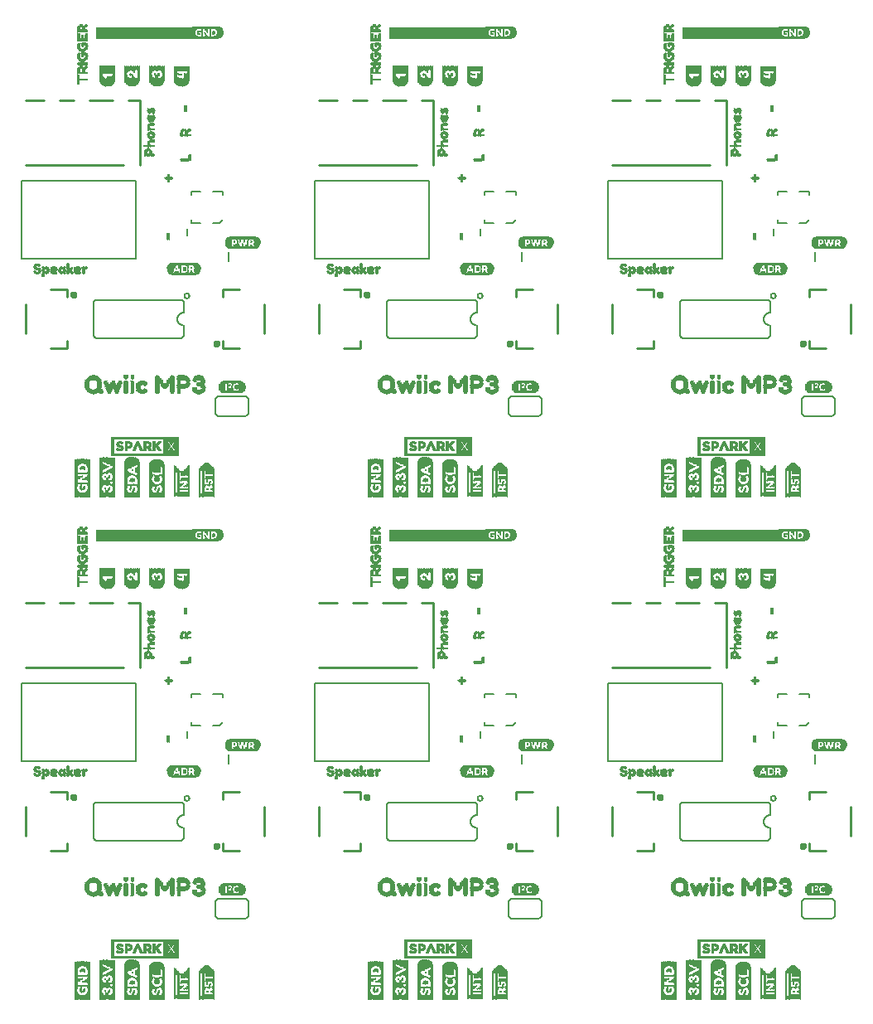
<source format=gto>
G75*
%MOIN*%
%OFA0B0*%
%FSLAX25Y25*%
%IPPOS*%
%LPD*%
%AMOC8*
5,1,8,0,0,1.08239X$1,22.5*
%
%ADD10R,0.39646X0.04803*%
%ADD11C,0.01000*%
%ADD12C,0.01575*%
%ADD13C,0.00039*%
%ADD14R,0.00157X0.15906*%
%ADD15R,0.00157X0.02992*%
%ADD16R,0.00157X0.03937*%
%ADD17R,0.00157X0.07402*%
%ADD18R,0.00157X0.02520*%
%ADD19R,0.00157X0.03307*%
%ADD20R,0.00157X0.01102*%
%ADD21R,0.00157X0.02362*%
%ADD22R,0.00157X0.01890*%
%ADD23R,0.00157X0.02677*%
%ADD24R,0.00157X0.00787*%
%ADD25R,0.00157X0.01732*%
%ADD26R,0.00157X0.02205*%
%ADD27R,0.00157X0.00630*%
%ADD28R,0.00157X0.02047*%
%ADD29R,0.00157X0.00472*%
%ADD30R,0.00157X0.00315*%
%ADD31R,0.00157X0.00945*%
%ADD32R,0.00157X0.01575*%
%ADD33R,0.00157X0.01417*%
%ADD34R,0.00157X0.01260*%
%ADD35R,0.00157X0.03150*%
%ADD36R,0.00157X0.03622*%
%ADD37R,0.00157X0.00157*%
%ADD38R,0.00157X0.02835*%
%ADD39R,0.00157X0.03465*%
%ADD40R,0.00157X0.15276*%
%ADD41R,0.00157X0.11024*%
%ADD42R,0.00157X0.12913*%
%ADD43R,0.00157X0.13386*%
%ADD44R,0.00157X0.13701*%
%ADD45R,0.00157X0.14016*%
%ADD46R,0.00157X0.14173*%
%ADD47R,0.00157X0.14331*%
%ADD48R,0.00157X0.14488*%
%ADD49R,0.00157X0.07087*%
%ADD50R,0.00157X0.04882*%
%ADD51R,0.00157X0.05039*%
%ADD52R,0.00157X0.05197*%
%ADD53R,0.00157X0.13858*%
%ADD54R,0.00157X0.14646*%
%ADD55R,0.00157X0.14961*%
%ADD56R,0.00157X0.15118*%
%ADD57R,0.00157X0.15433*%
%ADD58R,0.00157X0.11969*%
%ADD59R,0.00157X0.04567*%
%ADD60R,0.00157X0.04409*%
%ADD61R,0.00157X0.04252*%
%ADD62R,0.00157X0.04094*%
%ADD63R,0.00157X0.03780*%
%ADD64C,0.00500*%
%ADD65C,0.00800*%
%ADD66C,0.00600*%
%ADD67R,0.07205X0.00118*%
%ADD68R,0.07913X0.00118*%
%ADD69R,0.08386X0.00079*%
%ADD70R,0.08858X0.00157*%
%ADD71R,0.09094X0.00118*%
%ADD72R,0.09331X0.00118*%
%ADD73R,0.09567X0.00079*%
%ADD74R,0.03661X0.00118*%
%ADD75R,0.02126X0.00118*%
%ADD76R,0.02953X0.00118*%
%ADD77R,0.02244X0.00157*%
%ADD78R,0.00591X0.00157*%
%ADD79R,0.01535X0.00157*%
%ADD80R,0.02598X0.00157*%
%ADD81R,0.02244X0.00118*%
%ADD82R,0.00472X0.00118*%
%ADD83R,0.01181X0.00118*%
%ADD84R,0.02362X0.00118*%
%ADD85R,0.00945X0.00118*%
%ADD86R,0.00354X0.00118*%
%ADD87R,0.00827X0.00118*%
%ADD88R,0.02480X0.00157*%
%ADD89R,0.00354X0.00157*%
%ADD90R,0.00236X0.00157*%
%ADD91R,0.02480X0.00118*%
%ADD92R,0.02598X0.00118*%
%ADD93R,0.01063X0.00118*%
%ADD94R,0.02835X0.00118*%
%ADD95R,0.00472X0.00157*%
%ADD96R,0.04252X0.00157*%
%ADD97R,0.04370X0.00118*%
%ADD98R,0.00591X0.00118*%
%ADD99R,0.04488X0.00118*%
%ADD100R,0.00709X0.00157*%
%ADD101R,0.04488X0.00157*%
%ADD102R,0.00236X0.00118*%
%ADD103R,0.00118X0.00118*%
%ADD104R,0.00118X0.00157*%
%ADD105R,0.04370X0.00157*%
%ADD106R,0.04252X0.00118*%
%ADD107R,0.02717X0.00118*%
%ADD108R,0.03071X0.00157*%
%ADD109R,0.03425X0.00118*%
%ADD110R,0.09567X0.00118*%
%ADD111R,0.08858X0.00118*%
%ADD112R,0.08386X0.00118*%
%ADD113R,0.00157X0.12756*%
%ADD114R,0.00157X0.12598*%
%ADD115R,0.00157X0.12441*%
%ADD116R,0.00157X0.12283*%
%ADD117R,0.00157X0.11181*%
%ADD118R,0.00157X0.10866*%
%ADD119R,0.00157X0.10709*%
%ADD120R,0.00157X0.12126*%
%ADD121R,0.00157X0.11496*%
%ADD122R,0.00157X0.11654*%
%ADD123R,0.00157X0.13071*%
%ADD124R,0.00157X0.13228*%
%ADD125R,0.00157X0.11811*%
%ADD126R,0.10748X0.00118*%
%ADD127R,0.11457X0.00118*%
%ADD128R,0.11929X0.00079*%
%ADD129R,0.12402X0.00157*%
%ADD130R,0.12638X0.00118*%
%ADD131R,0.12874X0.00118*%
%ADD132R,0.13110X0.00079*%
%ADD133R,0.04961X0.00118*%
%ADD134R,0.03071X0.00118*%
%ADD135R,0.05079X0.00118*%
%ADD136R,0.00945X0.00157*%
%ADD137R,0.01181X0.00157*%
%ADD138R,0.02835X0.00157*%
%ADD139R,0.00709X0.00118*%
%ADD140R,0.00827X0.00157*%
%ADD141R,0.01299X0.00118*%
%ADD142R,0.01654X0.00118*%
%ADD143R,0.01063X0.00157*%
%ADD144R,0.02126X0.00157*%
%ADD145R,0.01417X0.00118*%
%ADD146R,0.13110X0.00118*%
%ADD147R,0.12402X0.00118*%
%ADD148R,0.11929X0.00118*%
%ADD149R,0.10039X0.00118*%
%ADD150R,0.11220X0.00079*%
%ADD151R,0.11693X0.00157*%
%ADD152R,0.12165X0.00118*%
%ADD153R,0.12402X0.00079*%
%ADD154R,0.03307X0.00157*%
%ADD155R,0.01299X0.00157*%
%ADD156R,0.02717X0.00157*%
%ADD157R,0.03307X0.00118*%
%ADD158R,0.01535X0.00118*%
%ADD159R,0.03189X0.00118*%
%ADD160R,0.03189X0.00157*%
%ADD161R,0.02953X0.00157*%
%ADD162R,0.02362X0.00157*%
%ADD163R,0.02008X0.00118*%
%ADD164R,0.01654X0.00157*%
%ADD165R,0.01772X0.00118*%
%ADD166R,0.11693X0.00118*%
%ADD167R,0.11220X0.00118*%
%ADD168R,0.00157X0.05669*%
%ADD169R,0.00157X0.06142*%
%ADD170R,0.00157X0.06457*%
%ADD171R,0.00157X0.06772*%
%ADD172R,0.00157X0.06929*%
%ADD173R,0.00157X0.07244*%
%ADD174R,0.00157X0.04724*%
%ADD175R,0.00197X0.00197*%
%ADD176R,0.00197X0.00984*%
%ADD177R,0.00197X0.01378*%
%ADD178R,0.00197X0.02953*%
%ADD179R,0.00236X0.03346*%
%ADD180R,0.00197X0.03346*%
%ADD181R,0.00236X0.01378*%
%ADD182R,0.00236X0.00591*%
%ADD183R,0.00197X0.02362*%
%ADD184R,0.00197X0.02559*%
%ADD185R,0.00197X0.02756*%
%ADD186R,0.00236X0.02756*%
%ADD187R,0.00157X0.05984*%
%ADD188R,0.00157X0.07559*%
%ADD189R,0.00157X0.07717*%
%ADD190R,0.10276X0.00118*%
%ADD191R,0.10984X0.00118*%
%ADD192R,0.11457X0.00079*%
%ADD193R,0.11929X0.00157*%
%ADD194R,0.12638X0.00079*%
%ADD195R,0.08976X0.00118*%
%ADD196R,0.01417X0.00157*%
%ADD197R,0.00787X0.00157*%
%ADD198R,0.01102X0.00157*%
%ADD199R,0.01732X0.00157*%
%ADD200R,0.02205X0.00157*%
%ADD201R,0.02520X0.00157*%
%ADD202R,0.02677X0.00157*%
%ADD203R,0.01260X0.00157*%
%ADD204R,0.00630X0.00157*%
%ADD205R,0.00315X0.00157*%
%ADD206R,0.01575X0.00157*%
%ADD207R,0.02047X0.00157*%
%ADD208R,0.01890X0.00157*%
%ADD209R,0.02992X0.00157*%
%ADD210R,0.01378X0.00276*%
%ADD211R,0.01102X0.00276*%
%ADD212R,0.01654X0.00276*%
%ADD213R,0.01929X0.00276*%
%ADD214R,0.00276X0.00276*%
%ADD215R,0.02480X0.00276*%
%ADD216R,0.03307X0.00315*%
%ADD217R,0.01929X0.00315*%
%ADD218R,0.01654X0.00315*%
%ADD219R,0.04134X0.00315*%
%ADD220R,0.03031X0.00315*%
%ADD221R,0.03858X0.00276*%
%ADD222R,0.04685X0.00276*%
%ADD223R,0.04961X0.00236*%
%ADD224R,0.01929X0.00236*%
%ADD225R,0.01654X0.00236*%
%ADD226R,0.02205X0.00236*%
%ADD227R,0.04134X0.00236*%
%ADD228R,0.05512X0.00315*%
%ADD229R,0.02480X0.00315*%
%ADD230R,0.05236X0.00315*%
%ADD231R,0.04685X0.00315*%
%ADD232R,0.06063X0.00276*%
%ADD233R,0.00827X0.00276*%
%ADD234R,0.00551X0.00276*%
%ADD235R,0.02756X0.00276*%
%ADD236R,0.05236X0.00276*%
%ADD237R,0.05512X0.00276*%
%ADD238R,0.02480X0.00236*%
%ADD239R,0.03031X0.00236*%
%ADD240R,0.02205X0.00315*%
%ADD241R,0.01378X0.00315*%
%ADD242R,0.01102X0.00315*%
%ADD243R,0.02205X0.00276*%
%ADD244R,0.03307X0.00276*%
%ADD245R,0.03583X0.00276*%
%ADD246R,0.04134X0.00276*%
%ADD247R,0.04409X0.00276*%
%ADD248R,0.07992X0.00276*%
%ADD249R,0.03031X0.00276*%
%ADD250R,0.06614X0.00315*%
%ADD251R,0.00551X0.00315*%
%ADD252R,0.06339X0.00276*%
%ADD253R,0.04961X0.00276*%
%ADD254R,0.05787X0.00276*%
%ADD255R,0.06890X0.00276*%
%ADD256R,0.06614X0.00236*%
%ADD257R,0.04685X0.00236*%
%ADD258R,0.02756X0.00236*%
%ADD259R,0.01102X0.00236*%
%ADD260R,0.01378X0.00236*%
D10*
X0094612Y0223500D03*
X0212612Y0223500D03*
X0330612Y0223500D03*
X0330612Y0425500D03*
X0212612Y0425500D03*
X0094612Y0425500D03*
D11*
X0092781Y0398492D02*
X0088057Y0398492D01*
X0092781Y0398492D02*
X0092781Y0372508D01*
X0086089Y0372508D02*
X0046719Y0372508D01*
X0046719Y0398492D02*
X0054199Y0398492D01*
X0060498Y0398492D02*
X0066010Y0398492D01*
X0072309Y0398492D02*
X0081758Y0398492D01*
X0063372Y0322311D02*
X0056876Y0322311D01*
X0063372Y0322311D02*
X0063372Y0319358D01*
X0046640Y0316406D02*
X0046640Y0304594D01*
X0056876Y0298689D02*
X0063372Y0298689D01*
X0063372Y0301642D01*
X0126128Y0301642D02*
X0126128Y0298689D01*
X0132624Y0298689D01*
X0142860Y0304594D02*
X0142860Y0316406D01*
X0132624Y0322311D02*
X0126128Y0322311D01*
X0126128Y0319358D01*
X0164640Y0316406D02*
X0164640Y0304594D01*
X0174876Y0298689D02*
X0181372Y0298689D01*
X0181372Y0301642D01*
X0181372Y0319358D02*
X0181372Y0322311D01*
X0174876Y0322311D01*
X0164719Y0372508D02*
X0204089Y0372508D01*
X0210781Y0372508D02*
X0210781Y0398492D01*
X0206057Y0398492D01*
X0199758Y0398492D02*
X0190309Y0398492D01*
X0184010Y0398492D02*
X0178498Y0398492D01*
X0172199Y0398492D02*
X0164719Y0398492D01*
X0244128Y0322311D02*
X0250624Y0322311D01*
X0244128Y0322311D02*
X0244128Y0319358D01*
X0260860Y0316406D02*
X0260860Y0304594D01*
X0250624Y0298689D02*
X0244128Y0298689D01*
X0244128Y0301642D01*
X0282640Y0304594D02*
X0282640Y0316406D01*
X0292876Y0322311D02*
X0299372Y0322311D01*
X0299372Y0319358D01*
X0299372Y0301642D02*
X0299372Y0298689D01*
X0292876Y0298689D01*
X0362128Y0298689D02*
X0362128Y0301642D01*
X0362128Y0298689D02*
X0368624Y0298689D01*
X0378860Y0304594D02*
X0378860Y0316406D01*
X0368624Y0322311D02*
X0362128Y0322311D01*
X0362128Y0319358D01*
X0328781Y0372508D02*
X0328781Y0398492D01*
X0324057Y0398492D01*
X0317758Y0398492D02*
X0308309Y0398492D01*
X0302010Y0398492D02*
X0296498Y0398492D01*
X0290199Y0398492D02*
X0282719Y0398492D01*
X0282719Y0372508D02*
X0322089Y0372508D01*
X0324057Y0196492D02*
X0328781Y0196492D01*
X0328781Y0170508D01*
X0322089Y0170508D02*
X0282719Y0170508D01*
X0282719Y0196492D02*
X0290199Y0196492D01*
X0296498Y0196492D02*
X0302010Y0196492D01*
X0308309Y0196492D02*
X0317758Y0196492D01*
X0299372Y0120311D02*
X0292876Y0120311D01*
X0299372Y0120311D02*
X0299372Y0117358D01*
X0282640Y0114406D02*
X0282640Y0102594D01*
X0292876Y0096689D02*
X0299372Y0096689D01*
X0299372Y0099642D01*
X0260860Y0102594D02*
X0260860Y0114406D01*
X0250624Y0120311D02*
X0244128Y0120311D01*
X0244128Y0117358D01*
X0244128Y0099642D02*
X0244128Y0096689D01*
X0250624Y0096689D01*
X0181372Y0096689D02*
X0174876Y0096689D01*
X0181372Y0096689D02*
X0181372Y0099642D01*
X0164640Y0102594D02*
X0164640Y0114406D01*
X0174876Y0120311D02*
X0181372Y0120311D01*
X0181372Y0117358D01*
X0142860Y0114406D02*
X0142860Y0102594D01*
X0132624Y0096689D02*
X0126128Y0096689D01*
X0126128Y0099642D01*
X0126128Y0117358D02*
X0126128Y0120311D01*
X0132624Y0120311D01*
X0164719Y0170508D02*
X0204089Y0170508D01*
X0210781Y0170508D02*
X0210781Y0196492D01*
X0206057Y0196492D01*
X0199758Y0196492D02*
X0190309Y0196492D01*
X0184010Y0196492D02*
X0178498Y0196492D01*
X0172199Y0196492D02*
X0164719Y0196492D01*
X0092781Y0196492D02*
X0092781Y0170508D01*
X0086089Y0170508D02*
X0046719Y0170508D01*
X0046719Y0196492D02*
X0054199Y0196492D01*
X0060498Y0196492D02*
X0066010Y0196492D01*
X0072309Y0196492D02*
X0081758Y0196492D01*
X0088057Y0196492D02*
X0092781Y0196492D01*
X0063372Y0120311D02*
X0056876Y0120311D01*
X0063372Y0120311D02*
X0063372Y0117358D01*
X0046640Y0114406D02*
X0046640Y0102594D01*
X0056876Y0096689D02*
X0063372Y0096689D01*
X0063372Y0099642D01*
X0362128Y0099642D02*
X0362128Y0096689D01*
X0368624Y0096689D01*
X0378860Y0102594D02*
X0378860Y0114406D01*
X0368624Y0120311D02*
X0362128Y0120311D01*
X0362128Y0117358D01*
D12*
X0359012Y0098657D02*
X0359014Y0098704D01*
X0359020Y0098750D01*
X0359029Y0098796D01*
X0359043Y0098840D01*
X0359060Y0098884D01*
X0359081Y0098925D01*
X0359105Y0098965D01*
X0359132Y0099003D01*
X0359163Y0099038D01*
X0359196Y0099071D01*
X0359232Y0099101D01*
X0359271Y0099127D01*
X0359311Y0099151D01*
X0359353Y0099170D01*
X0359397Y0099187D01*
X0359442Y0099199D01*
X0359488Y0099208D01*
X0359534Y0099213D01*
X0359581Y0099214D01*
X0359627Y0099211D01*
X0359673Y0099204D01*
X0359719Y0099193D01*
X0359763Y0099179D01*
X0359806Y0099161D01*
X0359847Y0099139D01*
X0359887Y0099114D01*
X0359924Y0099086D01*
X0359959Y0099055D01*
X0359991Y0099021D01*
X0360020Y0098984D01*
X0360045Y0098946D01*
X0360068Y0098905D01*
X0360087Y0098862D01*
X0360102Y0098818D01*
X0360114Y0098773D01*
X0360122Y0098727D01*
X0360126Y0098680D01*
X0360126Y0098634D01*
X0360122Y0098587D01*
X0360114Y0098541D01*
X0360102Y0098496D01*
X0360087Y0098452D01*
X0360068Y0098409D01*
X0360045Y0098368D01*
X0360020Y0098330D01*
X0359991Y0098293D01*
X0359959Y0098259D01*
X0359924Y0098228D01*
X0359887Y0098200D01*
X0359848Y0098175D01*
X0359806Y0098153D01*
X0359763Y0098135D01*
X0359719Y0098121D01*
X0359673Y0098110D01*
X0359627Y0098103D01*
X0359581Y0098100D01*
X0359534Y0098101D01*
X0359488Y0098106D01*
X0359442Y0098115D01*
X0359397Y0098127D01*
X0359353Y0098144D01*
X0359311Y0098163D01*
X0359271Y0098187D01*
X0359232Y0098213D01*
X0359196Y0098243D01*
X0359163Y0098276D01*
X0359132Y0098311D01*
X0359105Y0098349D01*
X0359081Y0098389D01*
X0359060Y0098430D01*
X0359043Y0098474D01*
X0359029Y0098518D01*
X0359020Y0098564D01*
X0359014Y0098610D01*
X0359012Y0098657D01*
X0301374Y0118343D02*
X0301376Y0118390D01*
X0301382Y0118436D01*
X0301391Y0118482D01*
X0301405Y0118526D01*
X0301422Y0118570D01*
X0301443Y0118611D01*
X0301467Y0118651D01*
X0301494Y0118689D01*
X0301525Y0118724D01*
X0301558Y0118757D01*
X0301594Y0118787D01*
X0301633Y0118813D01*
X0301673Y0118837D01*
X0301715Y0118856D01*
X0301759Y0118873D01*
X0301804Y0118885D01*
X0301850Y0118894D01*
X0301896Y0118899D01*
X0301943Y0118900D01*
X0301989Y0118897D01*
X0302035Y0118890D01*
X0302081Y0118879D01*
X0302125Y0118865D01*
X0302168Y0118847D01*
X0302209Y0118825D01*
X0302249Y0118800D01*
X0302286Y0118772D01*
X0302321Y0118741D01*
X0302353Y0118707D01*
X0302382Y0118670D01*
X0302407Y0118632D01*
X0302430Y0118591D01*
X0302449Y0118548D01*
X0302464Y0118504D01*
X0302476Y0118459D01*
X0302484Y0118413D01*
X0302488Y0118366D01*
X0302488Y0118320D01*
X0302484Y0118273D01*
X0302476Y0118227D01*
X0302464Y0118182D01*
X0302449Y0118138D01*
X0302430Y0118095D01*
X0302407Y0118054D01*
X0302382Y0118016D01*
X0302353Y0117979D01*
X0302321Y0117945D01*
X0302286Y0117914D01*
X0302249Y0117886D01*
X0302210Y0117861D01*
X0302168Y0117839D01*
X0302125Y0117821D01*
X0302081Y0117807D01*
X0302035Y0117796D01*
X0301989Y0117789D01*
X0301943Y0117786D01*
X0301896Y0117787D01*
X0301850Y0117792D01*
X0301804Y0117801D01*
X0301759Y0117813D01*
X0301715Y0117830D01*
X0301673Y0117849D01*
X0301633Y0117873D01*
X0301594Y0117899D01*
X0301558Y0117929D01*
X0301525Y0117962D01*
X0301494Y0117997D01*
X0301467Y0118035D01*
X0301443Y0118075D01*
X0301422Y0118116D01*
X0301405Y0118160D01*
X0301391Y0118204D01*
X0301382Y0118250D01*
X0301376Y0118296D01*
X0301374Y0118343D01*
X0241012Y0098657D02*
X0241014Y0098704D01*
X0241020Y0098750D01*
X0241029Y0098796D01*
X0241043Y0098840D01*
X0241060Y0098884D01*
X0241081Y0098925D01*
X0241105Y0098965D01*
X0241132Y0099003D01*
X0241163Y0099038D01*
X0241196Y0099071D01*
X0241232Y0099101D01*
X0241271Y0099127D01*
X0241311Y0099151D01*
X0241353Y0099170D01*
X0241397Y0099187D01*
X0241442Y0099199D01*
X0241488Y0099208D01*
X0241534Y0099213D01*
X0241581Y0099214D01*
X0241627Y0099211D01*
X0241673Y0099204D01*
X0241719Y0099193D01*
X0241763Y0099179D01*
X0241806Y0099161D01*
X0241847Y0099139D01*
X0241887Y0099114D01*
X0241924Y0099086D01*
X0241959Y0099055D01*
X0241991Y0099021D01*
X0242020Y0098984D01*
X0242045Y0098946D01*
X0242068Y0098905D01*
X0242087Y0098862D01*
X0242102Y0098818D01*
X0242114Y0098773D01*
X0242122Y0098727D01*
X0242126Y0098680D01*
X0242126Y0098634D01*
X0242122Y0098587D01*
X0242114Y0098541D01*
X0242102Y0098496D01*
X0242087Y0098452D01*
X0242068Y0098409D01*
X0242045Y0098368D01*
X0242020Y0098330D01*
X0241991Y0098293D01*
X0241959Y0098259D01*
X0241924Y0098228D01*
X0241887Y0098200D01*
X0241848Y0098175D01*
X0241806Y0098153D01*
X0241763Y0098135D01*
X0241719Y0098121D01*
X0241673Y0098110D01*
X0241627Y0098103D01*
X0241581Y0098100D01*
X0241534Y0098101D01*
X0241488Y0098106D01*
X0241442Y0098115D01*
X0241397Y0098127D01*
X0241353Y0098144D01*
X0241311Y0098163D01*
X0241271Y0098187D01*
X0241232Y0098213D01*
X0241196Y0098243D01*
X0241163Y0098276D01*
X0241132Y0098311D01*
X0241105Y0098349D01*
X0241081Y0098389D01*
X0241060Y0098430D01*
X0241043Y0098474D01*
X0241029Y0098518D01*
X0241020Y0098564D01*
X0241014Y0098610D01*
X0241012Y0098657D01*
X0183374Y0118343D02*
X0183376Y0118390D01*
X0183382Y0118436D01*
X0183391Y0118482D01*
X0183405Y0118526D01*
X0183422Y0118570D01*
X0183443Y0118611D01*
X0183467Y0118651D01*
X0183494Y0118689D01*
X0183525Y0118724D01*
X0183558Y0118757D01*
X0183594Y0118787D01*
X0183633Y0118813D01*
X0183673Y0118837D01*
X0183715Y0118856D01*
X0183759Y0118873D01*
X0183804Y0118885D01*
X0183850Y0118894D01*
X0183896Y0118899D01*
X0183943Y0118900D01*
X0183989Y0118897D01*
X0184035Y0118890D01*
X0184081Y0118879D01*
X0184125Y0118865D01*
X0184168Y0118847D01*
X0184209Y0118825D01*
X0184249Y0118800D01*
X0184286Y0118772D01*
X0184321Y0118741D01*
X0184353Y0118707D01*
X0184382Y0118670D01*
X0184407Y0118632D01*
X0184430Y0118591D01*
X0184449Y0118548D01*
X0184464Y0118504D01*
X0184476Y0118459D01*
X0184484Y0118413D01*
X0184488Y0118366D01*
X0184488Y0118320D01*
X0184484Y0118273D01*
X0184476Y0118227D01*
X0184464Y0118182D01*
X0184449Y0118138D01*
X0184430Y0118095D01*
X0184407Y0118054D01*
X0184382Y0118016D01*
X0184353Y0117979D01*
X0184321Y0117945D01*
X0184286Y0117914D01*
X0184249Y0117886D01*
X0184210Y0117861D01*
X0184168Y0117839D01*
X0184125Y0117821D01*
X0184081Y0117807D01*
X0184035Y0117796D01*
X0183989Y0117789D01*
X0183943Y0117786D01*
X0183896Y0117787D01*
X0183850Y0117792D01*
X0183804Y0117801D01*
X0183759Y0117813D01*
X0183715Y0117830D01*
X0183673Y0117849D01*
X0183633Y0117873D01*
X0183594Y0117899D01*
X0183558Y0117929D01*
X0183525Y0117962D01*
X0183494Y0117997D01*
X0183467Y0118035D01*
X0183443Y0118075D01*
X0183422Y0118116D01*
X0183405Y0118160D01*
X0183391Y0118204D01*
X0183382Y0118250D01*
X0183376Y0118296D01*
X0183374Y0118343D01*
X0123012Y0098657D02*
X0123014Y0098704D01*
X0123020Y0098750D01*
X0123029Y0098796D01*
X0123043Y0098840D01*
X0123060Y0098884D01*
X0123081Y0098925D01*
X0123105Y0098965D01*
X0123132Y0099003D01*
X0123163Y0099038D01*
X0123196Y0099071D01*
X0123232Y0099101D01*
X0123271Y0099127D01*
X0123311Y0099151D01*
X0123353Y0099170D01*
X0123397Y0099187D01*
X0123442Y0099199D01*
X0123488Y0099208D01*
X0123534Y0099213D01*
X0123581Y0099214D01*
X0123627Y0099211D01*
X0123673Y0099204D01*
X0123719Y0099193D01*
X0123763Y0099179D01*
X0123806Y0099161D01*
X0123847Y0099139D01*
X0123887Y0099114D01*
X0123924Y0099086D01*
X0123959Y0099055D01*
X0123991Y0099021D01*
X0124020Y0098984D01*
X0124045Y0098946D01*
X0124068Y0098905D01*
X0124087Y0098862D01*
X0124102Y0098818D01*
X0124114Y0098773D01*
X0124122Y0098727D01*
X0124126Y0098680D01*
X0124126Y0098634D01*
X0124122Y0098587D01*
X0124114Y0098541D01*
X0124102Y0098496D01*
X0124087Y0098452D01*
X0124068Y0098409D01*
X0124045Y0098368D01*
X0124020Y0098330D01*
X0123991Y0098293D01*
X0123959Y0098259D01*
X0123924Y0098228D01*
X0123887Y0098200D01*
X0123848Y0098175D01*
X0123806Y0098153D01*
X0123763Y0098135D01*
X0123719Y0098121D01*
X0123673Y0098110D01*
X0123627Y0098103D01*
X0123581Y0098100D01*
X0123534Y0098101D01*
X0123488Y0098106D01*
X0123442Y0098115D01*
X0123397Y0098127D01*
X0123353Y0098144D01*
X0123311Y0098163D01*
X0123271Y0098187D01*
X0123232Y0098213D01*
X0123196Y0098243D01*
X0123163Y0098276D01*
X0123132Y0098311D01*
X0123105Y0098349D01*
X0123081Y0098389D01*
X0123060Y0098430D01*
X0123043Y0098474D01*
X0123029Y0098518D01*
X0123020Y0098564D01*
X0123014Y0098610D01*
X0123012Y0098657D01*
X0065374Y0118343D02*
X0065376Y0118390D01*
X0065382Y0118436D01*
X0065391Y0118482D01*
X0065405Y0118526D01*
X0065422Y0118570D01*
X0065443Y0118611D01*
X0065467Y0118651D01*
X0065494Y0118689D01*
X0065525Y0118724D01*
X0065558Y0118757D01*
X0065594Y0118787D01*
X0065633Y0118813D01*
X0065673Y0118837D01*
X0065715Y0118856D01*
X0065759Y0118873D01*
X0065804Y0118885D01*
X0065850Y0118894D01*
X0065896Y0118899D01*
X0065943Y0118900D01*
X0065989Y0118897D01*
X0066035Y0118890D01*
X0066081Y0118879D01*
X0066125Y0118865D01*
X0066168Y0118847D01*
X0066209Y0118825D01*
X0066249Y0118800D01*
X0066286Y0118772D01*
X0066321Y0118741D01*
X0066353Y0118707D01*
X0066382Y0118670D01*
X0066407Y0118632D01*
X0066430Y0118591D01*
X0066449Y0118548D01*
X0066464Y0118504D01*
X0066476Y0118459D01*
X0066484Y0118413D01*
X0066488Y0118366D01*
X0066488Y0118320D01*
X0066484Y0118273D01*
X0066476Y0118227D01*
X0066464Y0118182D01*
X0066449Y0118138D01*
X0066430Y0118095D01*
X0066407Y0118054D01*
X0066382Y0118016D01*
X0066353Y0117979D01*
X0066321Y0117945D01*
X0066286Y0117914D01*
X0066249Y0117886D01*
X0066210Y0117861D01*
X0066168Y0117839D01*
X0066125Y0117821D01*
X0066081Y0117807D01*
X0066035Y0117796D01*
X0065989Y0117789D01*
X0065943Y0117786D01*
X0065896Y0117787D01*
X0065850Y0117792D01*
X0065804Y0117801D01*
X0065759Y0117813D01*
X0065715Y0117830D01*
X0065673Y0117849D01*
X0065633Y0117873D01*
X0065594Y0117899D01*
X0065558Y0117929D01*
X0065525Y0117962D01*
X0065494Y0117997D01*
X0065467Y0118035D01*
X0065443Y0118075D01*
X0065422Y0118116D01*
X0065405Y0118160D01*
X0065391Y0118204D01*
X0065382Y0118250D01*
X0065376Y0118296D01*
X0065374Y0118343D01*
X0123012Y0300657D02*
X0123014Y0300704D01*
X0123020Y0300750D01*
X0123029Y0300796D01*
X0123043Y0300840D01*
X0123060Y0300884D01*
X0123081Y0300925D01*
X0123105Y0300965D01*
X0123132Y0301003D01*
X0123163Y0301038D01*
X0123196Y0301071D01*
X0123232Y0301101D01*
X0123271Y0301127D01*
X0123311Y0301151D01*
X0123353Y0301170D01*
X0123397Y0301187D01*
X0123442Y0301199D01*
X0123488Y0301208D01*
X0123534Y0301213D01*
X0123581Y0301214D01*
X0123627Y0301211D01*
X0123673Y0301204D01*
X0123719Y0301193D01*
X0123763Y0301179D01*
X0123806Y0301161D01*
X0123847Y0301139D01*
X0123887Y0301114D01*
X0123924Y0301086D01*
X0123959Y0301055D01*
X0123991Y0301021D01*
X0124020Y0300984D01*
X0124045Y0300946D01*
X0124068Y0300905D01*
X0124087Y0300862D01*
X0124102Y0300818D01*
X0124114Y0300773D01*
X0124122Y0300727D01*
X0124126Y0300680D01*
X0124126Y0300634D01*
X0124122Y0300587D01*
X0124114Y0300541D01*
X0124102Y0300496D01*
X0124087Y0300452D01*
X0124068Y0300409D01*
X0124045Y0300368D01*
X0124020Y0300330D01*
X0123991Y0300293D01*
X0123959Y0300259D01*
X0123924Y0300228D01*
X0123887Y0300200D01*
X0123848Y0300175D01*
X0123806Y0300153D01*
X0123763Y0300135D01*
X0123719Y0300121D01*
X0123673Y0300110D01*
X0123627Y0300103D01*
X0123581Y0300100D01*
X0123534Y0300101D01*
X0123488Y0300106D01*
X0123442Y0300115D01*
X0123397Y0300127D01*
X0123353Y0300144D01*
X0123311Y0300163D01*
X0123271Y0300187D01*
X0123232Y0300213D01*
X0123196Y0300243D01*
X0123163Y0300276D01*
X0123132Y0300311D01*
X0123105Y0300349D01*
X0123081Y0300389D01*
X0123060Y0300430D01*
X0123043Y0300474D01*
X0123029Y0300518D01*
X0123020Y0300564D01*
X0123014Y0300610D01*
X0123012Y0300657D01*
X0065374Y0320343D02*
X0065376Y0320390D01*
X0065382Y0320436D01*
X0065391Y0320482D01*
X0065405Y0320526D01*
X0065422Y0320570D01*
X0065443Y0320611D01*
X0065467Y0320651D01*
X0065494Y0320689D01*
X0065525Y0320724D01*
X0065558Y0320757D01*
X0065594Y0320787D01*
X0065633Y0320813D01*
X0065673Y0320837D01*
X0065715Y0320856D01*
X0065759Y0320873D01*
X0065804Y0320885D01*
X0065850Y0320894D01*
X0065896Y0320899D01*
X0065943Y0320900D01*
X0065989Y0320897D01*
X0066035Y0320890D01*
X0066081Y0320879D01*
X0066125Y0320865D01*
X0066168Y0320847D01*
X0066209Y0320825D01*
X0066249Y0320800D01*
X0066286Y0320772D01*
X0066321Y0320741D01*
X0066353Y0320707D01*
X0066382Y0320670D01*
X0066407Y0320632D01*
X0066430Y0320591D01*
X0066449Y0320548D01*
X0066464Y0320504D01*
X0066476Y0320459D01*
X0066484Y0320413D01*
X0066488Y0320366D01*
X0066488Y0320320D01*
X0066484Y0320273D01*
X0066476Y0320227D01*
X0066464Y0320182D01*
X0066449Y0320138D01*
X0066430Y0320095D01*
X0066407Y0320054D01*
X0066382Y0320016D01*
X0066353Y0319979D01*
X0066321Y0319945D01*
X0066286Y0319914D01*
X0066249Y0319886D01*
X0066210Y0319861D01*
X0066168Y0319839D01*
X0066125Y0319821D01*
X0066081Y0319807D01*
X0066035Y0319796D01*
X0065989Y0319789D01*
X0065943Y0319786D01*
X0065896Y0319787D01*
X0065850Y0319792D01*
X0065804Y0319801D01*
X0065759Y0319813D01*
X0065715Y0319830D01*
X0065673Y0319849D01*
X0065633Y0319873D01*
X0065594Y0319899D01*
X0065558Y0319929D01*
X0065525Y0319962D01*
X0065494Y0319997D01*
X0065467Y0320035D01*
X0065443Y0320075D01*
X0065422Y0320116D01*
X0065405Y0320160D01*
X0065391Y0320204D01*
X0065382Y0320250D01*
X0065376Y0320296D01*
X0065374Y0320343D01*
X0183374Y0320343D02*
X0183376Y0320390D01*
X0183382Y0320436D01*
X0183391Y0320482D01*
X0183405Y0320526D01*
X0183422Y0320570D01*
X0183443Y0320611D01*
X0183467Y0320651D01*
X0183494Y0320689D01*
X0183525Y0320724D01*
X0183558Y0320757D01*
X0183594Y0320787D01*
X0183633Y0320813D01*
X0183673Y0320837D01*
X0183715Y0320856D01*
X0183759Y0320873D01*
X0183804Y0320885D01*
X0183850Y0320894D01*
X0183896Y0320899D01*
X0183943Y0320900D01*
X0183989Y0320897D01*
X0184035Y0320890D01*
X0184081Y0320879D01*
X0184125Y0320865D01*
X0184168Y0320847D01*
X0184209Y0320825D01*
X0184249Y0320800D01*
X0184286Y0320772D01*
X0184321Y0320741D01*
X0184353Y0320707D01*
X0184382Y0320670D01*
X0184407Y0320632D01*
X0184430Y0320591D01*
X0184449Y0320548D01*
X0184464Y0320504D01*
X0184476Y0320459D01*
X0184484Y0320413D01*
X0184488Y0320366D01*
X0184488Y0320320D01*
X0184484Y0320273D01*
X0184476Y0320227D01*
X0184464Y0320182D01*
X0184449Y0320138D01*
X0184430Y0320095D01*
X0184407Y0320054D01*
X0184382Y0320016D01*
X0184353Y0319979D01*
X0184321Y0319945D01*
X0184286Y0319914D01*
X0184249Y0319886D01*
X0184210Y0319861D01*
X0184168Y0319839D01*
X0184125Y0319821D01*
X0184081Y0319807D01*
X0184035Y0319796D01*
X0183989Y0319789D01*
X0183943Y0319786D01*
X0183896Y0319787D01*
X0183850Y0319792D01*
X0183804Y0319801D01*
X0183759Y0319813D01*
X0183715Y0319830D01*
X0183673Y0319849D01*
X0183633Y0319873D01*
X0183594Y0319899D01*
X0183558Y0319929D01*
X0183525Y0319962D01*
X0183494Y0319997D01*
X0183467Y0320035D01*
X0183443Y0320075D01*
X0183422Y0320116D01*
X0183405Y0320160D01*
X0183391Y0320204D01*
X0183382Y0320250D01*
X0183376Y0320296D01*
X0183374Y0320343D01*
X0241012Y0300657D02*
X0241014Y0300704D01*
X0241020Y0300750D01*
X0241029Y0300796D01*
X0241043Y0300840D01*
X0241060Y0300884D01*
X0241081Y0300925D01*
X0241105Y0300965D01*
X0241132Y0301003D01*
X0241163Y0301038D01*
X0241196Y0301071D01*
X0241232Y0301101D01*
X0241271Y0301127D01*
X0241311Y0301151D01*
X0241353Y0301170D01*
X0241397Y0301187D01*
X0241442Y0301199D01*
X0241488Y0301208D01*
X0241534Y0301213D01*
X0241581Y0301214D01*
X0241627Y0301211D01*
X0241673Y0301204D01*
X0241719Y0301193D01*
X0241763Y0301179D01*
X0241806Y0301161D01*
X0241847Y0301139D01*
X0241887Y0301114D01*
X0241924Y0301086D01*
X0241959Y0301055D01*
X0241991Y0301021D01*
X0242020Y0300984D01*
X0242045Y0300946D01*
X0242068Y0300905D01*
X0242087Y0300862D01*
X0242102Y0300818D01*
X0242114Y0300773D01*
X0242122Y0300727D01*
X0242126Y0300680D01*
X0242126Y0300634D01*
X0242122Y0300587D01*
X0242114Y0300541D01*
X0242102Y0300496D01*
X0242087Y0300452D01*
X0242068Y0300409D01*
X0242045Y0300368D01*
X0242020Y0300330D01*
X0241991Y0300293D01*
X0241959Y0300259D01*
X0241924Y0300228D01*
X0241887Y0300200D01*
X0241848Y0300175D01*
X0241806Y0300153D01*
X0241763Y0300135D01*
X0241719Y0300121D01*
X0241673Y0300110D01*
X0241627Y0300103D01*
X0241581Y0300100D01*
X0241534Y0300101D01*
X0241488Y0300106D01*
X0241442Y0300115D01*
X0241397Y0300127D01*
X0241353Y0300144D01*
X0241311Y0300163D01*
X0241271Y0300187D01*
X0241232Y0300213D01*
X0241196Y0300243D01*
X0241163Y0300276D01*
X0241132Y0300311D01*
X0241105Y0300349D01*
X0241081Y0300389D01*
X0241060Y0300430D01*
X0241043Y0300474D01*
X0241029Y0300518D01*
X0241020Y0300564D01*
X0241014Y0300610D01*
X0241012Y0300657D01*
X0301374Y0320343D02*
X0301376Y0320390D01*
X0301382Y0320436D01*
X0301391Y0320482D01*
X0301405Y0320526D01*
X0301422Y0320570D01*
X0301443Y0320611D01*
X0301467Y0320651D01*
X0301494Y0320689D01*
X0301525Y0320724D01*
X0301558Y0320757D01*
X0301594Y0320787D01*
X0301633Y0320813D01*
X0301673Y0320837D01*
X0301715Y0320856D01*
X0301759Y0320873D01*
X0301804Y0320885D01*
X0301850Y0320894D01*
X0301896Y0320899D01*
X0301943Y0320900D01*
X0301989Y0320897D01*
X0302035Y0320890D01*
X0302081Y0320879D01*
X0302125Y0320865D01*
X0302168Y0320847D01*
X0302209Y0320825D01*
X0302249Y0320800D01*
X0302286Y0320772D01*
X0302321Y0320741D01*
X0302353Y0320707D01*
X0302382Y0320670D01*
X0302407Y0320632D01*
X0302430Y0320591D01*
X0302449Y0320548D01*
X0302464Y0320504D01*
X0302476Y0320459D01*
X0302484Y0320413D01*
X0302488Y0320366D01*
X0302488Y0320320D01*
X0302484Y0320273D01*
X0302476Y0320227D01*
X0302464Y0320182D01*
X0302449Y0320138D01*
X0302430Y0320095D01*
X0302407Y0320054D01*
X0302382Y0320016D01*
X0302353Y0319979D01*
X0302321Y0319945D01*
X0302286Y0319914D01*
X0302249Y0319886D01*
X0302210Y0319861D01*
X0302168Y0319839D01*
X0302125Y0319821D01*
X0302081Y0319807D01*
X0302035Y0319796D01*
X0301989Y0319789D01*
X0301943Y0319786D01*
X0301896Y0319787D01*
X0301850Y0319792D01*
X0301804Y0319801D01*
X0301759Y0319813D01*
X0301715Y0319830D01*
X0301673Y0319849D01*
X0301633Y0319873D01*
X0301594Y0319899D01*
X0301558Y0319929D01*
X0301525Y0319962D01*
X0301494Y0319997D01*
X0301467Y0320035D01*
X0301443Y0320075D01*
X0301422Y0320116D01*
X0301405Y0320160D01*
X0301391Y0320204D01*
X0301382Y0320250D01*
X0301376Y0320296D01*
X0301374Y0320343D01*
X0359012Y0300657D02*
X0359014Y0300704D01*
X0359020Y0300750D01*
X0359029Y0300796D01*
X0359043Y0300840D01*
X0359060Y0300884D01*
X0359081Y0300925D01*
X0359105Y0300965D01*
X0359132Y0301003D01*
X0359163Y0301038D01*
X0359196Y0301071D01*
X0359232Y0301101D01*
X0359271Y0301127D01*
X0359311Y0301151D01*
X0359353Y0301170D01*
X0359397Y0301187D01*
X0359442Y0301199D01*
X0359488Y0301208D01*
X0359534Y0301213D01*
X0359581Y0301214D01*
X0359627Y0301211D01*
X0359673Y0301204D01*
X0359719Y0301193D01*
X0359763Y0301179D01*
X0359806Y0301161D01*
X0359847Y0301139D01*
X0359887Y0301114D01*
X0359924Y0301086D01*
X0359959Y0301055D01*
X0359991Y0301021D01*
X0360020Y0300984D01*
X0360045Y0300946D01*
X0360068Y0300905D01*
X0360087Y0300862D01*
X0360102Y0300818D01*
X0360114Y0300773D01*
X0360122Y0300727D01*
X0360126Y0300680D01*
X0360126Y0300634D01*
X0360122Y0300587D01*
X0360114Y0300541D01*
X0360102Y0300496D01*
X0360087Y0300452D01*
X0360068Y0300409D01*
X0360045Y0300368D01*
X0360020Y0300330D01*
X0359991Y0300293D01*
X0359959Y0300259D01*
X0359924Y0300228D01*
X0359887Y0300200D01*
X0359848Y0300175D01*
X0359806Y0300153D01*
X0359763Y0300135D01*
X0359719Y0300121D01*
X0359673Y0300110D01*
X0359627Y0300103D01*
X0359581Y0300100D01*
X0359534Y0300101D01*
X0359488Y0300106D01*
X0359442Y0300115D01*
X0359397Y0300127D01*
X0359353Y0300144D01*
X0359311Y0300163D01*
X0359271Y0300187D01*
X0359232Y0300213D01*
X0359196Y0300243D01*
X0359163Y0300276D01*
X0359132Y0300311D01*
X0359105Y0300349D01*
X0359081Y0300389D01*
X0359060Y0300430D01*
X0359043Y0300474D01*
X0359029Y0300518D01*
X0359020Y0300564D01*
X0359014Y0300610D01*
X0359012Y0300657D01*
D13*
X0344250Y0263237D02*
X0338218Y0263237D01*
X0317250Y0263237D01*
X0317250Y0255763D01*
X0337975Y0255763D01*
X0344250Y0255763D01*
X0344250Y0259136D01*
X0341985Y0259136D01*
X0342973Y0257688D01*
X0342036Y0257688D01*
X0341223Y0258930D01*
X0340405Y0257688D01*
X0339501Y0257688D01*
X0340494Y0259136D01*
X0338218Y0259136D01*
X0338218Y0256457D01*
X0337975Y0256457D01*
X0337975Y0255763D01*
X0337975Y0256457D01*
X0317944Y0256457D01*
X0317944Y0262543D01*
X0338218Y0262543D01*
X0338218Y0259136D01*
X0340494Y0259136D01*
X0340764Y0259530D01*
X0339555Y0261309D01*
X0340486Y0261309D01*
X0341248Y0260134D01*
X0342014Y0261309D01*
X0342919Y0261309D01*
X0341709Y0259541D01*
X0341985Y0259136D01*
X0344250Y0259136D01*
X0344250Y0263237D01*
X0344250Y0263213D02*
X0317250Y0263213D01*
X0317250Y0263175D02*
X0344250Y0263175D01*
X0344250Y0263137D02*
X0317250Y0263137D01*
X0317250Y0263099D02*
X0344250Y0263099D01*
X0344250Y0263062D02*
X0317250Y0263062D01*
X0317250Y0263024D02*
X0344250Y0263024D01*
X0344250Y0262986D02*
X0317250Y0262986D01*
X0317250Y0262948D02*
X0344250Y0262948D01*
X0344250Y0262910D02*
X0317250Y0262910D01*
X0317250Y0262872D02*
X0344250Y0262872D01*
X0344250Y0262834D02*
X0317250Y0262834D01*
X0317250Y0262796D02*
X0344250Y0262796D01*
X0344250Y0262759D02*
X0317250Y0262759D01*
X0317250Y0262721D02*
X0344250Y0262721D01*
X0344250Y0262683D02*
X0317250Y0262683D01*
X0317250Y0262645D02*
X0344250Y0262645D01*
X0344250Y0262607D02*
X0317250Y0262607D01*
X0317250Y0262569D02*
X0344250Y0262569D01*
X0344250Y0262531D02*
X0338218Y0262531D01*
X0338218Y0262493D02*
X0344250Y0262493D01*
X0344250Y0262456D02*
X0338218Y0262456D01*
X0338218Y0262418D02*
X0344250Y0262418D01*
X0344250Y0262380D02*
X0338218Y0262380D01*
X0338218Y0262342D02*
X0344250Y0262342D01*
X0344250Y0262304D02*
X0338218Y0262304D01*
X0338218Y0262266D02*
X0344250Y0262266D01*
X0344250Y0262228D02*
X0338218Y0262228D01*
X0338218Y0262190D02*
X0344250Y0262190D01*
X0344250Y0262152D02*
X0338218Y0262152D01*
X0338218Y0262115D02*
X0344250Y0262115D01*
X0344250Y0262077D02*
X0338218Y0262077D01*
X0338218Y0262039D02*
X0344250Y0262039D01*
X0344250Y0262001D02*
X0338218Y0262001D01*
X0338218Y0261963D02*
X0344250Y0261963D01*
X0344250Y0261925D02*
X0338218Y0261925D01*
X0338218Y0261887D02*
X0344250Y0261887D01*
X0344250Y0261849D02*
X0338218Y0261849D01*
X0338218Y0261812D02*
X0344250Y0261812D01*
X0344250Y0261774D02*
X0338218Y0261774D01*
X0338218Y0261736D02*
X0344250Y0261736D01*
X0344250Y0261698D02*
X0338218Y0261698D01*
X0338218Y0261660D02*
X0344250Y0261660D01*
X0344250Y0261622D02*
X0338218Y0261622D01*
X0338218Y0261584D02*
X0344250Y0261584D01*
X0344250Y0261546D02*
X0338218Y0261546D01*
X0338218Y0261508D02*
X0344250Y0261508D01*
X0344250Y0261471D02*
X0338218Y0261471D01*
X0338218Y0261433D02*
X0344250Y0261433D01*
X0344250Y0261395D02*
X0338218Y0261395D01*
X0338218Y0261357D02*
X0344250Y0261357D01*
X0344250Y0261319D02*
X0338218Y0261319D01*
X0338218Y0261281D02*
X0339574Y0261281D01*
X0339599Y0261243D02*
X0338218Y0261243D01*
X0338218Y0261205D02*
X0339625Y0261205D01*
X0339651Y0261168D02*
X0338218Y0261168D01*
X0338218Y0261130D02*
X0339677Y0261130D01*
X0339702Y0261092D02*
X0338218Y0261092D01*
X0338218Y0261054D02*
X0339728Y0261054D01*
X0339754Y0261016D02*
X0338218Y0261016D01*
X0338218Y0260978D02*
X0339780Y0260978D01*
X0339805Y0260940D02*
X0338218Y0260940D01*
X0338218Y0260902D02*
X0339831Y0260902D01*
X0339857Y0260864D02*
X0338218Y0260864D01*
X0338218Y0260827D02*
X0339883Y0260827D01*
X0339908Y0260789D02*
X0338218Y0260789D01*
X0338218Y0260751D02*
X0339934Y0260751D01*
X0339960Y0260713D02*
X0338218Y0260713D01*
X0338218Y0260675D02*
X0339986Y0260675D01*
X0340011Y0260637D02*
X0338218Y0260637D01*
X0338218Y0260599D02*
X0340037Y0260599D01*
X0340063Y0260561D02*
X0338218Y0260561D01*
X0338218Y0260524D02*
X0340089Y0260524D01*
X0340114Y0260486D02*
X0338218Y0260486D01*
X0338218Y0260448D02*
X0340140Y0260448D01*
X0340166Y0260410D02*
X0338218Y0260410D01*
X0338218Y0260372D02*
X0340192Y0260372D01*
X0340217Y0260334D02*
X0338218Y0260334D01*
X0338218Y0260296D02*
X0340243Y0260296D01*
X0340269Y0260258D02*
X0338218Y0260258D01*
X0338218Y0260221D02*
X0340295Y0260221D01*
X0340320Y0260183D02*
X0338218Y0260183D01*
X0338218Y0260145D02*
X0340346Y0260145D01*
X0340372Y0260107D02*
X0338218Y0260107D01*
X0338218Y0260069D02*
X0340398Y0260069D01*
X0340423Y0260031D02*
X0338218Y0260031D01*
X0338218Y0259993D02*
X0340449Y0259993D01*
X0340475Y0259955D02*
X0338218Y0259955D01*
X0338218Y0259917D02*
X0340501Y0259917D01*
X0340526Y0259880D02*
X0338218Y0259880D01*
X0338218Y0259842D02*
X0340552Y0259842D01*
X0340578Y0259804D02*
X0338218Y0259804D01*
X0338218Y0259766D02*
X0340604Y0259766D01*
X0340629Y0259728D02*
X0338218Y0259728D01*
X0338218Y0259690D02*
X0340655Y0259690D01*
X0340681Y0259652D02*
X0338218Y0259652D01*
X0338218Y0259614D02*
X0340707Y0259614D01*
X0340732Y0259577D02*
X0338218Y0259577D01*
X0338218Y0259539D02*
X0340758Y0259539D01*
X0340744Y0259501D02*
X0338218Y0259501D01*
X0338218Y0259463D02*
X0340718Y0259463D01*
X0340692Y0259425D02*
X0338218Y0259425D01*
X0338218Y0259387D02*
X0340666Y0259387D01*
X0340641Y0259349D02*
X0338218Y0259349D01*
X0338218Y0259311D02*
X0340615Y0259311D01*
X0340589Y0259273D02*
X0338218Y0259273D01*
X0338218Y0259236D02*
X0340563Y0259236D01*
X0340537Y0259198D02*
X0338218Y0259198D01*
X0338218Y0259160D02*
X0340511Y0259160D01*
X0340485Y0259122D02*
X0338218Y0259122D01*
X0338218Y0259084D02*
X0340459Y0259084D01*
X0340433Y0259046D02*
X0338218Y0259046D01*
X0338218Y0259008D02*
X0340407Y0259008D01*
X0340381Y0258970D02*
X0338218Y0258970D01*
X0338218Y0258933D02*
X0340355Y0258933D01*
X0340329Y0258895D02*
X0338218Y0258895D01*
X0338218Y0258857D02*
X0340303Y0258857D01*
X0340277Y0258819D02*
X0338218Y0258819D01*
X0338218Y0258781D02*
X0340251Y0258781D01*
X0340225Y0258743D02*
X0338218Y0258743D01*
X0338218Y0258705D02*
X0340199Y0258705D01*
X0340173Y0258667D02*
X0338218Y0258667D01*
X0338218Y0258629D02*
X0340147Y0258629D01*
X0340121Y0258592D02*
X0338218Y0258592D01*
X0338218Y0258554D02*
X0340095Y0258554D01*
X0340069Y0258516D02*
X0338218Y0258516D01*
X0338218Y0258478D02*
X0340043Y0258478D01*
X0340017Y0258440D02*
X0338218Y0258440D01*
X0338218Y0258402D02*
X0339991Y0258402D01*
X0339965Y0258364D02*
X0338218Y0258364D01*
X0338218Y0258326D02*
X0339939Y0258326D01*
X0339913Y0258289D02*
X0338218Y0258289D01*
X0338218Y0258251D02*
X0339887Y0258251D01*
X0339861Y0258213D02*
X0338218Y0258213D01*
X0338218Y0258175D02*
X0339835Y0258175D01*
X0339809Y0258137D02*
X0338218Y0258137D01*
X0338218Y0258099D02*
X0339783Y0258099D01*
X0339757Y0258061D02*
X0338218Y0258061D01*
X0338218Y0258023D02*
X0339731Y0258023D01*
X0339705Y0257986D02*
X0338218Y0257986D01*
X0338218Y0257948D02*
X0339679Y0257948D01*
X0339653Y0257910D02*
X0338218Y0257910D01*
X0338218Y0257872D02*
X0339627Y0257872D01*
X0339601Y0257834D02*
X0338218Y0257834D01*
X0338218Y0257796D02*
X0339575Y0257796D01*
X0339549Y0257758D02*
X0338218Y0257758D01*
X0338218Y0257720D02*
X0339523Y0257720D01*
X0340426Y0257720D02*
X0342015Y0257720D01*
X0341990Y0257758D02*
X0340451Y0257758D01*
X0340476Y0257796D02*
X0341965Y0257796D01*
X0341941Y0257834D02*
X0340501Y0257834D01*
X0340526Y0257872D02*
X0341916Y0257872D01*
X0341891Y0257910D02*
X0340551Y0257910D01*
X0340576Y0257948D02*
X0341866Y0257948D01*
X0341842Y0257986D02*
X0340601Y0257986D01*
X0340626Y0258023D02*
X0341817Y0258023D01*
X0341792Y0258061D02*
X0340651Y0258061D01*
X0340676Y0258099D02*
X0341767Y0258099D01*
X0341742Y0258137D02*
X0340701Y0258137D01*
X0340726Y0258175D02*
X0341718Y0258175D01*
X0341693Y0258213D02*
X0340751Y0258213D01*
X0340776Y0258251D02*
X0341668Y0258251D01*
X0341643Y0258289D02*
X0340801Y0258289D01*
X0340826Y0258326D02*
X0341618Y0258326D01*
X0341594Y0258364D02*
X0340851Y0258364D01*
X0340875Y0258402D02*
X0341569Y0258402D01*
X0341544Y0258440D02*
X0340900Y0258440D01*
X0340925Y0258478D02*
X0341519Y0258478D01*
X0341495Y0258516D02*
X0340950Y0258516D01*
X0340975Y0258554D02*
X0341470Y0258554D01*
X0341445Y0258592D02*
X0341000Y0258592D01*
X0341025Y0258629D02*
X0341420Y0258629D01*
X0341395Y0258667D02*
X0341050Y0258667D01*
X0341075Y0258705D02*
X0341371Y0258705D01*
X0341346Y0258743D02*
X0341100Y0258743D01*
X0341125Y0258781D02*
X0341321Y0258781D01*
X0341296Y0258819D02*
X0341150Y0258819D01*
X0341175Y0258857D02*
X0341271Y0258857D01*
X0341247Y0258895D02*
X0341200Y0258895D01*
X0341840Y0259349D02*
X0344250Y0259349D01*
X0344250Y0259311D02*
X0341866Y0259311D01*
X0341892Y0259273D02*
X0344250Y0259273D01*
X0344250Y0259236D02*
X0341917Y0259236D01*
X0341943Y0259198D02*
X0344250Y0259198D01*
X0344250Y0259160D02*
X0341969Y0259160D01*
X0341995Y0259122D02*
X0344250Y0259122D01*
X0344250Y0259084D02*
X0342021Y0259084D01*
X0342047Y0259046D02*
X0344250Y0259046D01*
X0344250Y0259008D02*
X0342072Y0259008D01*
X0342098Y0258970D02*
X0344250Y0258970D01*
X0344250Y0258933D02*
X0342124Y0258933D01*
X0342150Y0258895D02*
X0344250Y0258895D01*
X0344250Y0258857D02*
X0342176Y0258857D01*
X0342202Y0258819D02*
X0344250Y0258819D01*
X0344250Y0258781D02*
X0342228Y0258781D01*
X0342253Y0258743D02*
X0344250Y0258743D01*
X0344250Y0258705D02*
X0342279Y0258705D01*
X0342305Y0258667D02*
X0344250Y0258667D01*
X0344250Y0258629D02*
X0342331Y0258629D01*
X0342357Y0258592D02*
X0344250Y0258592D01*
X0344250Y0258554D02*
X0342383Y0258554D01*
X0342408Y0258516D02*
X0344250Y0258516D01*
X0344250Y0258478D02*
X0342434Y0258478D01*
X0342460Y0258440D02*
X0344250Y0258440D01*
X0344250Y0258402D02*
X0342486Y0258402D01*
X0342512Y0258364D02*
X0344250Y0258364D01*
X0344250Y0258326D02*
X0342538Y0258326D01*
X0342563Y0258289D02*
X0344250Y0258289D01*
X0344250Y0258251D02*
X0342589Y0258251D01*
X0342615Y0258213D02*
X0344250Y0258213D01*
X0344250Y0258175D02*
X0342641Y0258175D01*
X0342667Y0258137D02*
X0344250Y0258137D01*
X0344250Y0258099D02*
X0342693Y0258099D01*
X0342718Y0258061D02*
X0344250Y0258061D01*
X0344250Y0258023D02*
X0342744Y0258023D01*
X0342770Y0257986D02*
X0344250Y0257986D01*
X0344250Y0257948D02*
X0342796Y0257948D01*
X0342822Y0257910D02*
X0344250Y0257910D01*
X0344250Y0257872D02*
X0342848Y0257872D01*
X0342874Y0257834D02*
X0344250Y0257834D01*
X0344250Y0257796D02*
X0342899Y0257796D01*
X0342925Y0257758D02*
X0344250Y0257758D01*
X0344250Y0257720D02*
X0342951Y0257720D01*
X0344250Y0257682D02*
X0338218Y0257682D01*
X0338218Y0257645D02*
X0344250Y0257645D01*
X0344250Y0257607D02*
X0338218Y0257607D01*
X0338218Y0257569D02*
X0344250Y0257569D01*
X0344250Y0257531D02*
X0338218Y0257531D01*
X0338218Y0257493D02*
X0344250Y0257493D01*
X0344250Y0257455D02*
X0338218Y0257455D01*
X0338218Y0257417D02*
X0344250Y0257417D01*
X0344250Y0257379D02*
X0338218Y0257379D01*
X0338218Y0257342D02*
X0344250Y0257342D01*
X0344250Y0257304D02*
X0338218Y0257304D01*
X0338218Y0257266D02*
X0344250Y0257266D01*
X0344250Y0257228D02*
X0338218Y0257228D01*
X0338218Y0257190D02*
X0344250Y0257190D01*
X0344250Y0257152D02*
X0338218Y0257152D01*
X0338218Y0257114D02*
X0344250Y0257114D01*
X0344250Y0257076D02*
X0338218Y0257076D01*
X0338218Y0257038D02*
X0344250Y0257038D01*
X0344250Y0257001D02*
X0338218Y0257001D01*
X0338218Y0256963D02*
X0344250Y0256963D01*
X0344250Y0256925D02*
X0338218Y0256925D01*
X0338218Y0256887D02*
X0344250Y0256887D01*
X0344250Y0256849D02*
X0338218Y0256849D01*
X0338218Y0256811D02*
X0344250Y0256811D01*
X0344250Y0256773D02*
X0338218Y0256773D01*
X0338218Y0256735D02*
X0344250Y0256735D01*
X0344250Y0256698D02*
X0338218Y0256698D01*
X0338218Y0256660D02*
X0344250Y0256660D01*
X0344250Y0256622D02*
X0338218Y0256622D01*
X0338218Y0256584D02*
X0344250Y0256584D01*
X0344250Y0256546D02*
X0338218Y0256546D01*
X0338218Y0256508D02*
X0344250Y0256508D01*
X0344250Y0256470D02*
X0338218Y0256470D01*
X0337975Y0256432D02*
X0344250Y0256432D01*
X0344250Y0256394D02*
X0337975Y0256394D01*
X0317250Y0256394D01*
X0317250Y0256357D02*
X0337975Y0256357D01*
X0344250Y0256357D01*
X0344250Y0256319D02*
X0337975Y0256319D01*
X0317250Y0256319D01*
X0317250Y0256281D02*
X0337975Y0256281D01*
X0344250Y0256281D01*
X0344250Y0256243D02*
X0337975Y0256243D01*
X0317250Y0256243D01*
X0317250Y0256205D02*
X0337975Y0256205D01*
X0344250Y0256205D01*
X0344250Y0256167D02*
X0337975Y0256167D01*
X0317250Y0256167D01*
X0317250Y0256129D02*
X0337975Y0256129D01*
X0344250Y0256129D01*
X0344250Y0256091D02*
X0337975Y0256091D01*
X0317250Y0256091D01*
X0317250Y0256054D02*
X0337975Y0256054D01*
X0344250Y0256054D01*
X0344250Y0256016D02*
X0337975Y0256016D01*
X0317250Y0256016D01*
X0317250Y0255978D02*
X0337975Y0255978D01*
X0344250Y0255978D01*
X0344250Y0255940D02*
X0337975Y0255940D01*
X0317250Y0255940D01*
X0317250Y0255902D02*
X0337975Y0255902D01*
X0344250Y0255902D01*
X0344250Y0255864D02*
X0337975Y0255864D01*
X0317250Y0255864D01*
X0317250Y0255826D02*
X0337975Y0255826D01*
X0344250Y0255826D01*
X0344250Y0255788D02*
X0337975Y0255788D01*
X0317250Y0255788D01*
X0317250Y0256432D02*
X0337975Y0256432D01*
X0337203Y0257688D02*
X0335661Y0259773D01*
X0336251Y0260388D01*
X0335319Y0260388D01*
X0336174Y0261309D01*
X0337135Y0261309D01*
X0336251Y0260388D01*
X0335319Y0260388D01*
X0334705Y0259727D01*
X0334705Y0260388D01*
X0333909Y0260388D01*
X0333909Y0261309D01*
X0334705Y0261309D01*
X0334705Y0260388D01*
X0333909Y0260388D01*
X0333909Y0257688D01*
X0334705Y0257688D01*
X0334705Y0258795D01*
X0335124Y0259230D01*
X0336247Y0257688D01*
X0337203Y0257688D01*
X0337179Y0257720D02*
X0336224Y0257720D01*
X0336196Y0257758D02*
X0337151Y0257758D01*
X0337123Y0257796D02*
X0336169Y0257796D01*
X0336141Y0257834D02*
X0337095Y0257834D01*
X0337067Y0257872D02*
X0336113Y0257872D01*
X0336086Y0257910D02*
X0337039Y0257910D01*
X0337011Y0257948D02*
X0336058Y0257948D01*
X0336031Y0257986D02*
X0336983Y0257986D01*
X0336955Y0258023D02*
X0336003Y0258023D01*
X0335975Y0258061D02*
X0336927Y0258061D01*
X0336899Y0258099D02*
X0335948Y0258099D01*
X0335920Y0258137D02*
X0336871Y0258137D01*
X0336843Y0258175D02*
X0335893Y0258175D01*
X0335865Y0258213D02*
X0336815Y0258213D01*
X0336787Y0258251D02*
X0335837Y0258251D01*
X0335810Y0258289D02*
X0336759Y0258289D01*
X0336731Y0258326D02*
X0335782Y0258326D01*
X0335755Y0258364D02*
X0336703Y0258364D01*
X0336675Y0258402D02*
X0335727Y0258402D01*
X0335699Y0258440D02*
X0336647Y0258440D01*
X0336619Y0258478D02*
X0335672Y0258478D01*
X0335644Y0258516D02*
X0336591Y0258516D01*
X0336563Y0258554D02*
X0335617Y0258554D01*
X0335589Y0258592D02*
X0336535Y0258592D01*
X0336507Y0258629D02*
X0335561Y0258629D01*
X0335534Y0258667D02*
X0336479Y0258667D01*
X0336451Y0258705D02*
X0335506Y0258705D01*
X0335479Y0258743D02*
X0336423Y0258743D01*
X0336395Y0258781D02*
X0335451Y0258781D01*
X0335423Y0258819D02*
X0336367Y0258819D01*
X0336339Y0258857D02*
X0335396Y0258857D01*
X0335368Y0258895D02*
X0336311Y0258895D01*
X0336283Y0258933D02*
X0335341Y0258933D01*
X0335313Y0258970D02*
X0336255Y0258970D01*
X0336227Y0259008D02*
X0335286Y0259008D01*
X0335258Y0259046D02*
X0336199Y0259046D01*
X0336171Y0259084D02*
X0335230Y0259084D01*
X0335203Y0259122D02*
X0336143Y0259122D01*
X0336115Y0259160D02*
X0335175Y0259160D01*
X0335148Y0259198D02*
X0336087Y0259198D01*
X0336059Y0259236D02*
X0333909Y0259236D01*
X0333909Y0259273D02*
X0336031Y0259273D01*
X0336003Y0259311D02*
X0333909Y0259311D01*
X0333909Y0259349D02*
X0335975Y0259349D01*
X0335946Y0259387D02*
X0333909Y0259387D01*
X0333909Y0259425D02*
X0335918Y0259425D01*
X0335890Y0259463D02*
X0333909Y0259463D01*
X0333909Y0259501D02*
X0335862Y0259501D01*
X0335834Y0259539D02*
X0333909Y0259539D01*
X0333909Y0259577D02*
X0335806Y0259577D01*
X0335778Y0259614D02*
X0333909Y0259614D01*
X0333909Y0259652D02*
X0335750Y0259652D01*
X0335722Y0259690D02*
X0333909Y0259690D01*
X0333909Y0259728D02*
X0334705Y0259728D01*
X0334707Y0259728D02*
X0335694Y0259728D01*
X0335666Y0259766D02*
X0334742Y0259766D01*
X0334705Y0259766D02*
X0333909Y0259766D01*
X0333909Y0259804D02*
X0334705Y0259804D01*
X0334705Y0259842D02*
X0333909Y0259842D01*
X0333909Y0259880D02*
X0334705Y0259880D01*
X0334705Y0259917D02*
X0333909Y0259917D01*
X0333909Y0259955D02*
X0334705Y0259955D01*
X0334705Y0259993D02*
X0333909Y0259993D01*
X0333909Y0260031D02*
X0334705Y0260031D01*
X0334705Y0260069D02*
X0333909Y0260069D01*
X0333909Y0260107D02*
X0334705Y0260107D01*
X0334705Y0260145D02*
X0333909Y0260145D01*
X0333909Y0260183D02*
X0334705Y0260183D01*
X0334705Y0260221D02*
X0333909Y0260221D01*
X0333909Y0260258D02*
X0334705Y0260258D01*
X0334705Y0260296D02*
X0333909Y0260296D01*
X0333909Y0260334D02*
X0334705Y0260334D01*
X0334705Y0260372D02*
X0333909Y0260372D01*
X0333909Y0260410D02*
X0334705Y0260410D01*
X0334705Y0260448D02*
X0333909Y0260448D01*
X0333909Y0260486D02*
X0334705Y0260486D01*
X0334705Y0260524D02*
X0333909Y0260524D01*
X0333909Y0260561D02*
X0334705Y0260561D01*
X0334705Y0260599D02*
X0333909Y0260599D01*
X0333909Y0260637D02*
X0334705Y0260637D01*
X0334705Y0260675D02*
X0333909Y0260675D01*
X0333909Y0260713D02*
X0334705Y0260713D01*
X0334705Y0260751D02*
X0333909Y0260751D01*
X0333909Y0260789D02*
X0334705Y0260789D01*
X0334705Y0260827D02*
X0333909Y0260827D01*
X0333909Y0260864D02*
X0334705Y0260864D01*
X0334705Y0260902D02*
X0333909Y0260902D01*
X0333909Y0260940D02*
X0334705Y0260940D01*
X0334705Y0260978D02*
X0333909Y0260978D01*
X0333909Y0261016D02*
X0334705Y0261016D01*
X0334705Y0261054D02*
X0333909Y0261054D01*
X0333909Y0261092D02*
X0334705Y0261092D01*
X0334705Y0261130D02*
X0333909Y0261130D01*
X0333909Y0261168D02*
X0334705Y0261168D01*
X0334705Y0261205D02*
X0333909Y0261205D01*
X0333909Y0261243D02*
X0334705Y0261243D01*
X0334705Y0261281D02*
X0333909Y0261281D01*
X0333003Y0260789D02*
X0330167Y0260789D01*
X0330167Y0260827D02*
X0332980Y0260827D01*
X0332987Y0260819D02*
X0332829Y0260993D01*
X0332631Y0261131D01*
X0332397Y0261230D01*
X0332128Y0261289D01*
X0331822Y0261309D01*
X0330167Y0261309D01*
X0330167Y0260388D01*
X0330963Y0260388D01*
X0330963Y0260591D01*
X0331754Y0260591D01*
X0332018Y0260558D01*
X0332216Y0260461D01*
X0332272Y0260388D01*
X0333163Y0260388D01*
X0333099Y0260615D01*
X0332987Y0260819D01*
X0332946Y0260864D02*
X0330167Y0260864D01*
X0330167Y0260902D02*
X0332911Y0260902D01*
X0332877Y0260940D02*
X0330167Y0260940D01*
X0330167Y0260978D02*
X0332843Y0260978D01*
X0332796Y0261016D02*
X0330167Y0261016D01*
X0330167Y0261054D02*
X0332742Y0261054D01*
X0332688Y0261092D02*
X0330167Y0261092D01*
X0330167Y0261130D02*
X0332633Y0261130D01*
X0332545Y0261168D02*
X0330167Y0261168D01*
X0330167Y0261205D02*
X0332456Y0261205D01*
X0332337Y0261243D02*
X0330167Y0261243D01*
X0330167Y0261281D02*
X0332164Y0261281D01*
X0331993Y0260561D02*
X0333114Y0260561D01*
X0333125Y0260524D02*
X0332089Y0260524D01*
X0332166Y0260486D02*
X0333135Y0260486D01*
X0333146Y0260448D02*
X0332226Y0260448D01*
X0332255Y0260410D02*
X0333157Y0260410D01*
X0333163Y0260388D02*
X0333166Y0260379D01*
X0333188Y0260113D01*
X0333188Y0260102D01*
X0333134Y0259704D01*
X0332972Y0259387D01*
X0330167Y0259387D01*
X0330167Y0259349D02*
X0332933Y0259349D01*
X0332894Y0259311D02*
X0330167Y0259311D01*
X0330167Y0259273D02*
X0332855Y0259273D01*
X0332816Y0259236D02*
X0330167Y0259236D01*
X0330167Y0259198D02*
X0332776Y0259198D01*
X0332737Y0259160D02*
X0330167Y0259160D01*
X0330167Y0259122D02*
X0332676Y0259122D01*
X0332725Y0259148D02*
X0332410Y0258982D01*
X0333296Y0257688D01*
X0332365Y0257688D01*
X0331590Y0258847D01*
X0330963Y0258847D01*
X0330963Y0257688D01*
X0330167Y0257688D01*
X0330167Y0260388D01*
X0330963Y0260388D01*
X0330963Y0259551D01*
X0331771Y0259551D01*
X0332032Y0259587D01*
X0332224Y0259692D01*
X0332342Y0259856D01*
X0332381Y0260064D01*
X0332381Y0260072D01*
X0332340Y0260299D01*
X0332272Y0260388D01*
X0333163Y0260388D01*
X0333166Y0260372D02*
X0332284Y0260372D01*
X0332313Y0260334D02*
X0333170Y0260334D01*
X0333173Y0260296D02*
X0332341Y0260296D01*
X0332347Y0260258D02*
X0333176Y0260258D01*
X0333179Y0260221D02*
X0332354Y0260221D01*
X0332361Y0260183D02*
X0333182Y0260183D01*
X0333185Y0260145D02*
X0332368Y0260145D01*
X0332375Y0260107D02*
X0333188Y0260107D01*
X0333184Y0260069D02*
X0332381Y0260069D01*
X0332375Y0260031D02*
X0333178Y0260031D01*
X0333173Y0259993D02*
X0332368Y0259993D01*
X0332361Y0259955D02*
X0333168Y0259955D01*
X0333163Y0259917D02*
X0332354Y0259917D01*
X0332347Y0259880D02*
X0333158Y0259880D01*
X0333153Y0259842D02*
X0332332Y0259842D01*
X0332305Y0259804D02*
X0333147Y0259804D01*
X0333142Y0259766D02*
X0332278Y0259766D01*
X0332250Y0259728D02*
X0333137Y0259728D01*
X0333127Y0259690D02*
X0332221Y0259690D01*
X0332152Y0259652D02*
X0333108Y0259652D01*
X0333088Y0259614D02*
X0332082Y0259614D01*
X0331955Y0259577D02*
X0333069Y0259577D01*
X0333050Y0259539D02*
X0330167Y0259539D01*
X0330167Y0259577D02*
X0330963Y0259577D01*
X0330963Y0259614D02*
X0330167Y0259614D01*
X0330167Y0259652D02*
X0330963Y0259652D01*
X0330963Y0259690D02*
X0330167Y0259690D01*
X0330167Y0259728D02*
X0330963Y0259728D01*
X0330963Y0259766D02*
X0330167Y0259766D01*
X0330167Y0259804D02*
X0330963Y0259804D01*
X0330963Y0259842D02*
X0330167Y0259842D01*
X0330167Y0259880D02*
X0330963Y0259880D01*
X0330963Y0259917D02*
X0330167Y0259917D01*
X0330167Y0259955D02*
X0330963Y0259955D01*
X0330963Y0259993D02*
X0330167Y0259993D01*
X0330167Y0260031D02*
X0330963Y0260031D01*
X0330963Y0260069D02*
X0330167Y0260069D01*
X0330167Y0260107D02*
X0330963Y0260107D01*
X0330963Y0260145D02*
X0330167Y0260145D01*
X0330167Y0260183D02*
X0330963Y0260183D01*
X0330963Y0260221D02*
X0330167Y0260221D01*
X0330167Y0260258D02*
X0330963Y0260258D01*
X0330963Y0260296D02*
X0330167Y0260296D01*
X0330167Y0260334D02*
X0330963Y0260334D01*
X0330963Y0260372D02*
X0330167Y0260372D01*
X0330167Y0260410D02*
X0330963Y0260410D01*
X0330963Y0260448D02*
X0330167Y0260448D01*
X0330167Y0260486D02*
X0330963Y0260486D01*
X0330963Y0260524D02*
X0330167Y0260524D01*
X0330167Y0260561D02*
X0330963Y0260561D01*
X0330167Y0260599D02*
X0333103Y0260599D01*
X0333086Y0260637D02*
X0330167Y0260637D01*
X0330167Y0260675D02*
X0333066Y0260675D01*
X0333045Y0260713D02*
X0330167Y0260713D01*
X0330167Y0260751D02*
X0333024Y0260751D01*
X0333030Y0259501D02*
X0330167Y0259501D01*
X0330167Y0259463D02*
X0333011Y0259463D01*
X0332992Y0259425D02*
X0330167Y0259425D01*
X0330167Y0259084D02*
X0332604Y0259084D01*
X0332533Y0259046D02*
X0330167Y0259046D01*
X0330167Y0259008D02*
X0332461Y0259008D01*
X0332418Y0258970D02*
X0330167Y0258970D01*
X0330167Y0258933D02*
X0332444Y0258933D01*
X0332470Y0258895D02*
X0330167Y0258895D01*
X0330167Y0258857D02*
X0332496Y0258857D01*
X0332522Y0258819D02*
X0331608Y0258819D01*
X0331634Y0258781D02*
X0332548Y0258781D01*
X0332574Y0258743D02*
X0331659Y0258743D01*
X0331684Y0258705D02*
X0332600Y0258705D01*
X0332626Y0258667D02*
X0331710Y0258667D01*
X0331735Y0258629D02*
X0332652Y0258629D01*
X0332678Y0258592D02*
X0331760Y0258592D01*
X0331786Y0258554D02*
X0332703Y0258554D01*
X0332729Y0258516D02*
X0331811Y0258516D01*
X0331836Y0258478D02*
X0332755Y0258478D01*
X0332781Y0258440D02*
X0331862Y0258440D01*
X0331887Y0258402D02*
X0332807Y0258402D01*
X0332833Y0258364D02*
X0331912Y0258364D01*
X0331938Y0258326D02*
X0332859Y0258326D01*
X0332885Y0258289D02*
X0331963Y0258289D01*
X0331988Y0258251D02*
X0332911Y0258251D01*
X0332937Y0258213D02*
X0332014Y0258213D01*
X0332039Y0258175D02*
X0332963Y0258175D01*
X0332989Y0258137D02*
X0332064Y0258137D01*
X0332090Y0258099D02*
X0333015Y0258099D01*
X0333041Y0258061D02*
X0332115Y0258061D01*
X0332140Y0258023D02*
X0333067Y0258023D01*
X0333093Y0257986D02*
X0332166Y0257986D01*
X0332191Y0257948D02*
X0333119Y0257948D01*
X0333144Y0257910D02*
X0332216Y0257910D01*
X0332242Y0257872D02*
X0333170Y0257872D01*
X0333196Y0257834D02*
X0332267Y0257834D01*
X0332292Y0257796D02*
X0333222Y0257796D01*
X0333248Y0257758D02*
X0332318Y0257758D01*
X0332343Y0257720D02*
X0333274Y0257720D01*
X0333909Y0257720D02*
X0334705Y0257720D01*
X0334705Y0257758D02*
X0333909Y0257758D01*
X0333909Y0257796D02*
X0334705Y0257796D01*
X0334705Y0257834D02*
X0333909Y0257834D01*
X0333909Y0257872D02*
X0334705Y0257872D01*
X0334705Y0257910D02*
X0333909Y0257910D01*
X0333909Y0257948D02*
X0334705Y0257948D01*
X0334705Y0257986D02*
X0333909Y0257986D01*
X0333909Y0258023D02*
X0334705Y0258023D01*
X0334705Y0258061D02*
X0333909Y0258061D01*
X0333909Y0258099D02*
X0334705Y0258099D01*
X0334705Y0258137D02*
X0333909Y0258137D01*
X0333909Y0258175D02*
X0334705Y0258175D01*
X0334705Y0258213D02*
X0333909Y0258213D01*
X0333909Y0258251D02*
X0334705Y0258251D01*
X0334705Y0258289D02*
X0333909Y0258289D01*
X0333909Y0258326D02*
X0334705Y0258326D01*
X0334705Y0258364D02*
X0333909Y0258364D01*
X0333909Y0258402D02*
X0334705Y0258402D01*
X0334705Y0258440D02*
X0333909Y0258440D01*
X0333909Y0258478D02*
X0334705Y0258478D01*
X0334705Y0258516D02*
X0333909Y0258516D01*
X0333909Y0258554D02*
X0334705Y0258554D01*
X0334705Y0258592D02*
X0333909Y0258592D01*
X0333909Y0258629D02*
X0334705Y0258629D01*
X0334705Y0258667D02*
X0333909Y0258667D01*
X0333909Y0258705D02*
X0334705Y0258705D01*
X0334705Y0258743D02*
X0333909Y0258743D01*
X0333909Y0258781D02*
X0334705Y0258781D01*
X0334728Y0258819D02*
X0333909Y0258819D01*
X0333909Y0258857D02*
X0334765Y0258857D01*
X0334801Y0258895D02*
X0333909Y0258895D01*
X0333909Y0258933D02*
X0334838Y0258933D01*
X0334874Y0258970D02*
X0333909Y0258970D01*
X0333909Y0259008D02*
X0334911Y0259008D01*
X0334947Y0259046D02*
X0333909Y0259046D01*
X0333909Y0259084D02*
X0334984Y0259084D01*
X0335020Y0259122D02*
X0333909Y0259122D01*
X0333909Y0259160D02*
X0335056Y0259160D01*
X0335093Y0259198D02*
X0333909Y0259198D01*
X0332972Y0259387D02*
X0332725Y0259148D01*
X0330963Y0258819D02*
X0330167Y0258819D01*
X0330167Y0258781D02*
X0330963Y0258781D01*
X0330963Y0258743D02*
X0330167Y0258743D01*
X0330167Y0258705D02*
X0330963Y0258705D01*
X0330963Y0258667D02*
X0330167Y0258667D01*
X0330167Y0258629D02*
X0330963Y0258629D01*
X0330963Y0258592D02*
X0330167Y0258592D01*
X0330167Y0258554D02*
X0330963Y0258554D01*
X0330963Y0258516D02*
X0330167Y0258516D01*
X0330167Y0258478D02*
X0330963Y0258478D01*
X0330963Y0258440D02*
X0330167Y0258440D01*
X0330167Y0258402D02*
X0330963Y0258402D01*
X0330963Y0258364D02*
X0330167Y0258364D01*
X0330167Y0258326D02*
X0330963Y0258326D01*
X0330963Y0258289D02*
X0330167Y0258289D01*
X0330167Y0258251D02*
X0330963Y0258251D01*
X0330963Y0258213D02*
X0330167Y0258213D01*
X0330167Y0258175D02*
X0330963Y0258175D01*
X0330963Y0258137D02*
X0330167Y0258137D01*
X0330167Y0258099D02*
X0330963Y0258099D01*
X0330963Y0258061D02*
X0330167Y0258061D01*
X0330167Y0258023D02*
X0330963Y0258023D01*
X0330963Y0257986D02*
X0330167Y0257986D01*
X0330167Y0257948D02*
X0330963Y0257948D01*
X0330963Y0257910D02*
X0330167Y0257910D01*
X0330167Y0257872D02*
X0330963Y0257872D01*
X0330963Y0257834D02*
X0330167Y0257834D01*
X0330167Y0257796D02*
X0330963Y0257796D01*
X0330963Y0257758D02*
X0330167Y0257758D01*
X0330167Y0257720D02*
X0330963Y0257720D01*
X0329608Y0257688D02*
X0328459Y0260388D01*
X0326917Y0260388D01*
X0327321Y0261336D01*
X0328055Y0261336D01*
X0328459Y0260388D01*
X0326917Y0260388D01*
X0325769Y0257688D01*
X0326581Y0257688D01*
X0327677Y0260377D01*
X0328774Y0257688D01*
X0329608Y0257688D01*
X0329594Y0257720D02*
X0328761Y0257720D01*
X0328745Y0257758D02*
X0329578Y0257758D01*
X0329562Y0257796D02*
X0328730Y0257796D01*
X0328714Y0257834D02*
X0329546Y0257834D01*
X0329530Y0257872D02*
X0328699Y0257872D01*
X0328683Y0257910D02*
X0329514Y0257910D01*
X0329498Y0257948D02*
X0328668Y0257948D01*
X0328652Y0257986D02*
X0329481Y0257986D01*
X0329465Y0258023D02*
X0328637Y0258023D01*
X0328622Y0258061D02*
X0329449Y0258061D01*
X0329433Y0258099D02*
X0328606Y0258099D01*
X0328591Y0258137D02*
X0329417Y0258137D01*
X0329401Y0258175D02*
X0328575Y0258175D01*
X0328560Y0258213D02*
X0329385Y0258213D01*
X0329369Y0258251D02*
X0328544Y0258251D01*
X0328529Y0258289D02*
X0329352Y0258289D01*
X0329336Y0258326D02*
X0328513Y0258326D01*
X0328498Y0258364D02*
X0329320Y0258364D01*
X0329304Y0258402D02*
X0328483Y0258402D01*
X0328467Y0258440D02*
X0329288Y0258440D01*
X0329272Y0258478D02*
X0328452Y0258478D01*
X0328436Y0258516D02*
X0329256Y0258516D01*
X0329240Y0258554D02*
X0328421Y0258554D01*
X0328405Y0258592D02*
X0329223Y0258592D01*
X0329207Y0258629D02*
X0328390Y0258629D01*
X0328374Y0258667D02*
X0329191Y0258667D01*
X0329175Y0258705D02*
X0328359Y0258705D01*
X0328344Y0258743D02*
X0329159Y0258743D01*
X0329143Y0258781D02*
X0328328Y0258781D01*
X0328313Y0258819D02*
X0329127Y0258819D01*
X0329111Y0258857D02*
X0328297Y0258857D01*
X0328282Y0258895D02*
X0329094Y0258895D01*
X0329078Y0258933D02*
X0328266Y0258933D01*
X0328251Y0258970D02*
X0329062Y0258970D01*
X0329046Y0259008D02*
X0328236Y0259008D01*
X0328220Y0259046D02*
X0329030Y0259046D01*
X0329014Y0259084D02*
X0328205Y0259084D01*
X0328189Y0259122D02*
X0328998Y0259122D01*
X0328982Y0259160D02*
X0328174Y0259160D01*
X0328158Y0259198D02*
X0328965Y0259198D01*
X0328949Y0259236D02*
X0328143Y0259236D01*
X0328127Y0259273D02*
X0328933Y0259273D01*
X0328917Y0259311D02*
X0328112Y0259311D01*
X0328097Y0259349D02*
X0328901Y0259349D01*
X0328885Y0259387D02*
X0328081Y0259387D01*
X0328066Y0259425D02*
X0328869Y0259425D01*
X0328853Y0259463D02*
X0328050Y0259463D01*
X0328035Y0259501D02*
X0328836Y0259501D01*
X0328820Y0259539D02*
X0328019Y0259539D01*
X0328004Y0259577D02*
X0328804Y0259577D01*
X0328788Y0259614D02*
X0327988Y0259614D01*
X0327973Y0259652D02*
X0328772Y0259652D01*
X0328756Y0259690D02*
X0327958Y0259690D01*
X0327942Y0259728D02*
X0328740Y0259728D01*
X0328724Y0259766D02*
X0327927Y0259766D01*
X0327911Y0259804D02*
X0328707Y0259804D01*
X0328691Y0259842D02*
X0327896Y0259842D01*
X0327880Y0259880D02*
X0328675Y0259880D01*
X0328659Y0259917D02*
X0327865Y0259917D01*
X0327849Y0259955D02*
X0328643Y0259955D01*
X0328627Y0259993D02*
X0327834Y0259993D01*
X0327819Y0260031D02*
X0328611Y0260031D01*
X0328595Y0260069D02*
X0327803Y0260069D01*
X0327788Y0260107D02*
X0328578Y0260107D01*
X0328562Y0260145D02*
X0327772Y0260145D01*
X0327757Y0260183D02*
X0328546Y0260183D01*
X0328530Y0260221D02*
X0327741Y0260221D01*
X0327726Y0260258D02*
X0328514Y0260258D01*
X0328498Y0260296D02*
X0327711Y0260296D01*
X0327695Y0260334D02*
X0328482Y0260334D01*
X0328466Y0260372D02*
X0327680Y0260372D01*
X0327675Y0260372D02*
X0326911Y0260372D01*
X0326927Y0260410D02*
X0328449Y0260410D01*
X0328433Y0260448D02*
X0326943Y0260448D01*
X0326959Y0260486D02*
X0328417Y0260486D01*
X0328401Y0260524D02*
X0326975Y0260524D01*
X0326991Y0260561D02*
X0328385Y0260561D01*
X0328369Y0260599D02*
X0327007Y0260599D01*
X0327023Y0260637D02*
X0328353Y0260637D01*
X0328337Y0260675D02*
X0327040Y0260675D01*
X0327056Y0260713D02*
X0328320Y0260713D01*
X0328304Y0260751D02*
X0327072Y0260751D01*
X0327088Y0260789D02*
X0328288Y0260789D01*
X0328272Y0260827D02*
X0327104Y0260827D01*
X0327120Y0260864D02*
X0328256Y0260864D01*
X0328240Y0260902D02*
X0327136Y0260902D01*
X0327152Y0260940D02*
X0328224Y0260940D01*
X0328208Y0260978D02*
X0327169Y0260978D01*
X0327185Y0261016D02*
X0328192Y0261016D01*
X0328175Y0261054D02*
X0327201Y0261054D01*
X0327217Y0261092D02*
X0328159Y0261092D01*
X0328143Y0261130D02*
X0327233Y0261130D01*
X0327249Y0261168D02*
X0328127Y0261168D01*
X0328111Y0261205D02*
X0327265Y0261205D01*
X0327282Y0261243D02*
X0328095Y0261243D01*
X0328079Y0261281D02*
X0327298Y0261281D01*
X0327314Y0261319D02*
X0328063Y0261319D01*
X0327660Y0260334D02*
X0326894Y0260334D01*
X0326878Y0260296D02*
X0327644Y0260296D01*
X0327629Y0260258D02*
X0326862Y0260258D01*
X0326846Y0260221D02*
X0327613Y0260221D01*
X0327598Y0260183D02*
X0326830Y0260183D01*
X0326814Y0260145D02*
X0327583Y0260145D01*
X0327567Y0260107D02*
X0326798Y0260107D01*
X0326782Y0260069D02*
X0327552Y0260069D01*
X0327536Y0260031D02*
X0326765Y0260031D01*
X0326749Y0259993D02*
X0327521Y0259993D01*
X0327505Y0259955D02*
X0326733Y0259955D01*
X0326717Y0259917D02*
X0327490Y0259917D01*
X0327474Y0259880D02*
X0326701Y0259880D01*
X0326685Y0259842D02*
X0327459Y0259842D01*
X0327444Y0259804D02*
X0326669Y0259804D01*
X0326653Y0259766D02*
X0327428Y0259766D01*
X0327413Y0259728D02*
X0326637Y0259728D01*
X0326620Y0259690D02*
X0327397Y0259690D01*
X0327382Y0259652D02*
X0326604Y0259652D01*
X0326588Y0259614D02*
X0327366Y0259614D01*
X0327351Y0259577D02*
X0326572Y0259577D01*
X0326556Y0259539D02*
X0327335Y0259539D01*
X0327320Y0259501D02*
X0326540Y0259501D01*
X0326524Y0259463D02*
X0327305Y0259463D01*
X0327289Y0259425D02*
X0326508Y0259425D01*
X0326491Y0259387D02*
X0327274Y0259387D01*
X0327258Y0259349D02*
X0326475Y0259349D01*
X0326459Y0259311D02*
X0327243Y0259311D01*
X0327227Y0259273D02*
X0326443Y0259273D01*
X0326427Y0259236D02*
X0327212Y0259236D01*
X0327196Y0259198D02*
X0326411Y0259198D01*
X0326395Y0259160D02*
X0327181Y0259160D01*
X0327166Y0259122D02*
X0326379Y0259122D01*
X0326362Y0259084D02*
X0327150Y0259084D01*
X0327135Y0259046D02*
X0326346Y0259046D01*
X0326330Y0259008D02*
X0327119Y0259008D01*
X0327104Y0258970D02*
X0326314Y0258970D01*
X0326298Y0258933D02*
X0327088Y0258933D01*
X0327073Y0258895D02*
X0326282Y0258895D01*
X0326266Y0258857D02*
X0327058Y0258857D01*
X0327042Y0258819D02*
X0326250Y0258819D01*
X0326234Y0258781D02*
X0327027Y0258781D01*
X0327011Y0258743D02*
X0326217Y0258743D01*
X0326201Y0258705D02*
X0326996Y0258705D01*
X0326980Y0258667D02*
X0326185Y0258667D01*
X0326169Y0258629D02*
X0326965Y0258629D01*
X0326949Y0258592D02*
X0326153Y0258592D01*
X0326137Y0258554D02*
X0326934Y0258554D01*
X0326919Y0258516D02*
X0326121Y0258516D01*
X0326105Y0258478D02*
X0326903Y0258478D01*
X0326888Y0258440D02*
X0326088Y0258440D01*
X0326072Y0258402D02*
X0326872Y0258402D01*
X0326857Y0258364D02*
X0326056Y0258364D01*
X0326040Y0258326D02*
X0326841Y0258326D01*
X0326826Y0258289D02*
X0326024Y0258289D01*
X0326008Y0258251D02*
X0326810Y0258251D01*
X0326795Y0258213D02*
X0325992Y0258213D01*
X0325976Y0258175D02*
X0326780Y0258175D01*
X0326764Y0258137D02*
X0325959Y0258137D01*
X0325943Y0258099D02*
X0326749Y0258099D01*
X0326733Y0258061D02*
X0325927Y0258061D01*
X0325911Y0258023D02*
X0326718Y0258023D01*
X0326702Y0257986D02*
X0325895Y0257986D01*
X0325879Y0257948D02*
X0326687Y0257948D01*
X0326671Y0257910D02*
X0325863Y0257910D01*
X0325847Y0257872D02*
X0326656Y0257872D01*
X0326641Y0257834D02*
X0325830Y0257834D01*
X0325814Y0257796D02*
X0326625Y0257796D01*
X0326610Y0257758D02*
X0325798Y0257758D01*
X0325782Y0257720D02*
X0326594Y0257720D01*
X0325120Y0259160D02*
X0322623Y0259160D01*
X0322623Y0259198D02*
X0325157Y0259198D01*
X0325194Y0259236D02*
X0322623Y0259236D01*
X0322623Y0259273D02*
X0325232Y0259273D01*
X0325239Y0259281D02*
X0325374Y0259500D01*
X0325459Y0259757D01*
X0325488Y0260053D01*
X0325490Y0260048D01*
X0325490Y0260059D01*
X0325466Y0260326D01*
X0325449Y0260388D01*
X0324558Y0260388D01*
X0324510Y0260450D01*
X0324306Y0260556D01*
X0324038Y0260591D01*
X0323422Y0260591D01*
X0323422Y0260388D01*
X0322623Y0260388D01*
X0322623Y0261314D01*
X0324103Y0261314D01*
X0324413Y0261291D01*
X0324686Y0261223D01*
X0324923Y0261112D01*
X0325120Y0260966D01*
X0325280Y0260784D01*
X0325396Y0260569D01*
X0325449Y0260388D01*
X0324558Y0260388D01*
X0324640Y0260279D01*
X0324683Y0260043D01*
X0324683Y0260032D01*
X0324642Y0259818D01*
X0324518Y0259640D01*
X0324320Y0259523D01*
X0324054Y0259484D01*
X0323422Y0259484D01*
X0323422Y0260388D01*
X0322623Y0260388D01*
X0322623Y0257694D01*
X0323420Y0257694D01*
X0323420Y0258779D01*
X0324024Y0258779D01*
X0324320Y0258799D01*
X0324597Y0258860D01*
X0324846Y0258961D01*
X0325061Y0259100D01*
X0325239Y0259281D01*
X0325258Y0259311D02*
X0322623Y0259311D01*
X0322623Y0259349D02*
X0325281Y0259349D01*
X0325305Y0259387D02*
X0322623Y0259387D01*
X0322623Y0259425D02*
X0325328Y0259425D01*
X0325351Y0259463D02*
X0322623Y0259463D01*
X0322623Y0259501D02*
X0323422Y0259501D01*
X0323422Y0259539D02*
X0322623Y0259539D01*
X0322623Y0259577D02*
X0323422Y0259577D01*
X0323422Y0259614D02*
X0322623Y0259614D01*
X0322623Y0259652D02*
X0323422Y0259652D01*
X0323422Y0259690D02*
X0322623Y0259690D01*
X0322623Y0259728D02*
X0323422Y0259728D01*
X0323422Y0259766D02*
X0322623Y0259766D01*
X0322623Y0259804D02*
X0323422Y0259804D01*
X0323422Y0259842D02*
X0322623Y0259842D01*
X0322623Y0259880D02*
X0323422Y0259880D01*
X0323422Y0259917D02*
X0322623Y0259917D01*
X0322623Y0259955D02*
X0323422Y0259955D01*
X0323422Y0259993D02*
X0322623Y0259993D01*
X0322623Y0260031D02*
X0323422Y0260031D01*
X0323422Y0260069D02*
X0322623Y0260069D01*
X0322623Y0260107D02*
X0323422Y0260107D01*
X0323422Y0260145D02*
X0322623Y0260145D01*
X0322623Y0260183D02*
X0323422Y0260183D01*
X0323422Y0260221D02*
X0322623Y0260221D01*
X0322623Y0260258D02*
X0323422Y0260258D01*
X0323422Y0260296D02*
X0322623Y0260296D01*
X0322623Y0260334D02*
X0323422Y0260334D01*
X0323422Y0260372D02*
X0322623Y0260372D01*
X0322623Y0260410D02*
X0323422Y0260410D01*
X0323422Y0260448D02*
X0322623Y0260448D01*
X0322623Y0260486D02*
X0323422Y0260486D01*
X0323422Y0260524D02*
X0322623Y0260524D01*
X0322623Y0260561D02*
X0323422Y0260561D01*
X0322623Y0260599D02*
X0325380Y0260599D01*
X0325398Y0260561D02*
X0324264Y0260561D01*
X0324369Y0260524D02*
X0325409Y0260524D01*
X0325420Y0260486D02*
X0324442Y0260486D01*
X0324512Y0260448D02*
X0325431Y0260448D01*
X0325442Y0260410D02*
X0324541Y0260410D01*
X0324570Y0260372D02*
X0325453Y0260372D01*
X0325464Y0260334D02*
X0324598Y0260334D01*
X0324627Y0260296D02*
X0325469Y0260296D01*
X0325472Y0260258D02*
X0324644Y0260258D01*
X0324651Y0260221D02*
X0325476Y0260221D01*
X0325479Y0260183D02*
X0324658Y0260183D01*
X0324665Y0260145D02*
X0325483Y0260145D01*
X0325486Y0260107D02*
X0324671Y0260107D01*
X0324678Y0260069D02*
X0325490Y0260069D01*
X0325486Y0260031D02*
X0324683Y0260031D01*
X0324676Y0259993D02*
X0325482Y0259993D01*
X0325478Y0259955D02*
X0324669Y0259955D01*
X0324661Y0259917D02*
X0325475Y0259917D01*
X0325471Y0259880D02*
X0324654Y0259880D01*
X0324647Y0259842D02*
X0325467Y0259842D01*
X0325464Y0259804D02*
X0324632Y0259804D01*
X0324606Y0259766D02*
X0325460Y0259766D01*
X0325450Y0259728D02*
X0324580Y0259728D01*
X0324553Y0259690D02*
X0325437Y0259690D01*
X0325425Y0259652D02*
X0324527Y0259652D01*
X0324475Y0259614D02*
X0325412Y0259614D01*
X0325400Y0259577D02*
X0324411Y0259577D01*
X0324347Y0259539D02*
X0325387Y0259539D01*
X0325375Y0259501D02*
X0324170Y0259501D01*
X0324408Y0258819D02*
X0322623Y0258819D01*
X0322623Y0258857D02*
X0324582Y0258857D01*
X0324682Y0258895D02*
X0322623Y0258895D01*
X0322623Y0258933D02*
X0324776Y0258933D01*
X0324861Y0258970D02*
X0322623Y0258970D01*
X0322623Y0259008D02*
X0324919Y0259008D01*
X0324977Y0259046D02*
X0322623Y0259046D01*
X0322623Y0259084D02*
X0325036Y0259084D01*
X0325082Y0259122D02*
X0322623Y0259122D01*
X0322623Y0258781D02*
X0324052Y0258781D01*
X0323420Y0258743D02*
X0322623Y0258743D01*
X0322623Y0258705D02*
X0323420Y0258705D01*
X0323420Y0258667D02*
X0322623Y0258667D01*
X0322623Y0258629D02*
X0323420Y0258629D01*
X0323420Y0258592D02*
X0322623Y0258592D01*
X0322623Y0258554D02*
X0323420Y0258554D01*
X0323420Y0258516D02*
X0322623Y0258516D01*
X0322623Y0258478D02*
X0323420Y0258478D01*
X0323420Y0258440D02*
X0322623Y0258440D01*
X0322623Y0258402D02*
X0323420Y0258402D01*
X0323420Y0258364D02*
X0322623Y0258364D01*
X0322623Y0258326D02*
X0323420Y0258326D01*
X0323420Y0258289D02*
X0322623Y0258289D01*
X0322623Y0258251D02*
X0323420Y0258251D01*
X0323420Y0258213D02*
X0322623Y0258213D01*
X0322623Y0258175D02*
X0323420Y0258175D01*
X0323420Y0258137D02*
X0322623Y0258137D01*
X0322623Y0258099D02*
X0323420Y0258099D01*
X0323420Y0258061D02*
X0322623Y0258061D01*
X0322623Y0258023D02*
X0323420Y0258023D01*
X0323420Y0257986D02*
X0322623Y0257986D01*
X0322623Y0257948D02*
X0323420Y0257948D01*
X0323420Y0257910D02*
X0322623Y0257910D01*
X0322623Y0257872D02*
X0323420Y0257872D01*
X0323420Y0257834D02*
X0322623Y0257834D01*
X0322623Y0257796D02*
X0323420Y0257796D01*
X0323420Y0257758D02*
X0322623Y0257758D01*
X0322623Y0257720D02*
X0323420Y0257720D01*
X0321835Y0258272D02*
X0321908Y0258496D01*
X0321932Y0258749D01*
X0321932Y0258771D01*
X0321913Y0258992D01*
X0321856Y0259179D01*
X0321762Y0259338D01*
X0321632Y0259476D01*
X0321270Y0259692D01*
X0320779Y0259854D01*
X0320393Y0259962D01*
X0320152Y0260059D01*
X0320031Y0260175D01*
X0319999Y0260329D01*
X0319999Y0260340D01*
X0320010Y0260388D01*
X0319222Y0260388D01*
X0319210Y0260267D01*
X0319210Y0260256D01*
X0319232Y0260009D01*
X0319297Y0259805D01*
X0319399Y0259639D01*
X0319537Y0259503D01*
X0319915Y0259298D01*
X0320414Y0259146D01*
X0320784Y0259038D01*
X0321008Y0258936D01*
X0321116Y0258825D01*
X0321146Y0258687D01*
X0321146Y0258677D01*
X0321112Y0258533D01*
X0321008Y0258425D01*
X0320844Y0258357D01*
X0320622Y0258334D01*
X0320324Y0258364D01*
X0320050Y0258452D01*
X0319792Y0258592D01*
X0319540Y0258774D01*
X0319070Y0258209D01*
X0319413Y0257952D01*
X0319793Y0257772D01*
X0320196Y0257665D01*
X0320606Y0257629D01*
X0320888Y0257648D01*
X0321143Y0257705D01*
X0321369Y0257796D01*
X0321562Y0257920D01*
X0321718Y0258080D01*
X0321835Y0258272D01*
X0321840Y0258289D02*
X0319136Y0258289D01*
X0319167Y0258326D02*
X0321852Y0258326D01*
X0321865Y0258364D02*
X0320861Y0258364D01*
X0320952Y0258402D02*
X0321877Y0258402D01*
X0321889Y0258440D02*
X0321023Y0258440D01*
X0321059Y0258478D02*
X0321902Y0258478D01*
X0321909Y0258516D02*
X0321095Y0258516D01*
X0321117Y0258554D02*
X0321913Y0258554D01*
X0321917Y0258592D02*
X0321126Y0258592D01*
X0321135Y0258629D02*
X0321920Y0258629D01*
X0321924Y0258667D02*
X0321144Y0258667D01*
X0321142Y0258705D02*
X0321928Y0258705D01*
X0321931Y0258743D02*
X0321134Y0258743D01*
X0321126Y0258781D02*
X0321931Y0258781D01*
X0321928Y0258819D02*
X0321118Y0258819D01*
X0321085Y0258857D02*
X0321925Y0258857D01*
X0321921Y0258895D02*
X0321048Y0258895D01*
X0321011Y0258933D02*
X0321918Y0258933D01*
X0321915Y0258970D02*
X0320933Y0258970D01*
X0320850Y0259008D02*
X0321908Y0259008D01*
X0321897Y0259046D02*
X0320757Y0259046D01*
X0320628Y0259084D02*
X0321885Y0259084D01*
X0321874Y0259122D02*
X0320498Y0259122D01*
X0320370Y0259160D02*
X0321862Y0259160D01*
X0321845Y0259198D02*
X0320245Y0259198D01*
X0320119Y0259236D02*
X0321823Y0259236D01*
X0321800Y0259273D02*
X0319994Y0259273D01*
X0319889Y0259311D02*
X0321778Y0259311D01*
X0321752Y0259349D02*
X0319820Y0259349D01*
X0319750Y0259387D02*
X0321716Y0259387D01*
X0321680Y0259425D02*
X0319680Y0259425D01*
X0319610Y0259463D02*
X0321644Y0259463D01*
X0321590Y0259501D02*
X0319540Y0259501D01*
X0319501Y0259539D02*
X0321527Y0259539D01*
X0321463Y0259577D02*
X0319462Y0259577D01*
X0319424Y0259614D02*
X0321400Y0259614D01*
X0321336Y0259652D02*
X0319391Y0259652D01*
X0319368Y0259690D02*
X0321273Y0259690D01*
X0321160Y0259728D02*
X0319344Y0259728D01*
X0319321Y0259766D02*
X0321045Y0259766D01*
X0320930Y0259804D02*
X0319297Y0259804D01*
X0319285Y0259842D02*
X0320815Y0259842D01*
X0320686Y0259880D02*
X0319273Y0259880D01*
X0319261Y0259917D02*
X0320551Y0259917D01*
X0320416Y0259955D02*
X0319249Y0259955D01*
X0319237Y0259993D02*
X0320315Y0259993D01*
X0320221Y0260031D02*
X0319230Y0260031D01*
X0319227Y0260069D02*
X0320142Y0260069D01*
X0320102Y0260107D02*
X0319223Y0260107D01*
X0319220Y0260145D02*
X0320063Y0260145D01*
X0320029Y0260183D02*
X0319217Y0260183D01*
X0319213Y0260221D02*
X0320021Y0260221D01*
X0320013Y0260258D02*
X0319210Y0260258D01*
X0319213Y0260296D02*
X0320005Y0260296D01*
X0319999Y0260334D02*
X0319217Y0260334D01*
X0319220Y0260372D02*
X0320006Y0260372D01*
X0320010Y0260388D02*
X0320027Y0260463D01*
X0320115Y0260564D01*
X0320260Y0260632D01*
X0320463Y0260656D01*
X0320695Y0260632D01*
X0320927Y0260561D01*
X0321242Y0260388D01*
X0321403Y0260299D01*
X0321463Y0260388D01*
X0321242Y0260388D01*
X0321463Y0260388D01*
X0321816Y0260899D01*
X0321522Y0261095D01*
X0321203Y0261239D01*
X0320853Y0261328D01*
X0320471Y0261358D01*
X0320204Y0261338D01*
X0319961Y0261279D01*
X0319745Y0261185D01*
X0319561Y0261058D01*
X0319413Y0260899D01*
X0319302Y0260715D01*
X0319233Y0260504D01*
X0319222Y0260388D01*
X0320010Y0260388D01*
X0320015Y0260410D02*
X0319224Y0260410D01*
X0319227Y0260448D02*
X0320024Y0260448D01*
X0320047Y0260486D02*
X0319231Y0260486D01*
X0319239Y0260524D02*
X0320080Y0260524D01*
X0320113Y0260561D02*
X0319252Y0260561D01*
X0319264Y0260599D02*
X0320191Y0260599D01*
X0320306Y0260637D02*
X0319276Y0260637D01*
X0319289Y0260675D02*
X0321662Y0260675D01*
X0321688Y0260713D02*
X0319301Y0260713D01*
X0319324Y0260751D02*
X0321714Y0260751D01*
X0321740Y0260789D02*
X0319346Y0260789D01*
X0319369Y0260827D02*
X0321766Y0260827D01*
X0321792Y0260864D02*
X0319392Y0260864D01*
X0319416Y0260902D02*
X0321810Y0260902D01*
X0321754Y0260940D02*
X0319451Y0260940D01*
X0319487Y0260978D02*
X0321697Y0260978D01*
X0321640Y0261016D02*
X0319522Y0261016D01*
X0319557Y0261054D02*
X0321584Y0261054D01*
X0321527Y0261092D02*
X0319610Y0261092D01*
X0319665Y0261130D02*
X0321445Y0261130D01*
X0321361Y0261168D02*
X0319720Y0261168D01*
X0319792Y0261205D02*
X0321277Y0261205D01*
X0321185Y0261243D02*
X0319879Y0261243D01*
X0319969Y0261281D02*
X0321036Y0261281D01*
X0320887Y0261319D02*
X0320126Y0261319D01*
X0320462Y0261357D02*
X0320479Y0261357D01*
X0320641Y0260637D02*
X0321635Y0260637D01*
X0321609Y0260599D02*
X0320801Y0260599D01*
X0320926Y0260561D02*
X0321583Y0260561D01*
X0321557Y0260524D02*
X0320996Y0260524D01*
X0321064Y0260486D02*
X0321531Y0260486D01*
X0321505Y0260448D02*
X0321133Y0260448D01*
X0321202Y0260410D02*
X0321479Y0260410D01*
X0321453Y0260372D02*
X0321270Y0260372D01*
X0321339Y0260334D02*
X0321427Y0260334D01*
X0322623Y0260637D02*
X0325359Y0260637D01*
X0325338Y0260675D02*
X0322623Y0260675D01*
X0322623Y0260713D02*
X0325318Y0260713D01*
X0325297Y0260751D02*
X0322623Y0260751D01*
X0322623Y0260789D02*
X0325275Y0260789D01*
X0325242Y0260827D02*
X0322623Y0260827D01*
X0322623Y0260864D02*
X0325209Y0260864D01*
X0325176Y0260902D02*
X0322623Y0260902D01*
X0322623Y0260940D02*
X0325143Y0260940D01*
X0325104Y0260978D02*
X0322623Y0260978D01*
X0322623Y0261016D02*
X0325053Y0261016D01*
X0325002Y0261054D02*
X0322623Y0261054D01*
X0322623Y0261092D02*
X0324951Y0261092D01*
X0324886Y0261130D02*
X0322623Y0261130D01*
X0322623Y0261168D02*
X0324804Y0261168D01*
X0324723Y0261205D02*
X0322623Y0261205D01*
X0322623Y0261243D02*
X0324603Y0261243D01*
X0324451Y0261281D02*
X0322623Y0261281D01*
X0321822Y0258251D02*
X0319104Y0258251D01*
X0319073Y0258213D02*
X0321799Y0258213D01*
X0321776Y0258175D02*
X0319116Y0258175D01*
X0319166Y0258137D02*
X0321753Y0258137D01*
X0321729Y0258099D02*
X0319217Y0258099D01*
X0319268Y0258061D02*
X0321699Y0258061D01*
X0321662Y0258023D02*
X0319318Y0258023D01*
X0319369Y0257986D02*
X0321625Y0257986D01*
X0321588Y0257948D02*
X0319423Y0257948D01*
X0319503Y0257910D02*
X0321545Y0257910D01*
X0321486Y0257872D02*
X0319583Y0257872D01*
X0319663Y0257834D02*
X0321427Y0257834D01*
X0321368Y0257796D02*
X0319743Y0257796D01*
X0319845Y0257758D02*
X0321275Y0257758D01*
X0321182Y0257720D02*
X0319987Y0257720D01*
X0320130Y0257682D02*
X0321045Y0257682D01*
X0320843Y0257645D02*
X0320427Y0257645D01*
X0320322Y0258364D02*
X0319199Y0258364D01*
X0319230Y0258402D02*
X0320205Y0258402D01*
X0320088Y0258440D02*
X0319262Y0258440D01*
X0319293Y0258478D02*
X0320003Y0258478D01*
X0319932Y0258516D02*
X0319325Y0258516D01*
X0319356Y0258554D02*
X0319862Y0258554D01*
X0319792Y0258592D02*
X0319388Y0258592D01*
X0319420Y0258629D02*
X0319740Y0258629D01*
X0319687Y0258667D02*
X0319451Y0258667D01*
X0319483Y0258705D02*
X0319634Y0258705D01*
X0319582Y0258743D02*
X0319514Y0258743D01*
X0317944Y0258743D02*
X0317250Y0258743D01*
X0317250Y0258705D02*
X0317944Y0258705D01*
X0317944Y0258667D02*
X0317250Y0258667D01*
X0317250Y0258629D02*
X0317944Y0258629D01*
X0317944Y0258592D02*
X0317250Y0258592D01*
X0317250Y0258554D02*
X0317944Y0258554D01*
X0317944Y0258516D02*
X0317250Y0258516D01*
X0317250Y0258478D02*
X0317944Y0258478D01*
X0317944Y0258440D02*
X0317250Y0258440D01*
X0317250Y0258402D02*
X0317944Y0258402D01*
X0317944Y0258364D02*
X0317250Y0258364D01*
X0317250Y0258326D02*
X0317944Y0258326D01*
X0317944Y0258289D02*
X0317250Y0258289D01*
X0317250Y0258251D02*
X0317944Y0258251D01*
X0317944Y0258213D02*
X0317250Y0258213D01*
X0317250Y0258175D02*
X0317944Y0258175D01*
X0317944Y0258137D02*
X0317250Y0258137D01*
X0317250Y0258099D02*
X0317944Y0258099D01*
X0317944Y0258061D02*
X0317250Y0258061D01*
X0317250Y0258023D02*
X0317944Y0258023D01*
X0317944Y0257986D02*
X0317250Y0257986D01*
X0317250Y0257948D02*
X0317944Y0257948D01*
X0317944Y0257910D02*
X0317250Y0257910D01*
X0317250Y0257872D02*
X0317944Y0257872D01*
X0317944Y0257834D02*
X0317250Y0257834D01*
X0317250Y0257796D02*
X0317944Y0257796D01*
X0317944Y0257758D02*
X0317250Y0257758D01*
X0317250Y0257720D02*
X0317944Y0257720D01*
X0317944Y0257682D02*
X0317250Y0257682D01*
X0317250Y0257645D02*
X0317944Y0257645D01*
X0317944Y0257607D02*
X0317250Y0257607D01*
X0317250Y0257569D02*
X0317944Y0257569D01*
X0317944Y0257531D02*
X0317250Y0257531D01*
X0317250Y0257493D02*
X0317944Y0257493D01*
X0317944Y0257455D02*
X0317250Y0257455D01*
X0317250Y0257417D02*
X0317944Y0257417D01*
X0317944Y0257379D02*
X0317250Y0257379D01*
X0317250Y0257342D02*
X0317944Y0257342D01*
X0317944Y0257304D02*
X0317250Y0257304D01*
X0317250Y0257266D02*
X0317944Y0257266D01*
X0317944Y0257228D02*
X0317250Y0257228D01*
X0317250Y0257190D02*
X0317944Y0257190D01*
X0317944Y0257152D02*
X0317250Y0257152D01*
X0317250Y0257114D02*
X0317944Y0257114D01*
X0317944Y0257076D02*
X0317250Y0257076D01*
X0317250Y0257038D02*
X0317944Y0257038D01*
X0317944Y0257001D02*
X0317250Y0257001D01*
X0317250Y0256963D02*
X0317944Y0256963D01*
X0317944Y0256925D02*
X0317250Y0256925D01*
X0317250Y0256887D02*
X0317944Y0256887D01*
X0317944Y0256849D02*
X0317250Y0256849D01*
X0317250Y0256811D02*
X0317944Y0256811D01*
X0317944Y0256773D02*
X0317250Y0256773D01*
X0317250Y0256735D02*
X0317944Y0256735D01*
X0317944Y0256698D02*
X0317250Y0256698D01*
X0317250Y0256660D02*
X0317944Y0256660D01*
X0317944Y0256622D02*
X0317250Y0256622D01*
X0317250Y0256584D02*
X0317944Y0256584D01*
X0317944Y0256546D02*
X0317250Y0256546D01*
X0317250Y0256508D02*
X0317944Y0256508D01*
X0317944Y0256470D02*
X0317250Y0256470D01*
X0317250Y0258781D02*
X0317944Y0258781D01*
X0317944Y0258819D02*
X0317250Y0258819D01*
X0317250Y0258857D02*
X0317944Y0258857D01*
X0317944Y0258895D02*
X0317250Y0258895D01*
X0317250Y0258933D02*
X0317944Y0258933D01*
X0317944Y0258970D02*
X0317250Y0258970D01*
X0317250Y0259008D02*
X0317944Y0259008D01*
X0317944Y0259046D02*
X0317250Y0259046D01*
X0317250Y0259084D02*
X0317944Y0259084D01*
X0317944Y0259122D02*
X0317250Y0259122D01*
X0317250Y0259160D02*
X0317944Y0259160D01*
X0317944Y0259198D02*
X0317250Y0259198D01*
X0317250Y0259236D02*
X0317944Y0259236D01*
X0317944Y0259273D02*
X0317250Y0259273D01*
X0317250Y0259311D02*
X0317944Y0259311D01*
X0317944Y0259349D02*
X0317250Y0259349D01*
X0317250Y0259387D02*
X0317944Y0259387D01*
X0317944Y0259425D02*
X0317250Y0259425D01*
X0317250Y0259463D02*
X0317944Y0259463D01*
X0317944Y0259501D02*
X0317250Y0259501D01*
X0317250Y0259539D02*
X0317944Y0259539D01*
X0317944Y0259577D02*
X0317250Y0259577D01*
X0317250Y0259614D02*
X0317944Y0259614D01*
X0317944Y0259652D02*
X0317250Y0259652D01*
X0317250Y0259690D02*
X0317944Y0259690D01*
X0317944Y0259728D02*
X0317250Y0259728D01*
X0317250Y0259766D02*
X0317944Y0259766D01*
X0317944Y0259804D02*
X0317250Y0259804D01*
X0317250Y0259842D02*
X0317944Y0259842D01*
X0317944Y0259880D02*
X0317250Y0259880D01*
X0317250Y0259917D02*
X0317944Y0259917D01*
X0317944Y0259955D02*
X0317250Y0259955D01*
X0317250Y0259993D02*
X0317944Y0259993D01*
X0317944Y0260031D02*
X0317250Y0260031D01*
X0317250Y0260069D02*
X0317944Y0260069D01*
X0317944Y0260107D02*
X0317250Y0260107D01*
X0317250Y0260145D02*
X0317944Y0260145D01*
X0317944Y0260183D02*
X0317250Y0260183D01*
X0317250Y0260221D02*
X0317944Y0260221D01*
X0317944Y0260258D02*
X0317250Y0260258D01*
X0317250Y0260296D02*
X0317944Y0260296D01*
X0317944Y0260334D02*
X0317250Y0260334D01*
X0317250Y0260372D02*
X0317944Y0260372D01*
X0317944Y0260410D02*
X0317250Y0260410D01*
X0317250Y0260448D02*
X0317944Y0260448D01*
X0317944Y0260486D02*
X0317250Y0260486D01*
X0317250Y0260524D02*
X0317944Y0260524D01*
X0317944Y0260561D02*
X0317250Y0260561D01*
X0317250Y0260599D02*
X0317944Y0260599D01*
X0317944Y0260637D02*
X0317250Y0260637D01*
X0317250Y0260675D02*
X0317944Y0260675D01*
X0317944Y0260713D02*
X0317250Y0260713D01*
X0317250Y0260751D02*
X0317944Y0260751D01*
X0317944Y0260789D02*
X0317250Y0260789D01*
X0317250Y0260827D02*
X0317944Y0260827D01*
X0317944Y0260864D02*
X0317250Y0260864D01*
X0317250Y0260902D02*
X0317944Y0260902D01*
X0317944Y0260940D02*
X0317250Y0260940D01*
X0317250Y0260978D02*
X0317944Y0260978D01*
X0317944Y0261016D02*
X0317250Y0261016D01*
X0317250Y0261054D02*
X0317944Y0261054D01*
X0317944Y0261092D02*
X0317250Y0261092D01*
X0317250Y0261130D02*
X0317944Y0261130D01*
X0317944Y0261168D02*
X0317250Y0261168D01*
X0317250Y0261205D02*
X0317944Y0261205D01*
X0317944Y0261243D02*
X0317250Y0261243D01*
X0317250Y0261281D02*
X0317944Y0261281D01*
X0317944Y0261319D02*
X0317250Y0261319D01*
X0317250Y0261357D02*
X0317944Y0261357D01*
X0317944Y0261395D02*
X0317250Y0261395D01*
X0317250Y0261433D02*
X0317944Y0261433D01*
X0317944Y0261471D02*
X0317250Y0261471D01*
X0317250Y0261508D02*
X0317944Y0261508D01*
X0317944Y0261546D02*
X0317250Y0261546D01*
X0317250Y0261584D02*
X0317944Y0261584D01*
X0317944Y0261622D02*
X0317250Y0261622D01*
X0317250Y0261660D02*
X0317944Y0261660D01*
X0317944Y0261698D02*
X0317250Y0261698D01*
X0317250Y0261736D02*
X0317944Y0261736D01*
X0317944Y0261774D02*
X0317250Y0261774D01*
X0317250Y0261812D02*
X0317944Y0261812D01*
X0317944Y0261849D02*
X0317250Y0261849D01*
X0317250Y0261887D02*
X0317944Y0261887D01*
X0317944Y0261925D02*
X0317250Y0261925D01*
X0317250Y0261963D02*
X0317944Y0261963D01*
X0317944Y0262001D02*
X0317250Y0262001D01*
X0317250Y0262039D02*
X0317944Y0262039D01*
X0317944Y0262077D02*
X0317250Y0262077D01*
X0317250Y0262115D02*
X0317944Y0262115D01*
X0317944Y0262152D02*
X0317250Y0262152D01*
X0317250Y0262190D02*
X0317944Y0262190D01*
X0317944Y0262228D02*
X0317250Y0262228D01*
X0317250Y0262266D02*
X0317944Y0262266D01*
X0317944Y0262304D02*
X0317250Y0262304D01*
X0317250Y0262342D02*
X0317944Y0262342D01*
X0317944Y0262380D02*
X0317250Y0262380D01*
X0317250Y0262418D02*
X0317944Y0262418D01*
X0317944Y0262456D02*
X0317250Y0262456D01*
X0317250Y0262493D02*
X0317944Y0262493D01*
X0317944Y0262531D02*
X0317250Y0262531D01*
X0334777Y0259804D02*
X0335691Y0259804D01*
X0335727Y0259842D02*
X0334812Y0259842D01*
X0334847Y0259880D02*
X0335764Y0259880D01*
X0335800Y0259917D02*
X0334882Y0259917D01*
X0334918Y0259955D02*
X0335837Y0259955D01*
X0335873Y0259993D02*
X0334953Y0259993D01*
X0334988Y0260031D02*
X0335909Y0260031D01*
X0335946Y0260069D02*
X0335023Y0260069D01*
X0335058Y0260107D02*
X0335982Y0260107D01*
X0336018Y0260145D02*
X0335093Y0260145D01*
X0335129Y0260183D02*
X0336055Y0260183D01*
X0336091Y0260221D02*
X0335164Y0260221D01*
X0335199Y0260258D02*
X0336127Y0260258D01*
X0336164Y0260296D02*
X0335234Y0260296D01*
X0335269Y0260334D02*
X0336200Y0260334D01*
X0336236Y0260372D02*
X0335304Y0260372D01*
X0335340Y0260410D02*
X0336273Y0260410D01*
X0336309Y0260448D02*
X0335375Y0260448D01*
X0335410Y0260486D02*
X0336345Y0260486D01*
X0336382Y0260524D02*
X0335445Y0260524D01*
X0335480Y0260561D02*
X0336418Y0260561D01*
X0336454Y0260599D02*
X0335515Y0260599D01*
X0335551Y0260637D02*
X0336491Y0260637D01*
X0336527Y0260675D02*
X0335586Y0260675D01*
X0335621Y0260713D02*
X0336564Y0260713D01*
X0336600Y0260751D02*
X0335656Y0260751D01*
X0335691Y0260789D02*
X0336636Y0260789D01*
X0336673Y0260827D02*
X0335726Y0260827D01*
X0335762Y0260864D02*
X0336709Y0260864D01*
X0336745Y0260902D02*
X0335797Y0260902D01*
X0335832Y0260940D02*
X0336782Y0260940D01*
X0336818Y0260978D02*
X0335867Y0260978D01*
X0335902Y0261016D02*
X0336854Y0261016D01*
X0336891Y0261054D02*
X0335937Y0261054D01*
X0335973Y0261092D02*
X0336927Y0261092D01*
X0336963Y0261130D02*
X0336008Y0261130D01*
X0336043Y0261168D02*
X0337000Y0261168D01*
X0337036Y0261205D02*
X0336078Y0261205D01*
X0336113Y0261243D02*
X0337072Y0261243D01*
X0337109Y0261281D02*
X0336148Y0261281D01*
X0340504Y0261281D02*
X0341996Y0261281D01*
X0341971Y0261243D02*
X0340529Y0261243D01*
X0340553Y0261205D02*
X0341947Y0261205D01*
X0341922Y0261168D02*
X0340578Y0261168D01*
X0340602Y0261130D02*
X0341897Y0261130D01*
X0341873Y0261092D02*
X0340627Y0261092D01*
X0340652Y0261054D02*
X0341848Y0261054D01*
X0341823Y0261016D02*
X0340676Y0261016D01*
X0340701Y0260978D02*
X0341798Y0260978D01*
X0341774Y0260940D02*
X0340725Y0260940D01*
X0340750Y0260902D02*
X0341749Y0260902D01*
X0341724Y0260864D02*
X0340774Y0260864D01*
X0340799Y0260827D02*
X0341699Y0260827D01*
X0341675Y0260789D02*
X0340823Y0260789D01*
X0340848Y0260751D02*
X0341650Y0260751D01*
X0341625Y0260713D02*
X0340873Y0260713D01*
X0340897Y0260675D02*
X0341601Y0260675D01*
X0341576Y0260637D02*
X0340922Y0260637D01*
X0340946Y0260599D02*
X0341551Y0260599D01*
X0341526Y0260561D02*
X0340971Y0260561D01*
X0340995Y0260524D02*
X0341502Y0260524D01*
X0341477Y0260486D02*
X0341020Y0260486D01*
X0341044Y0260448D02*
X0341452Y0260448D01*
X0341427Y0260410D02*
X0341069Y0260410D01*
X0341094Y0260372D02*
X0341403Y0260372D01*
X0341378Y0260334D02*
X0341118Y0260334D01*
X0341143Y0260296D02*
X0341353Y0260296D01*
X0341328Y0260258D02*
X0341167Y0260258D01*
X0341192Y0260221D02*
X0341304Y0260221D01*
X0341279Y0260183D02*
X0341216Y0260183D01*
X0341241Y0260145D02*
X0341254Y0260145D01*
X0341838Y0259728D02*
X0344250Y0259728D01*
X0344250Y0259690D02*
X0341812Y0259690D01*
X0341786Y0259652D02*
X0344250Y0259652D01*
X0344250Y0259614D02*
X0341760Y0259614D01*
X0341734Y0259577D02*
X0344250Y0259577D01*
X0344250Y0259539D02*
X0341711Y0259539D01*
X0341736Y0259501D02*
X0344250Y0259501D01*
X0344250Y0259463D02*
X0341762Y0259463D01*
X0341788Y0259425D02*
X0344250Y0259425D01*
X0344250Y0259387D02*
X0341814Y0259387D01*
X0341863Y0259766D02*
X0344250Y0259766D01*
X0344250Y0259804D02*
X0341889Y0259804D01*
X0341915Y0259842D02*
X0344250Y0259842D01*
X0344250Y0259880D02*
X0341941Y0259880D01*
X0341967Y0259917D02*
X0344250Y0259917D01*
X0344250Y0259955D02*
X0341993Y0259955D01*
X0342019Y0259993D02*
X0344250Y0259993D01*
X0344250Y0260031D02*
X0342045Y0260031D01*
X0342071Y0260069D02*
X0344250Y0260069D01*
X0344250Y0260107D02*
X0342097Y0260107D01*
X0342123Y0260145D02*
X0344250Y0260145D01*
X0344250Y0260183D02*
X0342148Y0260183D01*
X0342174Y0260221D02*
X0344250Y0260221D01*
X0344250Y0260258D02*
X0342200Y0260258D01*
X0342226Y0260296D02*
X0344250Y0260296D01*
X0344250Y0260334D02*
X0342252Y0260334D01*
X0342278Y0260372D02*
X0344250Y0260372D01*
X0344250Y0260410D02*
X0342304Y0260410D01*
X0342330Y0260448D02*
X0344250Y0260448D01*
X0344250Y0260486D02*
X0342356Y0260486D01*
X0342382Y0260524D02*
X0344250Y0260524D01*
X0344250Y0260561D02*
X0342408Y0260561D01*
X0342434Y0260599D02*
X0344250Y0260599D01*
X0344250Y0260637D02*
X0342459Y0260637D01*
X0342485Y0260675D02*
X0344250Y0260675D01*
X0344250Y0260713D02*
X0342511Y0260713D01*
X0342537Y0260751D02*
X0344250Y0260751D01*
X0344250Y0260789D02*
X0342563Y0260789D01*
X0342589Y0260827D02*
X0344250Y0260827D01*
X0344250Y0260864D02*
X0342615Y0260864D01*
X0342641Y0260902D02*
X0344250Y0260902D01*
X0344250Y0260940D02*
X0342667Y0260940D01*
X0342693Y0260978D02*
X0344250Y0260978D01*
X0344250Y0261016D02*
X0342719Y0261016D01*
X0342744Y0261054D02*
X0344250Y0261054D01*
X0344250Y0261092D02*
X0342770Y0261092D01*
X0342796Y0261130D02*
X0344250Y0261130D01*
X0344250Y0261168D02*
X0342822Y0261168D01*
X0342848Y0261205D02*
X0344250Y0261205D01*
X0344250Y0261243D02*
X0342874Y0261243D01*
X0342900Y0261281D02*
X0344250Y0261281D01*
X0226250Y0261319D02*
X0220218Y0261319D01*
X0220218Y0261281D02*
X0221574Y0261281D01*
X0221555Y0261309D02*
X0222486Y0261309D01*
X0223248Y0260134D01*
X0224014Y0261309D01*
X0224919Y0261309D01*
X0223709Y0259541D01*
X0223985Y0259136D01*
X0224973Y0257688D01*
X0224036Y0257688D01*
X0223223Y0258930D01*
X0222405Y0257688D01*
X0221501Y0257688D01*
X0222494Y0259136D01*
X0220218Y0259136D01*
X0220218Y0256457D01*
X0219975Y0256457D01*
X0219975Y0255763D01*
X0226250Y0255763D01*
X0226250Y0259136D01*
X0223985Y0259136D01*
X0226250Y0259136D01*
X0226250Y0263237D01*
X0220218Y0263237D01*
X0199250Y0263237D01*
X0199250Y0255763D01*
X0219975Y0255763D01*
X0219975Y0256457D01*
X0199944Y0256457D01*
X0199944Y0262543D01*
X0220218Y0262543D01*
X0220218Y0259136D01*
X0222494Y0259136D01*
X0222764Y0259530D01*
X0221555Y0261309D01*
X0221599Y0261243D02*
X0220218Y0261243D01*
X0220218Y0261205D02*
X0221625Y0261205D01*
X0221651Y0261168D02*
X0220218Y0261168D01*
X0220218Y0261130D02*
X0221677Y0261130D01*
X0221702Y0261092D02*
X0220218Y0261092D01*
X0220218Y0261054D02*
X0221728Y0261054D01*
X0221754Y0261016D02*
X0220218Y0261016D01*
X0220218Y0260978D02*
X0221780Y0260978D01*
X0221805Y0260940D02*
X0220218Y0260940D01*
X0220218Y0260902D02*
X0221831Y0260902D01*
X0221857Y0260864D02*
X0220218Y0260864D01*
X0220218Y0260827D02*
X0221883Y0260827D01*
X0221908Y0260789D02*
X0220218Y0260789D01*
X0220218Y0260751D02*
X0221934Y0260751D01*
X0221960Y0260713D02*
X0220218Y0260713D01*
X0220218Y0260675D02*
X0221986Y0260675D01*
X0222011Y0260637D02*
X0220218Y0260637D01*
X0220218Y0260599D02*
X0222037Y0260599D01*
X0222063Y0260561D02*
X0220218Y0260561D01*
X0220218Y0260524D02*
X0222089Y0260524D01*
X0222114Y0260486D02*
X0220218Y0260486D01*
X0220218Y0260448D02*
X0222140Y0260448D01*
X0222166Y0260410D02*
X0220218Y0260410D01*
X0220218Y0260372D02*
X0222192Y0260372D01*
X0222217Y0260334D02*
X0220218Y0260334D01*
X0220218Y0260296D02*
X0222243Y0260296D01*
X0222269Y0260258D02*
X0220218Y0260258D01*
X0220218Y0260221D02*
X0222295Y0260221D01*
X0222320Y0260183D02*
X0220218Y0260183D01*
X0220218Y0260145D02*
X0222346Y0260145D01*
X0222372Y0260107D02*
X0220218Y0260107D01*
X0220218Y0260069D02*
X0222398Y0260069D01*
X0222423Y0260031D02*
X0220218Y0260031D01*
X0220218Y0259993D02*
X0222449Y0259993D01*
X0222475Y0259955D02*
X0220218Y0259955D01*
X0220218Y0259917D02*
X0222501Y0259917D01*
X0222526Y0259880D02*
X0220218Y0259880D01*
X0220218Y0259842D02*
X0222552Y0259842D01*
X0222578Y0259804D02*
X0220218Y0259804D01*
X0220218Y0259766D02*
X0222604Y0259766D01*
X0222629Y0259728D02*
X0220218Y0259728D01*
X0220218Y0259690D02*
X0222655Y0259690D01*
X0222681Y0259652D02*
X0220218Y0259652D01*
X0220218Y0259614D02*
X0222707Y0259614D01*
X0222732Y0259577D02*
X0220218Y0259577D01*
X0220218Y0259539D02*
X0222758Y0259539D01*
X0222744Y0259501D02*
X0220218Y0259501D01*
X0220218Y0259463D02*
X0222718Y0259463D01*
X0222692Y0259425D02*
X0220218Y0259425D01*
X0220218Y0259387D02*
X0222666Y0259387D01*
X0222641Y0259349D02*
X0220218Y0259349D01*
X0220218Y0259311D02*
X0222615Y0259311D01*
X0222589Y0259273D02*
X0220218Y0259273D01*
X0220218Y0259236D02*
X0222563Y0259236D01*
X0222537Y0259198D02*
X0220218Y0259198D01*
X0220218Y0259160D02*
X0222511Y0259160D01*
X0222485Y0259122D02*
X0220218Y0259122D01*
X0220218Y0259084D02*
X0222459Y0259084D01*
X0222433Y0259046D02*
X0220218Y0259046D01*
X0220218Y0259008D02*
X0222407Y0259008D01*
X0222381Y0258970D02*
X0220218Y0258970D01*
X0220218Y0258933D02*
X0222355Y0258933D01*
X0222329Y0258895D02*
X0220218Y0258895D01*
X0220218Y0258857D02*
X0222303Y0258857D01*
X0222277Y0258819D02*
X0220218Y0258819D01*
X0220218Y0258781D02*
X0222251Y0258781D01*
X0222225Y0258743D02*
X0220218Y0258743D01*
X0220218Y0258705D02*
X0222199Y0258705D01*
X0222173Y0258667D02*
X0220218Y0258667D01*
X0220218Y0258629D02*
X0222147Y0258629D01*
X0222121Y0258592D02*
X0220218Y0258592D01*
X0220218Y0258554D02*
X0222095Y0258554D01*
X0222069Y0258516D02*
X0220218Y0258516D01*
X0220218Y0258478D02*
X0222043Y0258478D01*
X0222017Y0258440D02*
X0220218Y0258440D01*
X0220218Y0258402D02*
X0221991Y0258402D01*
X0221965Y0258364D02*
X0220218Y0258364D01*
X0220218Y0258326D02*
X0221939Y0258326D01*
X0221913Y0258289D02*
X0220218Y0258289D01*
X0220218Y0258251D02*
X0221887Y0258251D01*
X0221861Y0258213D02*
X0220218Y0258213D01*
X0220218Y0258175D02*
X0221835Y0258175D01*
X0221809Y0258137D02*
X0220218Y0258137D01*
X0220218Y0258099D02*
X0221783Y0258099D01*
X0221757Y0258061D02*
X0220218Y0258061D01*
X0220218Y0258023D02*
X0221731Y0258023D01*
X0221705Y0257986D02*
X0220218Y0257986D01*
X0220218Y0257948D02*
X0221679Y0257948D01*
X0221653Y0257910D02*
X0220218Y0257910D01*
X0220218Y0257872D02*
X0221627Y0257872D01*
X0221601Y0257834D02*
X0220218Y0257834D01*
X0220218Y0257796D02*
X0221575Y0257796D01*
X0221549Y0257758D02*
X0220218Y0257758D01*
X0220218Y0257720D02*
X0221523Y0257720D01*
X0222426Y0257720D02*
X0224015Y0257720D01*
X0223990Y0257758D02*
X0222451Y0257758D01*
X0222476Y0257796D02*
X0223965Y0257796D01*
X0223941Y0257834D02*
X0222501Y0257834D01*
X0222526Y0257872D02*
X0223916Y0257872D01*
X0223891Y0257910D02*
X0222551Y0257910D01*
X0222576Y0257948D02*
X0223866Y0257948D01*
X0223842Y0257986D02*
X0222601Y0257986D01*
X0222626Y0258023D02*
X0223817Y0258023D01*
X0223792Y0258061D02*
X0222651Y0258061D01*
X0222676Y0258099D02*
X0223767Y0258099D01*
X0223742Y0258137D02*
X0222701Y0258137D01*
X0222726Y0258175D02*
X0223718Y0258175D01*
X0223693Y0258213D02*
X0222751Y0258213D01*
X0222776Y0258251D02*
X0223668Y0258251D01*
X0223643Y0258289D02*
X0222801Y0258289D01*
X0222826Y0258326D02*
X0223618Y0258326D01*
X0223594Y0258364D02*
X0222851Y0258364D01*
X0222875Y0258402D02*
X0223569Y0258402D01*
X0223544Y0258440D02*
X0222900Y0258440D01*
X0222925Y0258478D02*
X0223519Y0258478D01*
X0223495Y0258516D02*
X0222950Y0258516D01*
X0222975Y0258554D02*
X0223470Y0258554D01*
X0223445Y0258592D02*
X0223000Y0258592D01*
X0223025Y0258629D02*
X0223420Y0258629D01*
X0223395Y0258667D02*
X0223050Y0258667D01*
X0223075Y0258705D02*
X0223371Y0258705D01*
X0223346Y0258743D02*
X0223100Y0258743D01*
X0223125Y0258781D02*
X0223321Y0258781D01*
X0223296Y0258819D02*
X0223150Y0258819D01*
X0223175Y0258857D02*
X0223271Y0258857D01*
X0223247Y0258895D02*
X0223200Y0258895D01*
X0223840Y0259349D02*
X0226250Y0259349D01*
X0226250Y0259311D02*
X0223866Y0259311D01*
X0223892Y0259273D02*
X0226250Y0259273D01*
X0226250Y0259236D02*
X0223917Y0259236D01*
X0223943Y0259198D02*
X0226250Y0259198D01*
X0226250Y0259160D02*
X0223969Y0259160D01*
X0223995Y0259122D02*
X0226250Y0259122D01*
X0226250Y0259084D02*
X0224021Y0259084D01*
X0224047Y0259046D02*
X0226250Y0259046D01*
X0226250Y0259008D02*
X0224072Y0259008D01*
X0224098Y0258970D02*
X0226250Y0258970D01*
X0226250Y0258933D02*
X0224124Y0258933D01*
X0224150Y0258895D02*
X0226250Y0258895D01*
X0226250Y0258857D02*
X0224176Y0258857D01*
X0224202Y0258819D02*
X0226250Y0258819D01*
X0226250Y0258781D02*
X0224228Y0258781D01*
X0224253Y0258743D02*
X0226250Y0258743D01*
X0226250Y0258705D02*
X0224279Y0258705D01*
X0224305Y0258667D02*
X0226250Y0258667D01*
X0226250Y0258629D02*
X0224331Y0258629D01*
X0224357Y0258592D02*
X0226250Y0258592D01*
X0226250Y0258554D02*
X0224383Y0258554D01*
X0224408Y0258516D02*
X0226250Y0258516D01*
X0226250Y0258478D02*
X0224434Y0258478D01*
X0224460Y0258440D02*
X0226250Y0258440D01*
X0226250Y0258402D02*
X0224486Y0258402D01*
X0224512Y0258364D02*
X0226250Y0258364D01*
X0226250Y0258326D02*
X0224538Y0258326D01*
X0224563Y0258289D02*
X0226250Y0258289D01*
X0226250Y0258251D02*
X0224589Y0258251D01*
X0224615Y0258213D02*
X0226250Y0258213D01*
X0226250Y0258175D02*
X0224641Y0258175D01*
X0224667Y0258137D02*
X0226250Y0258137D01*
X0226250Y0258099D02*
X0224693Y0258099D01*
X0224718Y0258061D02*
X0226250Y0258061D01*
X0226250Y0258023D02*
X0224744Y0258023D01*
X0224770Y0257986D02*
X0226250Y0257986D01*
X0226250Y0257948D02*
X0224796Y0257948D01*
X0224822Y0257910D02*
X0226250Y0257910D01*
X0226250Y0257872D02*
X0224848Y0257872D01*
X0224874Y0257834D02*
X0226250Y0257834D01*
X0226250Y0257796D02*
X0224899Y0257796D01*
X0224925Y0257758D02*
X0226250Y0257758D01*
X0226250Y0257720D02*
X0224951Y0257720D01*
X0226250Y0257682D02*
X0220218Y0257682D01*
X0220218Y0257645D02*
X0226250Y0257645D01*
X0226250Y0257607D02*
X0220218Y0257607D01*
X0220218Y0257569D02*
X0226250Y0257569D01*
X0226250Y0257531D02*
X0220218Y0257531D01*
X0220218Y0257493D02*
X0226250Y0257493D01*
X0226250Y0257455D02*
X0220218Y0257455D01*
X0220218Y0257417D02*
X0226250Y0257417D01*
X0226250Y0257379D02*
X0220218Y0257379D01*
X0220218Y0257342D02*
X0226250Y0257342D01*
X0226250Y0257304D02*
X0220218Y0257304D01*
X0220218Y0257266D02*
X0226250Y0257266D01*
X0226250Y0257228D02*
X0220218Y0257228D01*
X0220218Y0257190D02*
X0226250Y0257190D01*
X0226250Y0257152D02*
X0220218Y0257152D01*
X0220218Y0257114D02*
X0226250Y0257114D01*
X0226250Y0257076D02*
X0220218Y0257076D01*
X0220218Y0257038D02*
X0226250Y0257038D01*
X0226250Y0257001D02*
X0220218Y0257001D01*
X0220218Y0256963D02*
X0226250Y0256963D01*
X0226250Y0256925D02*
X0220218Y0256925D01*
X0220218Y0256887D02*
X0226250Y0256887D01*
X0226250Y0256849D02*
X0220218Y0256849D01*
X0220218Y0256811D02*
X0226250Y0256811D01*
X0226250Y0256773D02*
X0220218Y0256773D01*
X0220218Y0256735D02*
X0226250Y0256735D01*
X0226250Y0256698D02*
X0220218Y0256698D01*
X0220218Y0256660D02*
X0226250Y0256660D01*
X0226250Y0256622D02*
X0220218Y0256622D01*
X0220218Y0256584D02*
X0226250Y0256584D01*
X0226250Y0256546D02*
X0220218Y0256546D01*
X0220218Y0256508D02*
X0226250Y0256508D01*
X0226250Y0256470D02*
X0220218Y0256470D01*
X0219975Y0256432D02*
X0226250Y0256432D01*
X0226250Y0256394D02*
X0219975Y0256394D01*
X0199250Y0256394D01*
X0199250Y0256357D02*
X0219975Y0256357D01*
X0226250Y0256357D01*
X0226250Y0256319D02*
X0219975Y0256319D01*
X0199250Y0256319D01*
X0199250Y0256281D02*
X0219975Y0256281D01*
X0226250Y0256281D01*
X0226250Y0256243D02*
X0219975Y0256243D01*
X0199250Y0256243D01*
X0199250Y0256205D02*
X0219975Y0256205D01*
X0226250Y0256205D01*
X0226250Y0256167D02*
X0219975Y0256167D01*
X0199250Y0256167D01*
X0199250Y0256129D02*
X0219975Y0256129D01*
X0226250Y0256129D01*
X0226250Y0256091D02*
X0219975Y0256091D01*
X0199250Y0256091D01*
X0199250Y0256054D02*
X0219975Y0256054D01*
X0226250Y0256054D01*
X0226250Y0256016D02*
X0219975Y0256016D01*
X0199250Y0256016D01*
X0199250Y0255978D02*
X0219975Y0255978D01*
X0226250Y0255978D01*
X0226250Y0255940D02*
X0219975Y0255940D01*
X0199250Y0255940D01*
X0199250Y0255902D02*
X0219975Y0255902D01*
X0226250Y0255902D01*
X0226250Y0255864D02*
X0219975Y0255864D01*
X0199250Y0255864D01*
X0199250Y0255826D02*
X0219975Y0255826D01*
X0226250Y0255826D01*
X0226250Y0255788D02*
X0219975Y0255788D01*
X0199250Y0255788D01*
X0199250Y0256432D02*
X0219975Y0256432D01*
X0219203Y0257688D02*
X0217661Y0259773D01*
X0218251Y0260388D01*
X0217319Y0260388D01*
X0218174Y0261309D01*
X0219135Y0261309D01*
X0218251Y0260388D01*
X0217319Y0260388D01*
X0216705Y0259727D01*
X0216705Y0260388D01*
X0215909Y0260388D01*
X0215909Y0261309D01*
X0216705Y0261309D01*
X0216705Y0260388D01*
X0215909Y0260388D01*
X0215909Y0257688D01*
X0216705Y0257688D01*
X0216705Y0258795D01*
X0217124Y0259230D01*
X0218247Y0257688D01*
X0219203Y0257688D01*
X0219179Y0257720D02*
X0218224Y0257720D01*
X0218196Y0257758D02*
X0219151Y0257758D01*
X0219123Y0257796D02*
X0218169Y0257796D01*
X0218141Y0257834D02*
X0219095Y0257834D01*
X0219067Y0257872D02*
X0218113Y0257872D01*
X0218086Y0257910D02*
X0219039Y0257910D01*
X0219011Y0257948D02*
X0218058Y0257948D01*
X0218031Y0257986D02*
X0218983Y0257986D01*
X0218955Y0258023D02*
X0218003Y0258023D01*
X0217975Y0258061D02*
X0218927Y0258061D01*
X0218899Y0258099D02*
X0217948Y0258099D01*
X0217920Y0258137D02*
X0218871Y0258137D01*
X0218843Y0258175D02*
X0217893Y0258175D01*
X0217865Y0258213D02*
X0218815Y0258213D01*
X0218787Y0258251D02*
X0217837Y0258251D01*
X0217810Y0258289D02*
X0218759Y0258289D01*
X0218731Y0258326D02*
X0217782Y0258326D01*
X0217755Y0258364D02*
X0218703Y0258364D01*
X0218675Y0258402D02*
X0217727Y0258402D01*
X0217699Y0258440D02*
X0218647Y0258440D01*
X0218619Y0258478D02*
X0217672Y0258478D01*
X0217644Y0258516D02*
X0218591Y0258516D01*
X0218563Y0258554D02*
X0217617Y0258554D01*
X0217589Y0258592D02*
X0218535Y0258592D01*
X0218507Y0258629D02*
X0217561Y0258629D01*
X0217534Y0258667D02*
X0218479Y0258667D01*
X0218451Y0258705D02*
X0217506Y0258705D01*
X0217479Y0258743D02*
X0218423Y0258743D01*
X0218395Y0258781D02*
X0217451Y0258781D01*
X0217423Y0258819D02*
X0218367Y0258819D01*
X0218339Y0258857D02*
X0217396Y0258857D01*
X0217368Y0258895D02*
X0218311Y0258895D01*
X0218283Y0258933D02*
X0217341Y0258933D01*
X0217313Y0258970D02*
X0218255Y0258970D01*
X0218227Y0259008D02*
X0217286Y0259008D01*
X0217258Y0259046D02*
X0218199Y0259046D01*
X0218171Y0259084D02*
X0217230Y0259084D01*
X0217203Y0259122D02*
X0218143Y0259122D01*
X0218115Y0259160D02*
X0217175Y0259160D01*
X0217148Y0259198D02*
X0218087Y0259198D01*
X0218059Y0259236D02*
X0215909Y0259236D01*
X0215909Y0259273D02*
X0218031Y0259273D01*
X0218003Y0259311D02*
X0215909Y0259311D01*
X0215909Y0259349D02*
X0217975Y0259349D01*
X0217946Y0259387D02*
X0215909Y0259387D01*
X0215909Y0259425D02*
X0217918Y0259425D01*
X0217890Y0259463D02*
X0215909Y0259463D01*
X0215909Y0259501D02*
X0217862Y0259501D01*
X0217834Y0259539D02*
X0215909Y0259539D01*
X0215909Y0259577D02*
X0217806Y0259577D01*
X0217778Y0259614D02*
X0215909Y0259614D01*
X0215909Y0259652D02*
X0217750Y0259652D01*
X0217722Y0259690D02*
X0215909Y0259690D01*
X0215909Y0259728D02*
X0216705Y0259728D01*
X0216707Y0259728D02*
X0217694Y0259728D01*
X0217666Y0259766D02*
X0216742Y0259766D01*
X0216705Y0259766D02*
X0215909Y0259766D01*
X0215909Y0259804D02*
X0216705Y0259804D01*
X0216705Y0259842D02*
X0215909Y0259842D01*
X0215909Y0259880D02*
X0216705Y0259880D01*
X0216705Y0259917D02*
X0215909Y0259917D01*
X0215909Y0259955D02*
X0216705Y0259955D01*
X0216705Y0259993D02*
X0215909Y0259993D01*
X0215909Y0260031D02*
X0216705Y0260031D01*
X0216705Y0260069D02*
X0215909Y0260069D01*
X0215909Y0260107D02*
X0216705Y0260107D01*
X0216705Y0260145D02*
X0215909Y0260145D01*
X0215909Y0260183D02*
X0216705Y0260183D01*
X0216705Y0260221D02*
X0215909Y0260221D01*
X0215909Y0260258D02*
X0216705Y0260258D01*
X0216705Y0260296D02*
X0215909Y0260296D01*
X0215909Y0260334D02*
X0216705Y0260334D01*
X0216705Y0260372D02*
X0215909Y0260372D01*
X0215909Y0260410D02*
X0216705Y0260410D01*
X0216705Y0260448D02*
X0215909Y0260448D01*
X0215909Y0260486D02*
X0216705Y0260486D01*
X0216705Y0260524D02*
X0215909Y0260524D01*
X0215909Y0260561D02*
X0216705Y0260561D01*
X0216705Y0260599D02*
X0215909Y0260599D01*
X0215909Y0260637D02*
X0216705Y0260637D01*
X0216705Y0260675D02*
X0215909Y0260675D01*
X0215909Y0260713D02*
X0216705Y0260713D01*
X0216705Y0260751D02*
X0215909Y0260751D01*
X0215909Y0260789D02*
X0216705Y0260789D01*
X0216705Y0260827D02*
X0215909Y0260827D01*
X0215909Y0260864D02*
X0216705Y0260864D01*
X0216705Y0260902D02*
X0215909Y0260902D01*
X0215909Y0260940D02*
X0216705Y0260940D01*
X0216705Y0260978D02*
X0215909Y0260978D01*
X0215909Y0261016D02*
X0216705Y0261016D01*
X0216705Y0261054D02*
X0215909Y0261054D01*
X0215909Y0261092D02*
X0216705Y0261092D01*
X0216705Y0261130D02*
X0215909Y0261130D01*
X0215909Y0261168D02*
X0216705Y0261168D01*
X0216705Y0261205D02*
X0215909Y0261205D01*
X0215909Y0261243D02*
X0216705Y0261243D01*
X0216705Y0261281D02*
X0215909Y0261281D01*
X0215003Y0260789D02*
X0212167Y0260789D01*
X0212167Y0260827D02*
X0214980Y0260827D01*
X0214987Y0260819D02*
X0214829Y0260993D01*
X0214631Y0261131D01*
X0214397Y0261230D01*
X0214128Y0261289D01*
X0213822Y0261309D01*
X0212167Y0261309D01*
X0212167Y0260388D01*
X0212963Y0260388D01*
X0212963Y0260591D01*
X0213754Y0260591D01*
X0214018Y0260558D01*
X0214216Y0260461D01*
X0214272Y0260388D01*
X0215163Y0260388D01*
X0215099Y0260615D01*
X0214987Y0260819D01*
X0214946Y0260864D02*
X0212167Y0260864D01*
X0212167Y0260902D02*
X0214911Y0260902D01*
X0214877Y0260940D02*
X0212167Y0260940D01*
X0212167Y0260978D02*
X0214843Y0260978D01*
X0214796Y0261016D02*
X0212167Y0261016D01*
X0212167Y0261054D02*
X0214742Y0261054D01*
X0214688Y0261092D02*
X0212167Y0261092D01*
X0212167Y0261130D02*
X0214633Y0261130D01*
X0214545Y0261168D02*
X0212167Y0261168D01*
X0212167Y0261205D02*
X0214456Y0261205D01*
X0214337Y0261243D02*
X0212167Y0261243D01*
X0212167Y0261281D02*
X0214164Y0261281D01*
X0213993Y0260561D02*
X0215114Y0260561D01*
X0215125Y0260524D02*
X0214089Y0260524D01*
X0214166Y0260486D02*
X0215135Y0260486D01*
X0215146Y0260448D02*
X0214226Y0260448D01*
X0214255Y0260410D02*
X0215157Y0260410D01*
X0215163Y0260388D02*
X0215166Y0260379D01*
X0215188Y0260113D01*
X0215188Y0260102D01*
X0215134Y0259704D01*
X0214972Y0259387D01*
X0212167Y0259387D01*
X0212167Y0259349D02*
X0214933Y0259349D01*
X0214894Y0259311D02*
X0212167Y0259311D01*
X0212167Y0259273D02*
X0214855Y0259273D01*
X0214816Y0259236D02*
X0212167Y0259236D01*
X0212167Y0259198D02*
X0214776Y0259198D01*
X0214737Y0259160D02*
X0212167Y0259160D01*
X0212167Y0259122D02*
X0214676Y0259122D01*
X0214725Y0259148D02*
X0214972Y0259387D01*
X0214992Y0259425D02*
X0212167Y0259425D01*
X0212167Y0259463D02*
X0215011Y0259463D01*
X0215030Y0259501D02*
X0212167Y0259501D01*
X0212167Y0259539D02*
X0215050Y0259539D01*
X0215069Y0259577D02*
X0213955Y0259577D01*
X0214032Y0259587D02*
X0213771Y0259551D01*
X0212963Y0259551D01*
X0212963Y0260388D01*
X0212167Y0260388D01*
X0212167Y0257688D01*
X0212963Y0257688D01*
X0212963Y0258847D01*
X0213590Y0258847D01*
X0214365Y0257688D01*
X0215296Y0257688D01*
X0214410Y0258982D01*
X0214725Y0259148D01*
X0214604Y0259084D02*
X0212167Y0259084D01*
X0212167Y0259046D02*
X0214533Y0259046D01*
X0214461Y0259008D02*
X0212167Y0259008D01*
X0212167Y0258970D02*
X0214418Y0258970D01*
X0214444Y0258933D02*
X0212167Y0258933D01*
X0212167Y0258895D02*
X0214470Y0258895D01*
X0214496Y0258857D02*
X0212167Y0258857D01*
X0212167Y0258819D02*
X0212963Y0258819D01*
X0212963Y0258781D02*
X0212167Y0258781D01*
X0212167Y0258743D02*
X0212963Y0258743D01*
X0212963Y0258705D02*
X0212167Y0258705D01*
X0212167Y0258667D02*
X0212963Y0258667D01*
X0212963Y0258629D02*
X0212167Y0258629D01*
X0212167Y0258592D02*
X0212963Y0258592D01*
X0212963Y0258554D02*
X0212167Y0258554D01*
X0212167Y0258516D02*
X0212963Y0258516D01*
X0212963Y0258478D02*
X0212167Y0258478D01*
X0212167Y0258440D02*
X0212963Y0258440D01*
X0212963Y0258402D02*
X0212167Y0258402D01*
X0212167Y0258364D02*
X0212963Y0258364D01*
X0212963Y0258326D02*
X0212167Y0258326D01*
X0212167Y0258289D02*
X0212963Y0258289D01*
X0212963Y0258251D02*
X0212167Y0258251D01*
X0212167Y0258213D02*
X0212963Y0258213D01*
X0212963Y0258175D02*
X0212167Y0258175D01*
X0212167Y0258137D02*
X0212963Y0258137D01*
X0212963Y0258099D02*
X0212167Y0258099D01*
X0212167Y0258061D02*
X0212963Y0258061D01*
X0212963Y0258023D02*
X0212167Y0258023D01*
X0212167Y0257986D02*
X0212963Y0257986D01*
X0212963Y0257948D02*
X0212167Y0257948D01*
X0212167Y0257910D02*
X0212963Y0257910D01*
X0212963Y0257872D02*
X0212167Y0257872D01*
X0212167Y0257834D02*
X0212963Y0257834D01*
X0212963Y0257796D02*
X0212167Y0257796D01*
X0212167Y0257758D02*
X0212963Y0257758D01*
X0212963Y0257720D02*
X0212167Y0257720D01*
X0211608Y0257688D02*
X0210459Y0260388D01*
X0208917Y0260388D01*
X0209321Y0261336D01*
X0210055Y0261336D01*
X0210459Y0260388D01*
X0208917Y0260388D01*
X0207769Y0257688D01*
X0208581Y0257688D01*
X0209677Y0260377D01*
X0210774Y0257688D01*
X0211608Y0257688D01*
X0211594Y0257720D02*
X0210761Y0257720D01*
X0210745Y0257758D02*
X0211578Y0257758D01*
X0211562Y0257796D02*
X0210730Y0257796D01*
X0210714Y0257834D02*
X0211546Y0257834D01*
X0211530Y0257872D02*
X0210699Y0257872D01*
X0210683Y0257910D02*
X0211514Y0257910D01*
X0211498Y0257948D02*
X0210668Y0257948D01*
X0210652Y0257986D02*
X0211481Y0257986D01*
X0211465Y0258023D02*
X0210637Y0258023D01*
X0210622Y0258061D02*
X0211449Y0258061D01*
X0211433Y0258099D02*
X0210606Y0258099D01*
X0210591Y0258137D02*
X0211417Y0258137D01*
X0211401Y0258175D02*
X0210575Y0258175D01*
X0210560Y0258213D02*
X0211385Y0258213D01*
X0211369Y0258251D02*
X0210544Y0258251D01*
X0210529Y0258289D02*
X0211352Y0258289D01*
X0211336Y0258326D02*
X0210513Y0258326D01*
X0210498Y0258364D02*
X0211320Y0258364D01*
X0211304Y0258402D02*
X0210483Y0258402D01*
X0210467Y0258440D02*
X0211288Y0258440D01*
X0211272Y0258478D02*
X0210452Y0258478D01*
X0210436Y0258516D02*
X0211256Y0258516D01*
X0211240Y0258554D02*
X0210421Y0258554D01*
X0210405Y0258592D02*
X0211223Y0258592D01*
X0211207Y0258629D02*
X0210390Y0258629D01*
X0210374Y0258667D02*
X0211191Y0258667D01*
X0211175Y0258705D02*
X0210359Y0258705D01*
X0210344Y0258743D02*
X0211159Y0258743D01*
X0211143Y0258781D02*
X0210328Y0258781D01*
X0210313Y0258819D02*
X0211127Y0258819D01*
X0211111Y0258857D02*
X0210297Y0258857D01*
X0210282Y0258895D02*
X0211094Y0258895D01*
X0211078Y0258933D02*
X0210266Y0258933D01*
X0210251Y0258970D02*
X0211062Y0258970D01*
X0211046Y0259008D02*
X0210236Y0259008D01*
X0210220Y0259046D02*
X0211030Y0259046D01*
X0211014Y0259084D02*
X0210205Y0259084D01*
X0210189Y0259122D02*
X0210998Y0259122D01*
X0210982Y0259160D02*
X0210174Y0259160D01*
X0210158Y0259198D02*
X0210965Y0259198D01*
X0210949Y0259236D02*
X0210143Y0259236D01*
X0210127Y0259273D02*
X0210933Y0259273D01*
X0210917Y0259311D02*
X0210112Y0259311D01*
X0210097Y0259349D02*
X0210901Y0259349D01*
X0210885Y0259387D02*
X0210081Y0259387D01*
X0210066Y0259425D02*
X0210869Y0259425D01*
X0210853Y0259463D02*
X0210050Y0259463D01*
X0210035Y0259501D02*
X0210836Y0259501D01*
X0210820Y0259539D02*
X0210019Y0259539D01*
X0210004Y0259577D02*
X0210804Y0259577D01*
X0210788Y0259614D02*
X0209988Y0259614D01*
X0209973Y0259652D02*
X0210772Y0259652D01*
X0210756Y0259690D02*
X0209958Y0259690D01*
X0209942Y0259728D02*
X0210740Y0259728D01*
X0210724Y0259766D02*
X0209927Y0259766D01*
X0209911Y0259804D02*
X0210707Y0259804D01*
X0210691Y0259842D02*
X0209896Y0259842D01*
X0209880Y0259880D02*
X0210675Y0259880D01*
X0210659Y0259917D02*
X0209865Y0259917D01*
X0209849Y0259955D02*
X0210643Y0259955D01*
X0210627Y0259993D02*
X0209834Y0259993D01*
X0209819Y0260031D02*
X0210611Y0260031D01*
X0210595Y0260069D02*
X0209803Y0260069D01*
X0209788Y0260107D02*
X0210578Y0260107D01*
X0210562Y0260145D02*
X0209772Y0260145D01*
X0209757Y0260183D02*
X0210546Y0260183D01*
X0210530Y0260221D02*
X0209741Y0260221D01*
X0209726Y0260258D02*
X0210514Y0260258D01*
X0210498Y0260296D02*
X0209711Y0260296D01*
X0209695Y0260334D02*
X0210482Y0260334D01*
X0210466Y0260372D02*
X0209680Y0260372D01*
X0209675Y0260372D02*
X0208911Y0260372D01*
X0208927Y0260410D02*
X0210449Y0260410D01*
X0210433Y0260448D02*
X0208943Y0260448D01*
X0208959Y0260486D02*
X0210417Y0260486D01*
X0210401Y0260524D02*
X0208975Y0260524D01*
X0208991Y0260561D02*
X0210385Y0260561D01*
X0210369Y0260599D02*
X0209007Y0260599D01*
X0209023Y0260637D02*
X0210353Y0260637D01*
X0210337Y0260675D02*
X0209040Y0260675D01*
X0209056Y0260713D02*
X0210320Y0260713D01*
X0210304Y0260751D02*
X0209072Y0260751D01*
X0209088Y0260789D02*
X0210288Y0260789D01*
X0210272Y0260827D02*
X0209104Y0260827D01*
X0209120Y0260864D02*
X0210256Y0260864D01*
X0210240Y0260902D02*
X0209136Y0260902D01*
X0209152Y0260940D02*
X0210224Y0260940D01*
X0210208Y0260978D02*
X0209169Y0260978D01*
X0209185Y0261016D02*
X0210192Y0261016D01*
X0210175Y0261054D02*
X0209201Y0261054D01*
X0209217Y0261092D02*
X0210159Y0261092D01*
X0210143Y0261130D02*
X0209233Y0261130D01*
X0209249Y0261168D02*
X0210127Y0261168D01*
X0210111Y0261205D02*
X0209265Y0261205D01*
X0209282Y0261243D02*
X0210095Y0261243D01*
X0210079Y0261281D02*
X0209298Y0261281D01*
X0209314Y0261319D02*
X0210063Y0261319D01*
X0209660Y0260334D02*
X0208894Y0260334D01*
X0208878Y0260296D02*
X0209644Y0260296D01*
X0209629Y0260258D02*
X0208862Y0260258D01*
X0208846Y0260221D02*
X0209613Y0260221D01*
X0209598Y0260183D02*
X0208830Y0260183D01*
X0208814Y0260145D02*
X0209583Y0260145D01*
X0209567Y0260107D02*
X0208798Y0260107D01*
X0208782Y0260069D02*
X0209552Y0260069D01*
X0209536Y0260031D02*
X0208765Y0260031D01*
X0208749Y0259993D02*
X0209521Y0259993D01*
X0209505Y0259955D02*
X0208733Y0259955D01*
X0208717Y0259917D02*
X0209490Y0259917D01*
X0209474Y0259880D02*
X0208701Y0259880D01*
X0208685Y0259842D02*
X0209459Y0259842D01*
X0209444Y0259804D02*
X0208669Y0259804D01*
X0208653Y0259766D02*
X0209428Y0259766D01*
X0209413Y0259728D02*
X0208637Y0259728D01*
X0208620Y0259690D02*
X0209397Y0259690D01*
X0209382Y0259652D02*
X0208604Y0259652D01*
X0208588Y0259614D02*
X0209366Y0259614D01*
X0209351Y0259577D02*
X0208572Y0259577D01*
X0208556Y0259539D02*
X0209335Y0259539D01*
X0209320Y0259501D02*
X0208540Y0259501D01*
X0208524Y0259463D02*
X0209305Y0259463D01*
X0209289Y0259425D02*
X0208508Y0259425D01*
X0208491Y0259387D02*
X0209274Y0259387D01*
X0209258Y0259349D02*
X0208475Y0259349D01*
X0208459Y0259311D02*
X0209243Y0259311D01*
X0209227Y0259273D02*
X0208443Y0259273D01*
X0208427Y0259236D02*
X0209212Y0259236D01*
X0209196Y0259198D02*
X0208411Y0259198D01*
X0208395Y0259160D02*
X0209181Y0259160D01*
X0209166Y0259122D02*
X0208379Y0259122D01*
X0208362Y0259084D02*
X0209150Y0259084D01*
X0209135Y0259046D02*
X0208346Y0259046D01*
X0208330Y0259008D02*
X0209119Y0259008D01*
X0209104Y0258970D02*
X0208314Y0258970D01*
X0208298Y0258933D02*
X0209088Y0258933D01*
X0209073Y0258895D02*
X0208282Y0258895D01*
X0208266Y0258857D02*
X0209058Y0258857D01*
X0209042Y0258819D02*
X0208250Y0258819D01*
X0208234Y0258781D02*
X0209027Y0258781D01*
X0209011Y0258743D02*
X0208217Y0258743D01*
X0208201Y0258705D02*
X0208996Y0258705D01*
X0208980Y0258667D02*
X0208185Y0258667D01*
X0208169Y0258629D02*
X0208965Y0258629D01*
X0208949Y0258592D02*
X0208153Y0258592D01*
X0208137Y0258554D02*
X0208934Y0258554D01*
X0208919Y0258516D02*
X0208121Y0258516D01*
X0208105Y0258478D02*
X0208903Y0258478D01*
X0208888Y0258440D02*
X0208088Y0258440D01*
X0208072Y0258402D02*
X0208872Y0258402D01*
X0208857Y0258364D02*
X0208056Y0258364D01*
X0208040Y0258326D02*
X0208841Y0258326D01*
X0208826Y0258289D02*
X0208024Y0258289D01*
X0208008Y0258251D02*
X0208810Y0258251D01*
X0208795Y0258213D02*
X0207992Y0258213D01*
X0207976Y0258175D02*
X0208780Y0258175D01*
X0208764Y0258137D02*
X0207959Y0258137D01*
X0207943Y0258099D02*
X0208749Y0258099D01*
X0208733Y0258061D02*
X0207927Y0258061D01*
X0207911Y0258023D02*
X0208718Y0258023D01*
X0208702Y0257986D02*
X0207895Y0257986D01*
X0207879Y0257948D02*
X0208687Y0257948D01*
X0208671Y0257910D02*
X0207863Y0257910D01*
X0207847Y0257872D02*
X0208656Y0257872D01*
X0208641Y0257834D02*
X0207830Y0257834D01*
X0207814Y0257796D02*
X0208625Y0257796D01*
X0208610Y0257758D02*
X0207798Y0257758D01*
X0207782Y0257720D02*
X0208594Y0257720D01*
X0207120Y0259160D02*
X0204623Y0259160D01*
X0204623Y0259198D02*
X0207157Y0259198D01*
X0207194Y0259236D02*
X0204623Y0259236D01*
X0204623Y0259273D02*
X0207232Y0259273D01*
X0207239Y0259281D02*
X0207374Y0259500D01*
X0207459Y0259757D01*
X0207488Y0260053D01*
X0207490Y0260048D01*
X0207490Y0260059D01*
X0207466Y0260326D01*
X0207449Y0260388D01*
X0206558Y0260388D01*
X0206510Y0260450D01*
X0206306Y0260556D01*
X0206038Y0260591D01*
X0205422Y0260591D01*
X0205422Y0260388D01*
X0204623Y0260388D01*
X0204623Y0261314D01*
X0206103Y0261314D01*
X0206412Y0261291D01*
X0206686Y0261223D01*
X0206923Y0261112D01*
X0207120Y0260966D01*
X0207280Y0260784D01*
X0207396Y0260569D01*
X0207449Y0260388D01*
X0206558Y0260388D01*
X0206640Y0260279D01*
X0206683Y0260043D01*
X0206683Y0260032D01*
X0206642Y0259818D01*
X0206518Y0259640D01*
X0206320Y0259523D01*
X0206054Y0259484D01*
X0205422Y0259484D01*
X0205422Y0260388D01*
X0204623Y0260388D01*
X0204623Y0257694D01*
X0205420Y0257694D01*
X0205420Y0258779D01*
X0206024Y0258779D01*
X0206320Y0258799D01*
X0206597Y0258860D01*
X0206846Y0258961D01*
X0207061Y0259100D01*
X0207239Y0259281D01*
X0207258Y0259311D02*
X0204623Y0259311D01*
X0204623Y0259349D02*
X0207281Y0259349D01*
X0207305Y0259387D02*
X0204623Y0259387D01*
X0204623Y0259425D02*
X0207328Y0259425D01*
X0207351Y0259463D02*
X0204623Y0259463D01*
X0204623Y0259501D02*
X0205422Y0259501D01*
X0205422Y0259539D02*
X0204623Y0259539D01*
X0204623Y0259577D02*
X0205422Y0259577D01*
X0205422Y0259614D02*
X0204623Y0259614D01*
X0204623Y0259652D02*
X0205422Y0259652D01*
X0205422Y0259690D02*
X0204623Y0259690D01*
X0204623Y0259728D02*
X0205422Y0259728D01*
X0205422Y0259766D02*
X0204623Y0259766D01*
X0204623Y0259804D02*
X0205422Y0259804D01*
X0205422Y0259842D02*
X0204623Y0259842D01*
X0204623Y0259880D02*
X0205422Y0259880D01*
X0205422Y0259917D02*
X0204623Y0259917D01*
X0204623Y0259955D02*
X0205422Y0259955D01*
X0205422Y0259993D02*
X0204623Y0259993D01*
X0204623Y0260031D02*
X0205422Y0260031D01*
X0205422Y0260069D02*
X0204623Y0260069D01*
X0204623Y0260107D02*
X0205422Y0260107D01*
X0205422Y0260145D02*
X0204623Y0260145D01*
X0204623Y0260183D02*
X0205422Y0260183D01*
X0205422Y0260221D02*
X0204623Y0260221D01*
X0204623Y0260258D02*
X0205422Y0260258D01*
X0205422Y0260296D02*
X0204623Y0260296D01*
X0204623Y0260334D02*
X0205422Y0260334D01*
X0205422Y0260372D02*
X0204623Y0260372D01*
X0204623Y0260410D02*
X0205422Y0260410D01*
X0205422Y0260448D02*
X0204623Y0260448D01*
X0204623Y0260486D02*
X0205422Y0260486D01*
X0205422Y0260524D02*
X0204623Y0260524D01*
X0204623Y0260561D02*
X0205422Y0260561D01*
X0204623Y0260599D02*
X0207380Y0260599D01*
X0207398Y0260561D02*
X0206264Y0260561D01*
X0206369Y0260524D02*
X0207409Y0260524D01*
X0207420Y0260486D02*
X0206442Y0260486D01*
X0206512Y0260448D02*
X0207431Y0260448D01*
X0207442Y0260410D02*
X0206541Y0260410D01*
X0206570Y0260372D02*
X0207453Y0260372D01*
X0207464Y0260334D02*
X0206598Y0260334D01*
X0206627Y0260296D02*
X0207469Y0260296D01*
X0207472Y0260258D02*
X0206644Y0260258D01*
X0206651Y0260221D02*
X0207476Y0260221D01*
X0207479Y0260183D02*
X0206658Y0260183D01*
X0206665Y0260145D02*
X0207483Y0260145D01*
X0207486Y0260107D02*
X0206671Y0260107D01*
X0206678Y0260069D02*
X0207490Y0260069D01*
X0207486Y0260031D02*
X0206683Y0260031D01*
X0206676Y0259993D02*
X0207482Y0259993D01*
X0207478Y0259955D02*
X0206669Y0259955D01*
X0206661Y0259917D02*
X0207475Y0259917D01*
X0207471Y0259880D02*
X0206654Y0259880D01*
X0206647Y0259842D02*
X0207467Y0259842D01*
X0207464Y0259804D02*
X0206632Y0259804D01*
X0206606Y0259766D02*
X0207460Y0259766D01*
X0207450Y0259728D02*
X0206580Y0259728D01*
X0206553Y0259690D02*
X0207437Y0259690D01*
X0207425Y0259652D02*
X0206527Y0259652D01*
X0206475Y0259614D02*
X0207412Y0259614D01*
X0207400Y0259577D02*
X0206411Y0259577D01*
X0206347Y0259539D02*
X0207387Y0259539D01*
X0207375Y0259501D02*
X0206170Y0259501D01*
X0206408Y0258819D02*
X0204623Y0258819D01*
X0204623Y0258857D02*
X0206582Y0258857D01*
X0206682Y0258895D02*
X0204623Y0258895D01*
X0204623Y0258933D02*
X0206776Y0258933D01*
X0206861Y0258970D02*
X0204623Y0258970D01*
X0204623Y0259008D02*
X0206919Y0259008D01*
X0206977Y0259046D02*
X0204623Y0259046D01*
X0204623Y0259084D02*
X0207036Y0259084D01*
X0207082Y0259122D02*
X0204623Y0259122D01*
X0204623Y0258781D02*
X0206052Y0258781D01*
X0205420Y0258743D02*
X0204623Y0258743D01*
X0204623Y0258705D02*
X0205420Y0258705D01*
X0205420Y0258667D02*
X0204623Y0258667D01*
X0204623Y0258629D02*
X0205420Y0258629D01*
X0205420Y0258592D02*
X0204623Y0258592D01*
X0204623Y0258554D02*
X0205420Y0258554D01*
X0205420Y0258516D02*
X0204623Y0258516D01*
X0204623Y0258478D02*
X0205420Y0258478D01*
X0205420Y0258440D02*
X0204623Y0258440D01*
X0204623Y0258402D02*
X0205420Y0258402D01*
X0205420Y0258364D02*
X0204623Y0258364D01*
X0204623Y0258326D02*
X0205420Y0258326D01*
X0205420Y0258289D02*
X0204623Y0258289D01*
X0204623Y0258251D02*
X0205420Y0258251D01*
X0205420Y0258213D02*
X0204623Y0258213D01*
X0204623Y0258175D02*
X0205420Y0258175D01*
X0205420Y0258137D02*
X0204623Y0258137D01*
X0204623Y0258099D02*
X0205420Y0258099D01*
X0205420Y0258061D02*
X0204623Y0258061D01*
X0204623Y0258023D02*
X0205420Y0258023D01*
X0205420Y0257986D02*
X0204623Y0257986D01*
X0204623Y0257948D02*
X0205420Y0257948D01*
X0205420Y0257910D02*
X0204623Y0257910D01*
X0204623Y0257872D02*
X0205420Y0257872D01*
X0205420Y0257834D02*
X0204623Y0257834D01*
X0204623Y0257796D02*
X0205420Y0257796D01*
X0205420Y0257758D02*
X0204623Y0257758D01*
X0204623Y0257720D02*
X0205420Y0257720D01*
X0203835Y0258272D02*
X0203908Y0258496D01*
X0203932Y0258749D01*
X0203932Y0258771D01*
X0203913Y0258992D01*
X0203856Y0259179D01*
X0203762Y0259338D01*
X0203632Y0259476D01*
X0203270Y0259692D01*
X0202779Y0259854D01*
X0202393Y0259962D01*
X0202152Y0260059D01*
X0202031Y0260175D01*
X0201999Y0260329D01*
X0201999Y0260340D01*
X0202010Y0260388D01*
X0201222Y0260388D01*
X0201210Y0260267D01*
X0201210Y0260256D01*
X0201232Y0260009D01*
X0201297Y0259805D01*
X0201399Y0259639D01*
X0201537Y0259503D01*
X0201915Y0259298D01*
X0202414Y0259146D01*
X0202784Y0259038D01*
X0203008Y0258936D01*
X0203116Y0258825D01*
X0203146Y0258687D01*
X0203146Y0258677D01*
X0203112Y0258533D01*
X0203008Y0258425D01*
X0202844Y0258357D01*
X0202622Y0258334D01*
X0202324Y0258364D01*
X0202050Y0258452D01*
X0201792Y0258592D01*
X0201540Y0258774D01*
X0201070Y0258209D01*
X0201413Y0257952D01*
X0201793Y0257772D01*
X0202196Y0257665D01*
X0202606Y0257629D01*
X0202888Y0257648D01*
X0203143Y0257705D01*
X0203369Y0257796D01*
X0203562Y0257920D01*
X0203718Y0258080D01*
X0203835Y0258272D01*
X0203840Y0258289D02*
X0201136Y0258289D01*
X0201167Y0258326D02*
X0203852Y0258326D01*
X0203865Y0258364D02*
X0202861Y0258364D01*
X0202952Y0258402D02*
X0203877Y0258402D01*
X0203889Y0258440D02*
X0203023Y0258440D01*
X0203059Y0258478D02*
X0203902Y0258478D01*
X0203909Y0258516D02*
X0203095Y0258516D01*
X0203117Y0258554D02*
X0203913Y0258554D01*
X0203917Y0258592D02*
X0203126Y0258592D01*
X0203135Y0258629D02*
X0203920Y0258629D01*
X0203924Y0258667D02*
X0203144Y0258667D01*
X0203142Y0258705D02*
X0203928Y0258705D01*
X0203931Y0258743D02*
X0203134Y0258743D01*
X0203126Y0258781D02*
X0203931Y0258781D01*
X0203928Y0258819D02*
X0203118Y0258819D01*
X0203085Y0258857D02*
X0203925Y0258857D01*
X0203921Y0258895D02*
X0203048Y0258895D01*
X0203011Y0258933D02*
X0203918Y0258933D01*
X0203915Y0258970D02*
X0202933Y0258970D01*
X0202850Y0259008D02*
X0203908Y0259008D01*
X0203897Y0259046D02*
X0202757Y0259046D01*
X0202628Y0259084D02*
X0203885Y0259084D01*
X0203874Y0259122D02*
X0202498Y0259122D01*
X0202370Y0259160D02*
X0203862Y0259160D01*
X0203845Y0259198D02*
X0202245Y0259198D01*
X0202119Y0259236D02*
X0203823Y0259236D01*
X0203800Y0259273D02*
X0201994Y0259273D01*
X0201889Y0259311D02*
X0203778Y0259311D01*
X0203752Y0259349D02*
X0201820Y0259349D01*
X0201750Y0259387D02*
X0203716Y0259387D01*
X0203680Y0259425D02*
X0201680Y0259425D01*
X0201610Y0259463D02*
X0203644Y0259463D01*
X0203590Y0259501D02*
X0201540Y0259501D01*
X0201501Y0259539D02*
X0203527Y0259539D01*
X0203463Y0259577D02*
X0201462Y0259577D01*
X0201424Y0259614D02*
X0203400Y0259614D01*
X0203336Y0259652D02*
X0201391Y0259652D01*
X0201368Y0259690D02*
X0203273Y0259690D01*
X0203160Y0259728D02*
X0201344Y0259728D01*
X0201321Y0259766D02*
X0203045Y0259766D01*
X0202930Y0259804D02*
X0201297Y0259804D01*
X0201285Y0259842D02*
X0202815Y0259842D01*
X0202686Y0259880D02*
X0201273Y0259880D01*
X0201261Y0259917D02*
X0202551Y0259917D01*
X0202416Y0259955D02*
X0201249Y0259955D01*
X0201237Y0259993D02*
X0202315Y0259993D01*
X0202221Y0260031D02*
X0201230Y0260031D01*
X0201227Y0260069D02*
X0202142Y0260069D01*
X0202102Y0260107D02*
X0201223Y0260107D01*
X0201220Y0260145D02*
X0202063Y0260145D01*
X0202029Y0260183D02*
X0201217Y0260183D01*
X0201213Y0260221D02*
X0202021Y0260221D01*
X0202013Y0260258D02*
X0201210Y0260258D01*
X0201213Y0260296D02*
X0202005Y0260296D01*
X0201999Y0260334D02*
X0201217Y0260334D01*
X0201220Y0260372D02*
X0202006Y0260372D01*
X0202010Y0260388D02*
X0202027Y0260463D01*
X0202115Y0260564D01*
X0202260Y0260632D01*
X0202463Y0260656D01*
X0202695Y0260632D01*
X0202927Y0260561D01*
X0203242Y0260388D01*
X0203403Y0260299D01*
X0203463Y0260388D01*
X0203242Y0260388D01*
X0203463Y0260388D01*
X0203816Y0260899D01*
X0203522Y0261095D01*
X0203203Y0261239D01*
X0202853Y0261328D01*
X0202471Y0261358D01*
X0202204Y0261338D01*
X0201961Y0261279D01*
X0201745Y0261185D01*
X0201561Y0261058D01*
X0201413Y0260899D01*
X0201302Y0260715D01*
X0201233Y0260504D01*
X0201222Y0260388D01*
X0202010Y0260388D01*
X0202015Y0260410D02*
X0201224Y0260410D01*
X0201227Y0260448D02*
X0202024Y0260448D01*
X0202047Y0260486D02*
X0201231Y0260486D01*
X0201239Y0260524D02*
X0202080Y0260524D01*
X0202113Y0260561D02*
X0201252Y0260561D01*
X0201264Y0260599D02*
X0202191Y0260599D01*
X0202306Y0260637D02*
X0201276Y0260637D01*
X0201289Y0260675D02*
X0203662Y0260675D01*
X0203688Y0260713D02*
X0201301Y0260713D01*
X0201324Y0260751D02*
X0203714Y0260751D01*
X0203740Y0260789D02*
X0201346Y0260789D01*
X0201369Y0260827D02*
X0203766Y0260827D01*
X0203792Y0260864D02*
X0201392Y0260864D01*
X0201416Y0260902D02*
X0203810Y0260902D01*
X0203754Y0260940D02*
X0201451Y0260940D01*
X0201487Y0260978D02*
X0203697Y0260978D01*
X0203640Y0261016D02*
X0201522Y0261016D01*
X0201557Y0261054D02*
X0203584Y0261054D01*
X0203527Y0261092D02*
X0201610Y0261092D01*
X0201665Y0261130D02*
X0203445Y0261130D01*
X0203361Y0261168D02*
X0201720Y0261168D01*
X0201792Y0261205D02*
X0203277Y0261205D01*
X0203185Y0261243D02*
X0201879Y0261243D01*
X0201969Y0261281D02*
X0203036Y0261281D01*
X0202887Y0261319D02*
X0202126Y0261319D01*
X0202462Y0261357D02*
X0202479Y0261357D01*
X0202641Y0260637D02*
X0203635Y0260637D01*
X0203609Y0260599D02*
X0202801Y0260599D01*
X0202926Y0260561D02*
X0203583Y0260561D01*
X0203557Y0260524D02*
X0202996Y0260524D01*
X0203064Y0260486D02*
X0203531Y0260486D01*
X0203505Y0260448D02*
X0203133Y0260448D01*
X0203202Y0260410D02*
X0203479Y0260410D01*
X0203453Y0260372D02*
X0203270Y0260372D01*
X0203339Y0260334D02*
X0203427Y0260334D01*
X0204623Y0260637D02*
X0207359Y0260637D01*
X0207338Y0260675D02*
X0204623Y0260675D01*
X0204623Y0260713D02*
X0207318Y0260713D01*
X0207297Y0260751D02*
X0204623Y0260751D01*
X0204623Y0260789D02*
X0207275Y0260789D01*
X0207242Y0260827D02*
X0204623Y0260827D01*
X0204623Y0260864D02*
X0207209Y0260864D01*
X0207176Y0260902D02*
X0204623Y0260902D01*
X0204623Y0260940D02*
X0207143Y0260940D01*
X0207104Y0260978D02*
X0204623Y0260978D01*
X0204623Y0261016D02*
X0207053Y0261016D01*
X0207002Y0261054D02*
X0204623Y0261054D01*
X0204623Y0261092D02*
X0206951Y0261092D01*
X0206886Y0261130D02*
X0204623Y0261130D01*
X0204623Y0261168D02*
X0206804Y0261168D01*
X0206723Y0261205D02*
X0204623Y0261205D01*
X0204623Y0261243D02*
X0206603Y0261243D01*
X0206451Y0261281D02*
X0204623Y0261281D01*
X0203822Y0258251D02*
X0201104Y0258251D01*
X0201073Y0258213D02*
X0203799Y0258213D01*
X0203776Y0258175D02*
X0201116Y0258175D01*
X0201166Y0258137D02*
X0203753Y0258137D01*
X0203729Y0258099D02*
X0201217Y0258099D01*
X0201268Y0258061D02*
X0203699Y0258061D01*
X0203662Y0258023D02*
X0201318Y0258023D01*
X0201369Y0257986D02*
X0203625Y0257986D01*
X0203588Y0257948D02*
X0201423Y0257948D01*
X0201503Y0257910D02*
X0203545Y0257910D01*
X0203486Y0257872D02*
X0201583Y0257872D01*
X0201663Y0257834D02*
X0203427Y0257834D01*
X0203368Y0257796D02*
X0201743Y0257796D01*
X0201845Y0257758D02*
X0203275Y0257758D01*
X0203182Y0257720D02*
X0201987Y0257720D01*
X0202130Y0257682D02*
X0203045Y0257682D01*
X0202843Y0257645D02*
X0202427Y0257645D01*
X0202322Y0258364D02*
X0201199Y0258364D01*
X0201230Y0258402D02*
X0202205Y0258402D01*
X0202088Y0258440D02*
X0201262Y0258440D01*
X0201293Y0258478D02*
X0202003Y0258478D01*
X0201932Y0258516D02*
X0201325Y0258516D01*
X0201356Y0258554D02*
X0201862Y0258554D01*
X0201792Y0258592D02*
X0201388Y0258592D01*
X0201420Y0258629D02*
X0201740Y0258629D01*
X0201687Y0258667D02*
X0201451Y0258667D01*
X0201483Y0258705D02*
X0201634Y0258705D01*
X0201582Y0258743D02*
X0201514Y0258743D01*
X0199944Y0258743D02*
X0199250Y0258743D01*
X0199250Y0258705D02*
X0199944Y0258705D01*
X0199944Y0258667D02*
X0199250Y0258667D01*
X0199250Y0258629D02*
X0199944Y0258629D01*
X0199944Y0258592D02*
X0199250Y0258592D01*
X0199250Y0258554D02*
X0199944Y0258554D01*
X0199944Y0258516D02*
X0199250Y0258516D01*
X0199250Y0258478D02*
X0199944Y0258478D01*
X0199944Y0258440D02*
X0199250Y0258440D01*
X0199250Y0258402D02*
X0199944Y0258402D01*
X0199944Y0258364D02*
X0199250Y0258364D01*
X0199250Y0258326D02*
X0199944Y0258326D01*
X0199944Y0258289D02*
X0199250Y0258289D01*
X0199250Y0258251D02*
X0199944Y0258251D01*
X0199944Y0258213D02*
X0199250Y0258213D01*
X0199250Y0258175D02*
X0199944Y0258175D01*
X0199944Y0258137D02*
X0199250Y0258137D01*
X0199250Y0258099D02*
X0199944Y0258099D01*
X0199944Y0258061D02*
X0199250Y0258061D01*
X0199250Y0258023D02*
X0199944Y0258023D01*
X0199944Y0257986D02*
X0199250Y0257986D01*
X0199250Y0257948D02*
X0199944Y0257948D01*
X0199944Y0257910D02*
X0199250Y0257910D01*
X0199250Y0257872D02*
X0199944Y0257872D01*
X0199944Y0257834D02*
X0199250Y0257834D01*
X0199250Y0257796D02*
X0199944Y0257796D01*
X0199944Y0257758D02*
X0199250Y0257758D01*
X0199250Y0257720D02*
X0199944Y0257720D01*
X0199944Y0257682D02*
X0199250Y0257682D01*
X0199250Y0257645D02*
X0199944Y0257645D01*
X0199944Y0257607D02*
X0199250Y0257607D01*
X0199250Y0257569D02*
X0199944Y0257569D01*
X0199944Y0257531D02*
X0199250Y0257531D01*
X0199250Y0257493D02*
X0199944Y0257493D01*
X0199944Y0257455D02*
X0199250Y0257455D01*
X0199250Y0257417D02*
X0199944Y0257417D01*
X0199944Y0257379D02*
X0199250Y0257379D01*
X0199250Y0257342D02*
X0199944Y0257342D01*
X0199944Y0257304D02*
X0199250Y0257304D01*
X0199250Y0257266D02*
X0199944Y0257266D01*
X0199944Y0257228D02*
X0199250Y0257228D01*
X0199250Y0257190D02*
X0199944Y0257190D01*
X0199944Y0257152D02*
X0199250Y0257152D01*
X0199250Y0257114D02*
X0199944Y0257114D01*
X0199944Y0257076D02*
X0199250Y0257076D01*
X0199250Y0257038D02*
X0199944Y0257038D01*
X0199944Y0257001D02*
X0199250Y0257001D01*
X0199250Y0256963D02*
X0199944Y0256963D01*
X0199944Y0256925D02*
X0199250Y0256925D01*
X0199250Y0256887D02*
X0199944Y0256887D01*
X0199944Y0256849D02*
X0199250Y0256849D01*
X0199250Y0256811D02*
X0199944Y0256811D01*
X0199944Y0256773D02*
X0199250Y0256773D01*
X0199250Y0256735D02*
X0199944Y0256735D01*
X0199944Y0256698D02*
X0199250Y0256698D01*
X0199250Y0256660D02*
X0199944Y0256660D01*
X0199944Y0256622D02*
X0199250Y0256622D01*
X0199250Y0256584D02*
X0199944Y0256584D01*
X0199944Y0256546D02*
X0199250Y0256546D01*
X0199250Y0256508D02*
X0199944Y0256508D01*
X0199944Y0256470D02*
X0199250Y0256470D01*
X0199250Y0258781D02*
X0199944Y0258781D01*
X0199944Y0258819D02*
X0199250Y0258819D01*
X0199250Y0258857D02*
X0199944Y0258857D01*
X0199944Y0258895D02*
X0199250Y0258895D01*
X0199250Y0258933D02*
X0199944Y0258933D01*
X0199944Y0258970D02*
X0199250Y0258970D01*
X0199250Y0259008D02*
X0199944Y0259008D01*
X0199944Y0259046D02*
X0199250Y0259046D01*
X0199250Y0259084D02*
X0199944Y0259084D01*
X0199944Y0259122D02*
X0199250Y0259122D01*
X0199250Y0259160D02*
X0199944Y0259160D01*
X0199944Y0259198D02*
X0199250Y0259198D01*
X0199250Y0259236D02*
X0199944Y0259236D01*
X0199944Y0259273D02*
X0199250Y0259273D01*
X0199250Y0259311D02*
X0199944Y0259311D01*
X0199944Y0259349D02*
X0199250Y0259349D01*
X0199250Y0259387D02*
X0199944Y0259387D01*
X0199944Y0259425D02*
X0199250Y0259425D01*
X0199250Y0259463D02*
X0199944Y0259463D01*
X0199944Y0259501D02*
X0199250Y0259501D01*
X0199250Y0259539D02*
X0199944Y0259539D01*
X0199944Y0259577D02*
X0199250Y0259577D01*
X0199250Y0259614D02*
X0199944Y0259614D01*
X0199944Y0259652D02*
X0199250Y0259652D01*
X0199250Y0259690D02*
X0199944Y0259690D01*
X0199944Y0259728D02*
X0199250Y0259728D01*
X0199250Y0259766D02*
X0199944Y0259766D01*
X0199944Y0259804D02*
X0199250Y0259804D01*
X0199250Y0259842D02*
X0199944Y0259842D01*
X0199944Y0259880D02*
X0199250Y0259880D01*
X0199250Y0259917D02*
X0199944Y0259917D01*
X0199944Y0259955D02*
X0199250Y0259955D01*
X0199250Y0259993D02*
X0199944Y0259993D01*
X0199944Y0260031D02*
X0199250Y0260031D01*
X0199250Y0260069D02*
X0199944Y0260069D01*
X0199944Y0260107D02*
X0199250Y0260107D01*
X0199250Y0260145D02*
X0199944Y0260145D01*
X0199944Y0260183D02*
X0199250Y0260183D01*
X0199250Y0260221D02*
X0199944Y0260221D01*
X0199944Y0260258D02*
X0199250Y0260258D01*
X0199250Y0260296D02*
X0199944Y0260296D01*
X0199944Y0260334D02*
X0199250Y0260334D01*
X0199250Y0260372D02*
X0199944Y0260372D01*
X0199944Y0260410D02*
X0199250Y0260410D01*
X0199250Y0260448D02*
X0199944Y0260448D01*
X0199944Y0260486D02*
X0199250Y0260486D01*
X0199250Y0260524D02*
X0199944Y0260524D01*
X0199944Y0260561D02*
X0199250Y0260561D01*
X0199250Y0260599D02*
X0199944Y0260599D01*
X0199944Y0260637D02*
X0199250Y0260637D01*
X0199250Y0260675D02*
X0199944Y0260675D01*
X0199944Y0260713D02*
X0199250Y0260713D01*
X0199250Y0260751D02*
X0199944Y0260751D01*
X0199944Y0260789D02*
X0199250Y0260789D01*
X0199250Y0260827D02*
X0199944Y0260827D01*
X0199944Y0260864D02*
X0199250Y0260864D01*
X0199250Y0260902D02*
X0199944Y0260902D01*
X0199944Y0260940D02*
X0199250Y0260940D01*
X0199250Y0260978D02*
X0199944Y0260978D01*
X0199944Y0261016D02*
X0199250Y0261016D01*
X0199250Y0261054D02*
X0199944Y0261054D01*
X0199944Y0261092D02*
X0199250Y0261092D01*
X0199250Y0261130D02*
X0199944Y0261130D01*
X0199944Y0261168D02*
X0199250Y0261168D01*
X0199250Y0261205D02*
X0199944Y0261205D01*
X0199944Y0261243D02*
X0199250Y0261243D01*
X0199250Y0261281D02*
X0199944Y0261281D01*
X0199944Y0261319D02*
X0199250Y0261319D01*
X0199250Y0261357D02*
X0199944Y0261357D01*
X0199944Y0261395D02*
X0199250Y0261395D01*
X0199250Y0261433D02*
X0199944Y0261433D01*
X0199944Y0261471D02*
X0199250Y0261471D01*
X0199250Y0261508D02*
X0199944Y0261508D01*
X0199944Y0261546D02*
X0199250Y0261546D01*
X0199250Y0261584D02*
X0199944Y0261584D01*
X0199944Y0261622D02*
X0199250Y0261622D01*
X0199250Y0261660D02*
X0199944Y0261660D01*
X0199944Y0261698D02*
X0199250Y0261698D01*
X0199250Y0261736D02*
X0199944Y0261736D01*
X0199944Y0261774D02*
X0199250Y0261774D01*
X0199250Y0261812D02*
X0199944Y0261812D01*
X0199944Y0261849D02*
X0199250Y0261849D01*
X0199250Y0261887D02*
X0199944Y0261887D01*
X0199944Y0261925D02*
X0199250Y0261925D01*
X0199250Y0261963D02*
X0199944Y0261963D01*
X0199944Y0262001D02*
X0199250Y0262001D01*
X0199250Y0262039D02*
X0199944Y0262039D01*
X0199944Y0262077D02*
X0199250Y0262077D01*
X0199250Y0262115D02*
X0199944Y0262115D01*
X0199944Y0262152D02*
X0199250Y0262152D01*
X0199250Y0262190D02*
X0199944Y0262190D01*
X0199944Y0262228D02*
X0199250Y0262228D01*
X0199250Y0262266D02*
X0199944Y0262266D01*
X0199944Y0262304D02*
X0199250Y0262304D01*
X0199250Y0262342D02*
X0199944Y0262342D01*
X0199944Y0262380D02*
X0199250Y0262380D01*
X0199250Y0262418D02*
X0199944Y0262418D01*
X0199944Y0262456D02*
X0199250Y0262456D01*
X0199250Y0262493D02*
X0199944Y0262493D01*
X0199944Y0262531D02*
X0199250Y0262531D01*
X0199250Y0262569D02*
X0226250Y0262569D01*
X0226250Y0262531D02*
X0220218Y0262531D01*
X0220218Y0262493D02*
X0226250Y0262493D01*
X0226250Y0262456D02*
X0220218Y0262456D01*
X0220218Y0262418D02*
X0226250Y0262418D01*
X0226250Y0262380D02*
X0220218Y0262380D01*
X0220218Y0262342D02*
X0226250Y0262342D01*
X0226250Y0262304D02*
X0220218Y0262304D01*
X0220218Y0262266D02*
X0226250Y0262266D01*
X0226250Y0262228D02*
X0220218Y0262228D01*
X0220218Y0262190D02*
X0226250Y0262190D01*
X0226250Y0262152D02*
X0220218Y0262152D01*
X0220218Y0262115D02*
X0226250Y0262115D01*
X0226250Y0262077D02*
X0220218Y0262077D01*
X0220218Y0262039D02*
X0226250Y0262039D01*
X0226250Y0262001D02*
X0220218Y0262001D01*
X0220218Y0261963D02*
X0226250Y0261963D01*
X0226250Y0261925D02*
X0220218Y0261925D01*
X0220218Y0261887D02*
X0226250Y0261887D01*
X0226250Y0261849D02*
X0220218Y0261849D01*
X0220218Y0261812D02*
X0226250Y0261812D01*
X0226250Y0261774D02*
X0220218Y0261774D01*
X0220218Y0261736D02*
X0226250Y0261736D01*
X0226250Y0261698D02*
X0220218Y0261698D01*
X0220218Y0261660D02*
X0226250Y0261660D01*
X0226250Y0261622D02*
X0220218Y0261622D01*
X0220218Y0261584D02*
X0226250Y0261584D01*
X0226250Y0261546D02*
X0220218Y0261546D01*
X0220218Y0261508D02*
X0226250Y0261508D01*
X0226250Y0261471D02*
X0220218Y0261471D01*
X0220218Y0261433D02*
X0226250Y0261433D01*
X0226250Y0261395D02*
X0220218Y0261395D01*
X0220218Y0261357D02*
X0226250Y0261357D01*
X0226250Y0261281D02*
X0224900Y0261281D01*
X0224874Y0261243D02*
X0226250Y0261243D01*
X0226250Y0261205D02*
X0224848Y0261205D01*
X0224822Y0261168D02*
X0226250Y0261168D01*
X0226250Y0261130D02*
X0224796Y0261130D01*
X0224770Y0261092D02*
X0226250Y0261092D01*
X0226250Y0261054D02*
X0224744Y0261054D01*
X0224719Y0261016D02*
X0226250Y0261016D01*
X0226250Y0260978D02*
X0224693Y0260978D01*
X0224667Y0260940D02*
X0226250Y0260940D01*
X0226250Y0260902D02*
X0224641Y0260902D01*
X0224615Y0260864D02*
X0226250Y0260864D01*
X0226250Y0260827D02*
X0224589Y0260827D01*
X0224563Y0260789D02*
X0226250Y0260789D01*
X0226250Y0260751D02*
X0224537Y0260751D01*
X0224511Y0260713D02*
X0226250Y0260713D01*
X0226250Y0260675D02*
X0224485Y0260675D01*
X0224459Y0260637D02*
X0226250Y0260637D01*
X0226250Y0260599D02*
X0224434Y0260599D01*
X0224408Y0260561D02*
X0226250Y0260561D01*
X0226250Y0260524D02*
X0224382Y0260524D01*
X0224356Y0260486D02*
X0226250Y0260486D01*
X0226250Y0260448D02*
X0224330Y0260448D01*
X0224304Y0260410D02*
X0226250Y0260410D01*
X0226250Y0260372D02*
X0224278Y0260372D01*
X0224252Y0260334D02*
X0226250Y0260334D01*
X0226250Y0260296D02*
X0224226Y0260296D01*
X0224200Y0260258D02*
X0226250Y0260258D01*
X0226250Y0260221D02*
X0224174Y0260221D01*
X0224148Y0260183D02*
X0226250Y0260183D01*
X0226250Y0260145D02*
X0224123Y0260145D01*
X0224097Y0260107D02*
X0226250Y0260107D01*
X0226250Y0260069D02*
X0224071Y0260069D01*
X0224045Y0260031D02*
X0226250Y0260031D01*
X0226250Y0259993D02*
X0224019Y0259993D01*
X0223993Y0259955D02*
X0226250Y0259955D01*
X0226250Y0259917D02*
X0223967Y0259917D01*
X0223941Y0259880D02*
X0226250Y0259880D01*
X0226250Y0259842D02*
X0223915Y0259842D01*
X0223889Y0259804D02*
X0226250Y0259804D01*
X0226250Y0259766D02*
X0223863Y0259766D01*
X0223838Y0259728D02*
X0226250Y0259728D01*
X0226250Y0259690D02*
X0223812Y0259690D01*
X0223786Y0259652D02*
X0226250Y0259652D01*
X0226250Y0259614D02*
X0223760Y0259614D01*
X0223734Y0259577D02*
X0226250Y0259577D01*
X0226250Y0259539D02*
X0223711Y0259539D01*
X0223736Y0259501D02*
X0226250Y0259501D01*
X0226250Y0259463D02*
X0223762Y0259463D01*
X0223788Y0259425D02*
X0226250Y0259425D01*
X0226250Y0259387D02*
X0223814Y0259387D01*
X0223254Y0260145D02*
X0223241Y0260145D01*
X0223216Y0260183D02*
X0223279Y0260183D01*
X0223304Y0260221D02*
X0223192Y0260221D01*
X0223167Y0260258D02*
X0223328Y0260258D01*
X0223353Y0260296D02*
X0223143Y0260296D01*
X0223118Y0260334D02*
X0223378Y0260334D01*
X0223403Y0260372D02*
X0223094Y0260372D01*
X0223069Y0260410D02*
X0223427Y0260410D01*
X0223452Y0260448D02*
X0223044Y0260448D01*
X0223020Y0260486D02*
X0223477Y0260486D01*
X0223502Y0260524D02*
X0222995Y0260524D01*
X0222971Y0260561D02*
X0223526Y0260561D01*
X0223551Y0260599D02*
X0222946Y0260599D01*
X0222922Y0260637D02*
X0223576Y0260637D01*
X0223601Y0260675D02*
X0222897Y0260675D01*
X0222873Y0260713D02*
X0223625Y0260713D01*
X0223650Y0260751D02*
X0222848Y0260751D01*
X0222823Y0260789D02*
X0223675Y0260789D01*
X0223699Y0260827D02*
X0222799Y0260827D01*
X0222774Y0260864D02*
X0223724Y0260864D01*
X0223749Y0260902D02*
X0222750Y0260902D01*
X0222725Y0260940D02*
X0223774Y0260940D01*
X0223798Y0260978D02*
X0222701Y0260978D01*
X0222676Y0261016D02*
X0223823Y0261016D01*
X0223848Y0261054D02*
X0222652Y0261054D01*
X0222627Y0261092D02*
X0223873Y0261092D01*
X0223897Y0261130D02*
X0222602Y0261130D01*
X0222578Y0261168D02*
X0223922Y0261168D01*
X0223947Y0261205D02*
X0222553Y0261205D01*
X0222529Y0261243D02*
X0223971Y0261243D01*
X0223996Y0261281D02*
X0222504Y0261281D01*
X0219109Y0261281D02*
X0218148Y0261281D01*
X0218113Y0261243D02*
X0219072Y0261243D01*
X0219036Y0261205D02*
X0218078Y0261205D01*
X0218043Y0261168D02*
X0219000Y0261168D01*
X0218963Y0261130D02*
X0218008Y0261130D01*
X0217973Y0261092D02*
X0218927Y0261092D01*
X0218891Y0261054D02*
X0217937Y0261054D01*
X0217902Y0261016D02*
X0218854Y0261016D01*
X0218818Y0260978D02*
X0217867Y0260978D01*
X0217832Y0260940D02*
X0218782Y0260940D01*
X0218745Y0260902D02*
X0217797Y0260902D01*
X0217762Y0260864D02*
X0218709Y0260864D01*
X0218673Y0260827D02*
X0217726Y0260827D01*
X0217691Y0260789D02*
X0218636Y0260789D01*
X0218600Y0260751D02*
X0217656Y0260751D01*
X0217621Y0260713D02*
X0218564Y0260713D01*
X0218527Y0260675D02*
X0217586Y0260675D01*
X0217551Y0260637D02*
X0218491Y0260637D01*
X0218454Y0260599D02*
X0217515Y0260599D01*
X0217480Y0260561D02*
X0218418Y0260561D01*
X0218382Y0260524D02*
X0217445Y0260524D01*
X0217410Y0260486D02*
X0218345Y0260486D01*
X0218309Y0260448D02*
X0217375Y0260448D01*
X0217340Y0260410D02*
X0218273Y0260410D01*
X0218236Y0260372D02*
X0217304Y0260372D01*
X0217269Y0260334D02*
X0218200Y0260334D01*
X0218164Y0260296D02*
X0217234Y0260296D01*
X0217199Y0260258D02*
X0218127Y0260258D01*
X0218091Y0260221D02*
X0217164Y0260221D01*
X0217129Y0260183D02*
X0218055Y0260183D01*
X0218018Y0260145D02*
X0217093Y0260145D01*
X0217058Y0260107D02*
X0217982Y0260107D01*
X0217946Y0260069D02*
X0217023Y0260069D01*
X0216988Y0260031D02*
X0217909Y0260031D01*
X0217873Y0259993D02*
X0216953Y0259993D01*
X0216918Y0259955D02*
X0217837Y0259955D01*
X0217800Y0259917D02*
X0216882Y0259917D01*
X0216847Y0259880D02*
X0217764Y0259880D01*
X0217727Y0259842D02*
X0216812Y0259842D01*
X0216777Y0259804D02*
X0217691Y0259804D01*
X0217093Y0259198D02*
X0215909Y0259198D01*
X0215909Y0259160D02*
X0217056Y0259160D01*
X0217020Y0259122D02*
X0215909Y0259122D01*
X0215909Y0259084D02*
X0216984Y0259084D01*
X0216947Y0259046D02*
X0215909Y0259046D01*
X0215909Y0259008D02*
X0216911Y0259008D01*
X0216874Y0258970D02*
X0215909Y0258970D01*
X0215909Y0258933D02*
X0216838Y0258933D01*
X0216801Y0258895D02*
X0215909Y0258895D01*
X0215909Y0258857D02*
X0216765Y0258857D01*
X0216728Y0258819D02*
X0215909Y0258819D01*
X0215909Y0258781D02*
X0216705Y0258781D01*
X0216705Y0258743D02*
X0215909Y0258743D01*
X0215909Y0258705D02*
X0216705Y0258705D01*
X0216705Y0258667D02*
X0215909Y0258667D01*
X0215909Y0258629D02*
X0216705Y0258629D01*
X0216705Y0258592D02*
X0215909Y0258592D01*
X0215909Y0258554D02*
X0216705Y0258554D01*
X0216705Y0258516D02*
X0215909Y0258516D01*
X0215909Y0258478D02*
X0216705Y0258478D01*
X0216705Y0258440D02*
X0215909Y0258440D01*
X0215909Y0258402D02*
X0216705Y0258402D01*
X0216705Y0258364D02*
X0215909Y0258364D01*
X0215909Y0258326D02*
X0216705Y0258326D01*
X0216705Y0258289D02*
X0215909Y0258289D01*
X0215909Y0258251D02*
X0216705Y0258251D01*
X0216705Y0258213D02*
X0215909Y0258213D01*
X0215909Y0258175D02*
X0216705Y0258175D01*
X0216705Y0258137D02*
X0215909Y0258137D01*
X0215909Y0258099D02*
X0216705Y0258099D01*
X0216705Y0258061D02*
X0215909Y0258061D01*
X0215909Y0258023D02*
X0216705Y0258023D01*
X0216705Y0257986D02*
X0215909Y0257986D01*
X0215909Y0257948D02*
X0216705Y0257948D01*
X0216705Y0257910D02*
X0215909Y0257910D01*
X0215909Y0257872D02*
X0216705Y0257872D01*
X0216705Y0257834D02*
X0215909Y0257834D01*
X0215909Y0257796D02*
X0216705Y0257796D01*
X0216705Y0257758D02*
X0215909Y0257758D01*
X0215909Y0257720D02*
X0216705Y0257720D01*
X0215274Y0257720D02*
X0214343Y0257720D01*
X0214318Y0257758D02*
X0215248Y0257758D01*
X0215222Y0257796D02*
X0214292Y0257796D01*
X0214267Y0257834D02*
X0215196Y0257834D01*
X0215170Y0257872D02*
X0214242Y0257872D01*
X0214216Y0257910D02*
X0215144Y0257910D01*
X0215119Y0257948D02*
X0214191Y0257948D01*
X0214166Y0257986D02*
X0215093Y0257986D01*
X0215067Y0258023D02*
X0214140Y0258023D01*
X0214115Y0258061D02*
X0215041Y0258061D01*
X0215015Y0258099D02*
X0214090Y0258099D01*
X0214064Y0258137D02*
X0214989Y0258137D01*
X0214963Y0258175D02*
X0214039Y0258175D01*
X0214014Y0258213D02*
X0214937Y0258213D01*
X0214911Y0258251D02*
X0213988Y0258251D01*
X0213963Y0258289D02*
X0214885Y0258289D01*
X0214859Y0258326D02*
X0213938Y0258326D01*
X0213912Y0258364D02*
X0214833Y0258364D01*
X0214807Y0258402D02*
X0213887Y0258402D01*
X0213862Y0258440D02*
X0214781Y0258440D01*
X0214755Y0258478D02*
X0213836Y0258478D01*
X0213811Y0258516D02*
X0214729Y0258516D01*
X0214703Y0258554D02*
X0213786Y0258554D01*
X0213760Y0258592D02*
X0214678Y0258592D01*
X0214652Y0258629D02*
X0213735Y0258629D01*
X0213710Y0258667D02*
X0214626Y0258667D01*
X0214600Y0258705D02*
X0213684Y0258705D01*
X0213659Y0258743D02*
X0214574Y0258743D01*
X0214548Y0258781D02*
X0213634Y0258781D01*
X0213608Y0258819D02*
X0214522Y0258819D01*
X0214082Y0259614D02*
X0215088Y0259614D01*
X0215108Y0259652D02*
X0214152Y0259652D01*
X0214221Y0259690D02*
X0215127Y0259690D01*
X0215137Y0259728D02*
X0214250Y0259728D01*
X0214224Y0259692D02*
X0214032Y0259587D01*
X0214224Y0259692D02*
X0214342Y0259856D01*
X0214381Y0260064D01*
X0214381Y0260072D01*
X0214340Y0260299D01*
X0214272Y0260388D01*
X0215163Y0260388D01*
X0215166Y0260372D02*
X0214284Y0260372D01*
X0214313Y0260334D02*
X0215170Y0260334D01*
X0215173Y0260296D02*
X0214341Y0260296D01*
X0214347Y0260258D02*
X0215176Y0260258D01*
X0215179Y0260221D02*
X0214354Y0260221D01*
X0214361Y0260183D02*
X0215182Y0260183D01*
X0215185Y0260145D02*
X0214368Y0260145D01*
X0214375Y0260107D02*
X0215188Y0260107D01*
X0215184Y0260069D02*
X0214381Y0260069D01*
X0214375Y0260031D02*
X0215178Y0260031D01*
X0215173Y0259993D02*
X0214368Y0259993D01*
X0214361Y0259955D02*
X0215168Y0259955D01*
X0215163Y0259917D02*
X0214354Y0259917D01*
X0214347Y0259880D02*
X0215158Y0259880D01*
X0215153Y0259842D02*
X0214332Y0259842D01*
X0214305Y0259804D02*
X0215147Y0259804D01*
X0215142Y0259766D02*
X0214278Y0259766D01*
X0215103Y0260599D02*
X0212167Y0260599D01*
X0212167Y0260561D02*
X0212963Y0260561D01*
X0212963Y0260524D02*
X0212167Y0260524D01*
X0212167Y0260486D02*
X0212963Y0260486D01*
X0212963Y0260448D02*
X0212167Y0260448D01*
X0212167Y0260410D02*
X0212963Y0260410D01*
X0212963Y0260372D02*
X0212167Y0260372D01*
X0212167Y0260334D02*
X0212963Y0260334D01*
X0212963Y0260296D02*
X0212167Y0260296D01*
X0212167Y0260258D02*
X0212963Y0260258D01*
X0212963Y0260221D02*
X0212167Y0260221D01*
X0212167Y0260183D02*
X0212963Y0260183D01*
X0212963Y0260145D02*
X0212167Y0260145D01*
X0212167Y0260107D02*
X0212963Y0260107D01*
X0212963Y0260069D02*
X0212167Y0260069D01*
X0212167Y0260031D02*
X0212963Y0260031D01*
X0212963Y0259993D02*
X0212167Y0259993D01*
X0212167Y0259955D02*
X0212963Y0259955D01*
X0212963Y0259917D02*
X0212167Y0259917D01*
X0212167Y0259880D02*
X0212963Y0259880D01*
X0212963Y0259842D02*
X0212167Y0259842D01*
X0212167Y0259804D02*
X0212963Y0259804D01*
X0212963Y0259766D02*
X0212167Y0259766D01*
X0212167Y0259728D02*
X0212963Y0259728D01*
X0212963Y0259690D02*
X0212167Y0259690D01*
X0212167Y0259652D02*
X0212963Y0259652D01*
X0212963Y0259614D02*
X0212167Y0259614D01*
X0212167Y0259577D02*
X0212963Y0259577D01*
X0212167Y0260637D02*
X0215086Y0260637D01*
X0215066Y0260675D02*
X0212167Y0260675D01*
X0212167Y0260713D02*
X0215045Y0260713D01*
X0215024Y0260751D02*
X0212167Y0260751D01*
X0199250Y0262607D02*
X0226250Y0262607D01*
X0226250Y0262645D02*
X0199250Y0262645D01*
X0199250Y0262683D02*
X0226250Y0262683D01*
X0226250Y0262721D02*
X0199250Y0262721D01*
X0199250Y0262759D02*
X0226250Y0262759D01*
X0226250Y0262796D02*
X0199250Y0262796D01*
X0199250Y0262834D02*
X0226250Y0262834D01*
X0226250Y0262872D02*
X0199250Y0262872D01*
X0199250Y0262910D02*
X0226250Y0262910D01*
X0226250Y0262948D02*
X0199250Y0262948D01*
X0199250Y0262986D02*
X0226250Y0262986D01*
X0226250Y0263024D02*
X0199250Y0263024D01*
X0199250Y0263062D02*
X0226250Y0263062D01*
X0226250Y0263099D02*
X0199250Y0263099D01*
X0199250Y0263137D02*
X0226250Y0263137D01*
X0226250Y0263175D02*
X0199250Y0263175D01*
X0199250Y0263213D02*
X0226250Y0263213D01*
X0108250Y0263237D02*
X0108250Y0259136D01*
X0108250Y0255763D01*
X0101975Y0255763D01*
X0101975Y0256457D01*
X0102218Y0256457D01*
X0102218Y0259136D01*
X0104494Y0259136D01*
X0103501Y0257688D01*
X0104405Y0257688D01*
X0105223Y0258930D01*
X0106036Y0257688D01*
X0106973Y0257688D01*
X0105985Y0259136D01*
X0108250Y0259136D01*
X0105985Y0259136D01*
X0105709Y0259541D01*
X0106919Y0261309D01*
X0106014Y0261309D01*
X0105248Y0260134D01*
X0104486Y0261309D01*
X0103555Y0261309D01*
X0104764Y0259530D01*
X0104494Y0259136D01*
X0102218Y0259136D01*
X0102218Y0262543D01*
X0081944Y0262543D01*
X0081944Y0256457D01*
X0101975Y0256457D01*
X0101975Y0255763D01*
X0081250Y0255763D01*
X0081250Y0263237D01*
X0102218Y0263237D01*
X0108250Y0263237D01*
X0108250Y0263213D02*
X0081250Y0263213D01*
X0081250Y0263175D02*
X0108250Y0263175D01*
X0108250Y0263137D02*
X0081250Y0263137D01*
X0081250Y0263099D02*
X0108250Y0263099D01*
X0108250Y0263062D02*
X0081250Y0263062D01*
X0081250Y0263024D02*
X0108250Y0263024D01*
X0108250Y0262986D02*
X0081250Y0262986D01*
X0081250Y0262948D02*
X0108250Y0262948D01*
X0108250Y0262910D02*
X0081250Y0262910D01*
X0081250Y0262872D02*
X0108250Y0262872D01*
X0108250Y0262834D02*
X0081250Y0262834D01*
X0081250Y0262796D02*
X0108250Y0262796D01*
X0108250Y0262759D02*
X0081250Y0262759D01*
X0081250Y0262721D02*
X0108250Y0262721D01*
X0108250Y0262683D02*
X0081250Y0262683D01*
X0081250Y0262645D02*
X0108250Y0262645D01*
X0108250Y0262607D02*
X0081250Y0262607D01*
X0081250Y0262569D02*
X0108250Y0262569D01*
X0108250Y0262531D02*
X0102218Y0262531D01*
X0102218Y0262493D02*
X0108250Y0262493D01*
X0108250Y0262456D02*
X0102218Y0262456D01*
X0102218Y0262418D02*
X0108250Y0262418D01*
X0108250Y0262380D02*
X0102218Y0262380D01*
X0102218Y0262342D02*
X0108250Y0262342D01*
X0108250Y0262304D02*
X0102218Y0262304D01*
X0102218Y0262266D02*
X0108250Y0262266D01*
X0108250Y0262228D02*
X0102218Y0262228D01*
X0102218Y0262190D02*
X0108250Y0262190D01*
X0108250Y0262152D02*
X0102218Y0262152D01*
X0102218Y0262115D02*
X0108250Y0262115D01*
X0108250Y0262077D02*
X0102218Y0262077D01*
X0102218Y0262039D02*
X0108250Y0262039D01*
X0108250Y0262001D02*
X0102218Y0262001D01*
X0102218Y0261963D02*
X0108250Y0261963D01*
X0108250Y0261925D02*
X0102218Y0261925D01*
X0102218Y0261887D02*
X0108250Y0261887D01*
X0108250Y0261849D02*
X0102218Y0261849D01*
X0102218Y0261812D02*
X0108250Y0261812D01*
X0108250Y0261774D02*
X0102218Y0261774D01*
X0102218Y0261736D02*
X0108250Y0261736D01*
X0108250Y0261698D02*
X0102218Y0261698D01*
X0102218Y0261660D02*
X0108250Y0261660D01*
X0108250Y0261622D02*
X0102218Y0261622D01*
X0102218Y0261584D02*
X0108250Y0261584D01*
X0108250Y0261546D02*
X0102218Y0261546D01*
X0102218Y0261508D02*
X0108250Y0261508D01*
X0108250Y0261471D02*
X0102218Y0261471D01*
X0102218Y0261433D02*
X0108250Y0261433D01*
X0108250Y0261395D02*
X0102218Y0261395D01*
X0102218Y0261357D02*
X0108250Y0261357D01*
X0108250Y0261319D02*
X0102218Y0261319D01*
X0102218Y0261281D02*
X0103574Y0261281D01*
X0103599Y0261243D02*
X0102218Y0261243D01*
X0102218Y0261205D02*
X0103625Y0261205D01*
X0103651Y0261168D02*
X0102218Y0261168D01*
X0102218Y0261130D02*
X0103677Y0261130D01*
X0103702Y0261092D02*
X0102218Y0261092D01*
X0102218Y0261054D02*
X0103728Y0261054D01*
X0103754Y0261016D02*
X0102218Y0261016D01*
X0102218Y0260978D02*
X0103780Y0260978D01*
X0103805Y0260940D02*
X0102218Y0260940D01*
X0102218Y0260902D02*
X0103831Y0260902D01*
X0103857Y0260864D02*
X0102218Y0260864D01*
X0102218Y0260827D02*
X0103883Y0260827D01*
X0103908Y0260789D02*
X0102218Y0260789D01*
X0102218Y0260751D02*
X0103934Y0260751D01*
X0103960Y0260713D02*
X0102218Y0260713D01*
X0102218Y0260675D02*
X0103986Y0260675D01*
X0104011Y0260637D02*
X0102218Y0260637D01*
X0102218Y0260599D02*
X0104037Y0260599D01*
X0104063Y0260561D02*
X0102218Y0260561D01*
X0102218Y0260524D02*
X0104089Y0260524D01*
X0104114Y0260486D02*
X0102218Y0260486D01*
X0102218Y0260448D02*
X0104140Y0260448D01*
X0104166Y0260410D02*
X0102218Y0260410D01*
X0102218Y0260372D02*
X0104192Y0260372D01*
X0104217Y0260334D02*
X0102218Y0260334D01*
X0102218Y0260296D02*
X0104243Y0260296D01*
X0104269Y0260258D02*
X0102218Y0260258D01*
X0102218Y0260221D02*
X0104295Y0260221D01*
X0104320Y0260183D02*
X0102218Y0260183D01*
X0102218Y0260145D02*
X0104346Y0260145D01*
X0104372Y0260107D02*
X0102218Y0260107D01*
X0102218Y0260069D02*
X0104398Y0260069D01*
X0104423Y0260031D02*
X0102218Y0260031D01*
X0102218Y0259993D02*
X0104449Y0259993D01*
X0104475Y0259955D02*
X0102218Y0259955D01*
X0102218Y0259917D02*
X0104501Y0259917D01*
X0104526Y0259880D02*
X0102218Y0259880D01*
X0102218Y0259842D02*
X0104552Y0259842D01*
X0104578Y0259804D02*
X0102218Y0259804D01*
X0102218Y0259766D02*
X0104604Y0259766D01*
X0104629Y0259728D02*
X0102218Y0259728D01*
X0102218Y0259690D02*
X0104655Y0259690D01*
X0104681Y0259652D02*
X0102218Y0259652D01*
X0102218Y0259614D02*
X0104707Y0259614D01*
X0104732Y0259577D02*
X0102218Y0259577D01*
X0102218Y0259539D02*
X0104758Y0259539D01*
X0104744Y0259501D02*
X0102218Y0259501D01*
X0102218Y0259463D02*
X0104718Y0259463D01*
X0104692Y0259425D02*
X0102218Y0259425D01*
X0102218Y0259387D02*
X0104666Y0259387D01*
X0104641Y0259349D02*
X0102218Y0259349D01*
X0102218Y0259311D02*
X0104615Y0259311D01*
X0104589Y0259273D02*
X0102218Y0259273D01*
X0102218Y0259236D02*
X0104563Y0259236D01*
X0104537Y0259198D02*
X0102218Y0259198D01*
X0102218Y0259160D02*
X0104511Y0259160D01*
X0104485Y0259122D02*
X0102218Y0259122D01*
X0102218Y0259084D02*
X0104459Y0259084D01*
X0104433Y0259046D02*
X0102218Y0259046D01*
X0102218Y0259008D02*
X0104407Y0259008D01*
X0104381Y0258970D02*
X0102218Y0258970D01*
X0102218Y0258933D02*
X0104355Y0258933D01*
X0104329Y0258895D02*
X0102218Y0258895D01*
X0102218Y0258857D02*
X0104303Y0258857D01*
X0104277Y0258819D02*
X0102218Y0258819D01*
X0102218Y0258781D02*
X0104251Y0258781D01*
X0104225Y0258743D02*
X0102218Y0258743D01*
X0102218Y0258705D02*
X0104199Y0258705D01*
X0104173Y0258667D02*
X0102218Y0258667D01*
X0102218Y0258629D02*
X0104147Y0258629D01*
X0104121Y0258592D02*
X0102218Y0258592D01*
X0102218Y0258554D02*
X0104095Y0258554D01*
X0104069Y0258516D02*
X0102218Y0258516D01*
X0102218Y0258478D02*
X0104043Y0258478D01*
X0104017Y0258440D02*
X0102218Y0258440D01*
X0102218Y0258402D02*
X0103991Y0258402D01*
X0103965Y0258364D02*
X0102218Y0258364D01*
X0102218Y0258326D02*
X0103939Y0258326D01*
X0103913Y0258289D02*
X0102218Y0258289D01*
X0102218Y0258251D02*
X0103887Y0258251D01*
X0103861Y0258213D02*
X0102218Y0258213D01*
X0102218Y0258175D02*
X0103835Y0258175D01*
X0103809Y0258137D02*
X0102218Y0258137D01*
X0102218Y0258099D02*
X0103783Y0258099D01*
X0103757Y0258061D02*
X0102218Y0258061D01*
X0102218Y0258023D02*
X0103731Y0258023D01*
X0103705Y0257986D02*
X0102218Y0257986D01*
X0102218Y0257948D02*
X0103679Y0257948D01*
X0103653Y0257910D02*
X0102218Y0257910D01*
X0102218Y0257872D02*
X0103627Y0257872D01*
X0103601Y0257834D02*
X0102218Y0257834D01*
X0102218Y0257796D02*
X0103575Y0257796D01*
X0103549Y0257758D02*
X0102218Y0257758D01*
X0102218Y0257720D02*
X0103523Y0257720D01*
X0104426Y0257720D02*
X0106015Y0257720D01*
X0105990Y0257758D02*
X0104451Y0257758D01*
X0104476Y0257796D02*
X0105965Y0257796D01*
X0105941Y0257834D02*
X0104501Y0257834D01*
X0104526Y0257872D02*
X0105916Y0257872D01*
X0105891Y0257910D02*
X0104551Y0257910D01*
X0104576Y0257948D02*
X0105866Y0257948D01*
X0105842Y0257986D02*
X0104601Y0257986D01*
X0104626Y0258023D02*
X0105817Y0258023D01*
X0105792Y0258061D02*
X0104651Y0258061D01*
X0104676Y0258099D02*
X0105767Y0258099D01*
X0105742Y0258137D02*
X0104701Y0258137D01*
X0104726Y0258175D02*
X0105718Y0258175D01*
X0105693Y0258213D02*
X0104751Y0258213D01*
X0104776Y0258251D02*
X0105668Y0258251D01*
X0105643Y0258289D02*
X0104801Y0258289D01*
X0104826Y0258326D02*
X0105618Y0258326D01*
X0105594Y0258364D02*
X0104851Y0258364D01*
X0104875Y0258402D02*
X0105569Y0258402D01*
X0105544Y0258440D02*
X0104900Y0258440D01*
X0104925Y0258478D02*
X0105519Y0258478D01*
X0105495Y0258516D02*
X0104950Y0258516D01*
X0104975Y0258554D02*
X0105470Y0258554D01*
X0105445Y0258592D02*
X0105000Y0258592D01*
X0105025Y0258629D02*
X0105420Y0258629D01*
X0105395Y0258667D02*
X0105050Y0258667D01*
X0105075Y0258705D02*
X0105371Y0258705D01*
X0105346Y0258743D02*
X0105100Y0258743D01*
X0105125Y0258781D02*
X0105321Y0258781D01*
X0105296Y0258819D02*
X0105150Y0258819D01*
X0105175Y0258857D02*
X0105271Y0258857D01*
X0105247Y0258895D02*
X0105200Y0258895D01*
X0105840Y0259349D02*
X0108250Y0259349D01*
X0108250Y0259311D02*
X0105866Y0259311D01*
X0105892Y0259273D02*
X0108250Y0259273D01*
X0108250Y0259236D02*
X0105917Y0259236D01*
X0105943Y0259198D02*
X0108250Y0259198D01*
X0108250Y0259160D02*
X0105969Y0259160D01*
X0105995Y0259122D02*
X0108250Y0259122D01*
X0108250Y0259084D02*
X0106021Y0259084D01*
X0106047Y0259046D02*
X0108250Y0259046D01*
X0108250Y0259008D02*
X0106072Y0259008D01*
X0106098Y0258970D02*
X0108250Y0258970D01*
X0108250Y0258933D02*
X0106124Y0258933D01*
X0106150Y0258895D02*
X0108250Y0258895D01*
X0108250Y0258857D02*
X0106176Y0258857D01*
X0106202Y0258819D02*
X0108250Y0258819D01*
X0108250Y0258781D02*
X0106228Y0258781D01*
X0106253Y0258743D02*
X0108250Y0258743D01*
X0108250Y0258705D02*
X0106279Y0258705D01*
X0106305Y0258667D02*
X0108250Y0258667D01*
X0108250Y0258629D02*
X0106331Y0258629D01*
X0106357Y0258592D02*
X0108250Y0258592D01*
X0108250Y0258554D02*
X0106383Y0258554D01*
X0106408Y0258516D02*
X0108250Y0258516D01*
X0108250Y0258478D02*
X0106434Y0258478D01*
X0106460Y0258440D02*
X0108250Y0258440D01*
X0108250Y0258402D02*
X0106486Y0258402D01*
X0106512Y0258364D02*
X0108250Y0258364D01*
X0108250Y0258326D02*
X0106538Y0258326D01*
X0106563Y0258289D02*
X0108250Y0258289D01*
X0108250Y0258251D02*
X0106589Y0258251D01*
X0106615Y0258213D02*
X0108250Y0258213D01*
X0108250Y0258175D02*
X0106641Y0258175D01*
X0106667Y0258137D02*
X0108250Y0258137D01*
X0108250Y0258099D02*
X0106693Y0258099D01*
X0106718Y0258061D02*
X0108250Y0258061D01*
X0108250Y0258023D02*
X0106744Y0258023D01*
X0106770Y0257986D02*
X0108250Y0257986D01*
X0108250Y0257948D02*
X0106796Y0257948D01*
X0106822Y0257910D02*
X0108250Y0257910D01*
X0108250Y0257872D02*
X0106848Y0257872D01*
X0106874Y0257834D02*
X0108250Y0257834D01*
X0108250Y0257796D02*
X0106899Y0257796D01*
X0106925Y0257758D02*
X0108250Y0257758D01*
X0108250Y0257720D02*
X0106951Y0257720D01*
X0108250Y0257682D02*
X0102218Y0257682D01*
X0102218Y0257645D02*
X0108250Y0257645D01*
X0108250Y0257607D02*
X0102218Y0257607D01*
X0102218Y0257569D02*
X0108250Y0257569D01*
X0108250Y0257531D02*
X0102218Y0257531D01*
X0102218Y0257493D02*
X0108250Y0257493D01*
X0108250Y0257455D02*
X0102218Y0257455D01*
X0102218Y0257417D02*
X0108250Y0257417D01*
X0108250Y0257379D02*
X0102218Y0257379D01*
X0102218Y0257342D02*
X0108250Y0257342D01*
X0108250Y0257304D02*
X0102218Y0257304D01*
X0102218Y0257266D02*
X0108250Y0257266D01*
X0108250Y0257228D02*
X0102218Y0257228D01*
X0102218Y0257190D02*
X0108250Y0257190D01*
X0108250Y0257152D02*
X0102218Y0257152D01*
X0102218Y0257114D02*
X0108250Y0257114D01*
X0108250Y0257076D02*
X0102218Y0257076D01*
X0102218Y0257038D02*
X0108250Y0257038D01*
X0108250Y0257001D02*
X0102218Y0257001D01*
X0102218Y0256963D02*
X0108250Y0256963D01*
X0108250Y0256925D02*
X0102218Y0256925D01*
X0102218Y0256887D02*
X0108250Y0256887D01*
X0108250Y0256849D02*
X0102218Y0256849D01*
X0102218Y0256811D02*
X0108250Y0256811D01*
X0108250Y0256773D02*
X0102218Y0256773D01*
X0102218Y0256735D02*
X0108250Y0256735D01*
X0108250Y0256698D02*
X0102218Y0256698D01*
X0102218Y0256660D02*
X0108250Y0256660D01*
X0108250Y0256622D02*
X0102218Y0256622D01*
X0102218Y0256584D02*
X0108250Y0256584D01*
X0108250Y0256546D02*
X0102218Y0256546D01*
X0102218Y0256508D02*
X0108250Y0256508D01*
X0108250Y0256470D02*
X0102218Y0256470D01*
X0101975Y0256432D02*
X0108250Y0256432D01*
X0108250Y0256394D02*
X0101975Y0256394D01*
X0081250Y0256394D01*
X0081250Y0256357D02*
X0101975Y0256357D01*
X0108250Y0256357D01*
X0108250Y0256319D02*
X0101975Y0256319D01*
X0081250Y0256319D01*
X0081250Y0256281D02*
X0101975Y0256281D01*
X0108250Y0256281D01*
X0108250Y0256243D02*
X0101975Y0256243D01*
X0081250Y0256243D01*
X0081250Y0256205D02*
X0101975Y0256205D01*
X0108250Y0256205D01*
X0108250Y0256167D02*
X0101975Y0256167D01*
X0081250Y0256167D01*
X0081250Y0256129D02*
X0101975Y0256129D01*
X0108250Y0256129D01*
X0108250Y0256091D02*
X0101975Y0256091D01*
X0081250Y0256091D01*
X0081250Y0256054D02*
X0101975Y0256054D01*
X0108250Y0256054D01*
X0108250Y0256016D02*
X0101975Y0256016D01*
X0081250Y0256016D01*
X0081250Y0255978D02*
X0101975Y0255978D01*
X0108250Y0255978D01*
X0108250Y0255940D02*
X0101975Y0255940D01*
X0081250Y0255940D01*
X0081250Y0255902D02*
X0101975Y0255902D01*
X0108250Y0255902D01*
X0108250Y0255864D02*
X0101975Y0255864D01*
X0081250Y0255864D01*
X0081250Y0255826D02*
X0101975Y0255826D01*
X0108250Y0255826D01*
X0108250Y0255788D02*
X0101975Y0255788D01*
X0081250Y0255788D01*
X0081250Y0256432D02*
X0101975Y0256432D01*
X0101203Y0257688D02*
X0099661Y0259773D01*
X0100251Y0260388D01*
X0099319Y0260388D01*
X0100174Y0261309D01*
X0101135Y0261309D01*
X0100251Y0260388D01*
X0099319Y0260388D01*
X0098705Y0259727D01*
X0098705Y0260388D01*
X0097909Y0260388D01*
X0097909Y0261309D01*
X0098705Y0261309D01*
X0098705Y0260388D01*
X0097909Y0260388D01*
X0097909Y0257688D01*
X0098705Y0257688D01*
X0098705Y0258795D01*
X0099124Y0259230D01*
X0100247Y0257688D01*
X0101203Y0257688D01*
X0101179Y0257720D02*
X0100224Y0257720D01*
X0100196Y0257758D02*
X0101151Y0257758D01*
X0101123Y0257796D02*
X0100169Y0257796D01*
X0100141Y0257834D02*
X0101095Y0257834D01*
X0101067Y0257872D02*
X0100113Y0257872D01*
X0100086Y0257910D02*
X0101039Y0257910D01*
X0101011Y0257948D02*
X0100058Y0257948D01*
X0100031Y0257986D02*
X0100983Y0257986D01*
X0100955Y0258023D02*
X0100003Y0258023D01*
X0099975Y0258061D02*
X0100927Y0258061D01*
X0100899Y0258099D02*
X0099948Y0258099D01*
X0099920Y0258137D02*
X0100871Y0258137D01*
X0100843Y0258175D02*
X0099893Y0258175D01*
X0099865Y0258213D02*
X0100815Y0258213D01*
X0100787Y0258251D02*
X0099837Y0258251D01*
X0099810Y0258289D02*
X0100759Y0258289D01*
X0100731Y0258326D02*
X0099782Y0258326D01*
X0099755Y0258364D02*
X0100703Y0258364D01*
X0100675Y0258402D02*
X0099727Y0258402D01*
X0099699Y0258440D02*
X0100647Y0258440D01*
X0100619Y0258478D02*
X0099672Y0258478D01*
X0099644Y0258516D02*
X0100591Y0258516D01*
X0100563Y0258554D02*
X0099617Y0258554D01*
X0099589Y0258592D02*
X0100535Y0258592D01*
X0100507Y0258629D02*
X0099561Y0258629D01*
X0099534Y0258667D02*
X0100479Y0258667D01*
X0100451Y0258705D02*
X0099506Y0258705D01*
X0099479Y0258743D02*
X0100423Y0258743D01*
X0100395Y0258781D02*
X0099451Y0258781D01*
X0099423Y0258819D02*
X0100367Y0258819D01*
X0100339Y0258857D02*
X0099396Y0258857D01*
X0099368Y0258895D02*
X0100311Y0258895D01*
X0100283Y0258933D02*
X0099341Y0258933D01*
X0099313Y0258970D02*
X0100255Y0258970D01*
X0100227Y0259008D02*
X0099286Y0259008D01*
X0099258Y0259046D02*
X0100199Y0259046D01*
X0100171Y0259084D02*
X0099230Y0259084D01*
X0099203Y0259122D02*
X0100143Y0259122D01*
X0100115Y0259160D02*
X0099175Y0259160D01*
X0099148Y0259198D02*
X0100087Y0259198D01*
X0100059Y0259236D02*
X0097909Y0259236D01*
X0097909Y0259273D02*
X0100031Y0259273D01*
X0100003Y0259311D02*
X0097909Y0259311D01*
X0097909Y0259349D02*
X0099975Y0259349D01*
X0099946Y0259387D02*
X0097909Y0259387D01*
X0097909Y0259425D02*
X0099918Y0259425D01*
X0099890Y0259463D02*
X0097909Y0259463D01*
X0097909Y0259501D02*
X0099862Y0259501D01*
X0099834Y0259539D02*
X0097909Y0259539D01*
X0097909Y0259577D02*
X0099806Y0259577D01*
X0099778Y0259614D02*
X0097909Y0259614D01*
X0097909Y0259652D02*
X0099750Y0259652D01*
X0099722Y0259690D02*
X0097909Y0259690D01*
X0097909Y0259728D02*
X0098705Y0259728D01*
X0098707Y0259728D02*
X0099694Y0259728D01*
X0099666Y0259766D02*
X0098742Y0259766D01*
X0098705Y0259766D02*
X0097909Y0259766D01*
X0097909Y0259804D02*
X0098705Y0259804D01*
X0098705Y0259842D02*
X0097909Y0259842D01*
X0097909Y0259880D02*
X0098705Y0259880D01*
X0098705Y0259917D02*
X0097909Y0259917D01*
X0097909Y0259955D02*
X0098705Y0259955D01*
X0098705Y0259993D02*
X0097909Y0259993D01*
X0097909Y0260031D02*
X0098705Y0260031D01*
X0098705Y0260069D02*
X0097909Y0260069D01*
X0097909Y0260107D02*
X0098705Y0260107D01*
X0098705Y0260145D02*
X0097909Y0260145D01*
X0097909Y0260183D02*
X0098705Y0260183D01*
X0098705Y0260221D02*
X0097909Y0260221D01*
X0097909Y0260258D02*
X0098705Y0260258D01*
X0098705Y0260296D02*
X0097909Y0260296D01*
X0097909Y0260334D02*
X0098705Y0260334D01*
X0098705Y0260372D02*
X0097909Y0260372D01*
X0097909Y0260410D02*
X0098705Y0260410D01*
X0098705Y0260448D02*
X0097909Y0260448D01*
X0097909Y0260486D02*
X0098705Y0260486D01*
X0098705Y0260524D02*
X0097909Y0260524D01*
X0097909Y0260561D02*
X0098705Y0260561D01*
X0098705Y0260599D02*
X0097909Y0260599D01*
X0097909Y0260637D02*
X0098705Y0260637D01*
X0098705Y0260675D02*
X0097909Y0260675D01*
X0097909Y0260713D02*
X0098705Y0260713D01*
X0098705Y0260751D02*
X0097909Y0260751D01*
X0097909Y0260789D02*
X0098705Y0260789D01*
X0098705Y0260827D02*
X0097909Y0260827D01*
X0097909Y0260864D02*
X0098705Y0260864D01*
X0098705Y0260902D02*
X0097909Y0260902D01*
X0097909Y0260940D02*
X0098705Y0260940D01*
X0098705Y0260978D02*
X0097909Y0260978D01*
X0097909Y0261016D02*
X0098705Y0261016D01*
X0098705Y0261054D02*
X0097909Y0261054D01*
X0097909Y0261092D02*
X0098705Y0261092D01*
X0098705Y0261130D02*
X0097909Y0261130D01*
X0097909Y0261168D02*
X0098705Y0261168D01*
X0098705Y0261205D02*
X0097909Y0261205D01*
X0097909Y0261243D02*
X0098705Y0261243D01*
X0098705Y0261281D02*
X0097909Y0261281D01*
X0097003Y0260789D02*
X0094167Y0260789D01*
X0094167Y0260827D02*
X0096980Y0260827D01*
X0096987Y0260819D02*
X0096829Y0260993D01*
X0096631Y0261131D01*
X0096397Y0261230D01*
X0096128Y0261289D01*
X0095822Y0261309D01*
X0094167Y0261309D01*
X0094167Y0260388D01*
X0094963Y0260388D01*
X0094963Y0260591D01*
X0095754Y0260591D01*
X0096018Y0260558D01*
X0096216Y0260461D01*
X0096272Y0260388D01*
X0097163Y0260388D01*
X0097099Y0260615D01*
X0096987Y0260819D01*
X0096946Y0260864D02*
X0094167Y0260864D01*
X0094167Y0260902D02*
X0096911Y0260902D01*
X0096877Y0260940D02*
X0094167Y0260940D01*
X0094167Y0260978D02*
X0096843Y0260978D01*
X0096796Y0261016D02*
X0094167Y0261016D01*
X0094167Y0261054D02*
X0096742Y0261054D01*
X0096688Y0261092D02*
X0094167Y0261092D01*
X0094167Y0261130D02*
X0096633Y0261130D01*
X0096545Y0261168D02*
X0094167Y0261168D01*
X0094167Y0261205D02*
X0096456Y0261205D01*
X0096337Y0261243D02*
X0094167Y0261243D01*
X0094167Y0261281D02*
X0096164Y0261281D01*
X0095993Y0260561D02*
X0097114Y0260561D01*
X0097125Y0260524D02*
X0096089Y0260524D01*
X0096166Y0260486D02*
X0097135Y0260486D01*
X0097146Y0260448D02*
X0096226Y0260448D01*
X0096255Y0260410D02*
X0097157Y0260410D01*
X0097163Y0260388D02*
X0097166Y0260379D01*
X0097188Y0260113D01*
X0097188Y0260102D01*
X0097134Y0259704D01*
X0096972Y0259387D01*
X0094167Y0259387D01*
X0094167Y0259349D02*
X0096933Y0259349D01*
X0096894Y0259311D02*
X0094167Y0259311D01*
X0094167Y0259273D02*
X0096855Y0259273D01*
X0096816Y0259236D02*
X0094167Y0259236D01*
X0094167Y0259198D02*
X0096776Y0259198D01*
X0096737Y0259160D02*
X0094167Y0259160D01*
X0094167Y0259122D02*
X0096676Y0259122D01*
X0096725Y0259148D02*
X0096972Y0259387D01*
X0096992Y0259425D02*
X0094167Y0259425D01*
X0094167Y0259463D02*
X0097011Y0259463D01*
X0097030Y0259501D02*
X0094167Y0259501D01*
X0094167Y0259539D02*
X0097050Y0259539D01*
X0097069Y0259577D02*
X0095955Y0259577D01*
X0096032Y0259587D02*
X0095771Y0259551D01*
X0094963Y0259551D01*
X0094963Y0260388D01*
X0094167Y0260388D01*
X0094167Y0257688D01*
X0094963Y0257688D01*
X0094963Y0258847D01*
X0095590Y0258847D01*
X0096365Y0257688D01*
X0097296Y0257688D01*
X0096410Y0258982D01*
X0096725Y0259148D01*
X0096604Y0259084D02*
X0094167Y0259084D01*
X0094167Y0259046D02*
X0096533Y0259046D01*
X0096461Y0259008D02*
X0094167Y0259008D01*
X0094167Y0258970D02*
X0096418Y0258970D01*
X0096444Y0258933D02*
X0094167Y0258933D01*
X0094167Y0258895D02*
X0096470Y0258895D01*
X0096496Y0258857D02*
X0094167Y0258857D01*
X0094167Y0258819D02*
X0094963Y0258819D01*
X0094963Y0258781D02*
X0094167Y0258781D01*
X0094167Y0258743D02*
X0094963Y0258743D01*
X0094963Y0258705D02*
X0094167Y0258705D01*
X0094167Y0258667D02*
X0094963Y0258667D01*
X0094963Y0258629D02*
X0094167Y0258629D01*
X0094167Y0258592D02*
X0094963Y0258592D01*
X0094963Y0258554D02*
X0094167Y0258554D01*
X0094167Y0258516D02*
X0094963Y0258516D01*
X0094963Y0258478D02*
X0094167Y0258478D01*
X0094167Y0258440D02*
X0094963Y0258440D01*
X0094963Y0258402D02*
X0094167Y0258402D01*
X0094167Y0258364D02*
X0094963Y0258364D01*
X0094963Y0258326D02*
X0094167Y0258326D01*
X0094167Y0258289D02*
X0094963Y0258289D01*
X0094963Y0258251D02*
X0094167Y0258251D01*
X0094167Y0258213D02*
X0094963Y0258213D01*
X0094963Y0258175D02*
X0094167Y0258175D01*
X0094167Y0258137D02*
X0094963Y0258137D01*
X0094963Y0258099D02*
X0094167Y0258099D01*
X0094167Y0258061D02*
X0094963Y0258061D01*
X0094963Y0258023D02*
X0094167Y0258023D01*
X0094167Y0257986D02*
X0094963Y0257986D01*
X0094963Y0257948D02*
X0094167Y0257948D01*
X0094167Y0257910D02*
X0094963Y0257910D01*
X0094963Y0257872D02*
X0094167Y0257872D01*
X0094167Y0257834D02*
X0094963Y0257834D01*
X0094963Y0257796D02*
X0094167Y0257796D01*
X0094167Y0257758D02*
X0094963Y0257758D01*
X0094963Y0257720D02*
X0094167Y0257720D01*
X0093608Y0257688D02*
X0092459Y0260388D01*
X0090917Y0260388D01*
X0091321Y0261336D01*
X0092055Y0261336D01*
X0092459Y0260388D01*
X0090917Y0260388D01*
X0089769Y0257688D01*
X0090581Y0257688D01*
X0091677Y0260377D01*
X0092774Y0257688D01*
X0093608Y0257688D01*
X0093594Y0257720D02*
X0092761Y0257720D01*
X0092745Y0257758D02*
X0093578Y0257758D01*
X0093562Y0257796D02*
X0092730Y0257796D01*
X0092714Y0257834D02*
X0093546Y0257834D01*
X0093530Y0257872D02*
X0092699Y0257872D01*
X0092683Y0257910D02*
X0093514Y0257910D01*
X0093498Y0257948D02*
X0092668Y0257948D01*
X0092652Y0257986D02*
X0093481Y0257986D01*
X0093465Y0258023D02*
X0092637Y0258023D01*
X0092622Y0258061D02*
X0093449Y0258061D01*
X0093433Y0258099D02*
X0092606Y0258099D01*
X0092591Y0258137D02*
X0093417Y0258137D01*
X0093401Y0258175D02*
X0092575Y0258175D01*
X0092560Y0258213D02*
X0093385Y0258213D01*
X0093369Y0258251D02*
X0092544Y0258251D01*
X0092529Y0258289D02*
X0093352Y0258289D01*
X0093336Y0258326D02*
X0092513Y0258326D01*
X0092498Y0258364D02*
X0093320Y0258364D01*
X0093304Y0258402D02*
X0092483Y0258402D01*
X0092467Y0258440D02*
X0093288Y0258440D01*
X0093272Y0258478D02*
X0092452Y0258478D01*
X0092436Y0258516D02*
X0093256Y0258516D01*
X0093240Y0258554D02*
X0092421Y0258554D01*
X0092405Y0258592D02*
X0093223Y0258592D01*
X0093207Y0258629D02*
X0092390Y0258629D01*
X0092374Y0258667D02*
X0093191Y0258667D01*
X0093175Y0258705D02*
X0092359Y0258705D01*
X0092344Y0258743D02*
X0093159Y0258743D01*
X0093143Y0258781D02*
X0092328Y0258781D01*
X0092313Y0258819D02*
X0093127Y0258819D01*
X0093111Y0258857D02*
X0092297Y0258857D01*
X0092282Y0258895D02*
X0093094Y0258895D01*
X0093078Y0258933D02*
X0092266Y0258933D01*
X0092251Y0258970D02*
X0093062Y0258970D01*
X0093046Y0259008D02*
X0092236Y0259008D01*
X0092220Y0259046D02*
X0093030Y0259046D01*
X0093014Y0259084D02*
X0092205Y0259084D01*
X0092189Y0259122D02*
X0092998Y0259122D01*
X0092982Y0259160D02*
X0092174Y0259160D01*
X0092158Y0259198D02*
X0092965Y0259198D01*
X0092949Y0259236D02*
X0092143Y0259236D01*
X0092127Y0259273D02*
X0092933Y0259273D01*
X0092917Y0259311D02*
X0092112Y0259311D01*
X0092097Y0259349D02*
X0092901Y0259349D01*
X0092885Y0259387D02*
X0092081Y0259387D01*
X0092066Y0259425D02*
X0092869Y0259425D01*
X0092853Y0259463D02*
X0092050Y0259463D01*
X0092035Y0259501D02*
X0092836Y0259501D01*
X0092820Y0259539D02*
X0092019Y0259539D01*
X0092004Y0259577D02*
X0092804Y0259577D01*
X0092788Y0259614D02*
X0091988Y0259614D01*
X0091973Y0259652D02*
X0092772Y0259652D01*
X0092756Y0259690D02*
X0091958Y0259690D01*
X0091942Y0259728D02*
X0092740Y0259728D01*
X0092724Y0259766D02*
X0091927Y0259766D01*
X0091911Y0259804D02*
X0092707Y0259804D01*
X0092691Y0259842D02*
X0091896Y0259842D01*
X0091880Y0259880D02*
X0092675Y0259880D01*
X0092659Y0259917D02*
X0091865Y0259917D01*
X0091849Y0259955D02*
X0092643Y0259955D01*
X0092627Y0259993D02*
X0091834Y0259993D01*
X0091819Y0260031D02*
X0092611Y0260031D01*
X0092595Y0260069D02*
X0091803Y0260069D01*
X0091788Y0260107D02*
X0092578Y0260107D01*
X0092562Y0260145D02*
X0091772Y0260145D01*
X0091757Y0260183D02*
X0092546Y0260183D01*
X0092530Y0260221D02*
X0091741Y0260221D01*
X0091726Y0260258D02*
X0092514Y0260258D01*
X0092498Y0260296D02*
X0091711Y0260296D01*
X0091695Y0260334D02*
X0092482Y0260334D01*
X0092466Y0260372D02*
X0091680Y0260372D01*
X0091675Y0260372D02*
X0090911Y0260372D01*
X0090927Y0260410D02*
X0092449Y0260410D01*
X0092433Y0260448D02*
X0090943Y0260448D01*
X0090959Y0260486D02*
X0092417Y0260486D01*
X0092401Y0260524D02*
X0090975Y0260524D01*
X0090991Y0260561D02*
X0092385Y0260561D01*
X0092369Y0260599D02*
X0091007Y0260599D01*
X0091023Y0260637D02*
X0092353Y0260637D01*
X0092337Y0260675D02*
X0091040Y0260675D01*
X0091056Y0260713D02*
X0092320Y0260713D01*
X0092304Y0260751D02*
X0091072Y0260751D01*
X0091088Y0260789D02*
X0092288Y0260789D01*
X0092272Y0260827D02*
X0091104Y0260827D01*
X0091120Y0260864D02*
X0092256Y0260864D01*
X0092240Y0260902D02*
X0091136Y0260902D01*
X0091152Y0260940D02*
X0092224Y0260940D01*
X0092208Y0260978D02*
X0091169Y0260978D01*
X0091185Y0261016D02*
X0092192Y0261016D01*
X0092175Y0261054D02*
X0091201Y0261054D01*
X0091217Y0261092D02*
X0092159Y0261092D01*
X0092143Y0261130D02*
X0091233Y0261130D01*
X0091249Y0261168D02*
X0092127Y0261168D01*
X0092111Y0261205D02*
X0091265Y0261205D01*
X0091282Y0261243D02*
X0092095Y0261243D01*
X0092079Y0261281D02*
X0091298Y0261281D01*
X0091314Y0261319D02*
X0092063Y0261319D01*
X0091660Y0260334D02*
X0090894Y0260334D01*
X0090878Y0260296D02*
X0091644Y0260296D01*
X0091629Y0260258D02*
X0090862Y0260258D01*
X0090846Y0260221D02*
X0091613Y0260221D01*
X0091598Y0260183D02*
X0090830Y0260183D01*
X0090814Y0260145D02*
X0091583Y0260145D01*
X0091567Y0260107D02*
X0090798Y0260107D01*
X0090782Y0260069D02*
X0091552Y0260069D01*
X0091536Y0260031D02*
X0090765Y0260031D01*
X0090749Y0259993D02*
X0091521Y0259993D01*
X0091505Y0259955D02*
X0090733Y0259955D01*
X0090717Y0259917D02*
X0091490Y0259917D01*
X0091474Y0259880D02*
X0090701Y0259880D01*
X0090685Y0259842D02*
X0091459Y0259842D01*
X0091444Y0259804D02*
X0090669Y0259804D01*
X0090653Y0259766D02*
X0091428Y0259766D01*
X0091413Y0259728D02*
X0090637Y0259728D01*
X0090620Y0259690D02*
X0091397Y0259690D01*
X0091382Y0259652D02*
X0090604Y0259652D01*
X0090588Y0259614D02*
X0091366Y0259614D01*
X0091351Y0259577D02*
X0090572Y0259577D01*
X0090556Y0259539D02*
X0091335Y0259539D01*
X0091320Y0259501D02*
X0090540Y0259501D01*
X0090524Y0259463D02*
X0091305Y0259463D01*
X0091289Y0259425D02*
X0090508Y0259425D01*
X0090491Y0259387D02*
X0091274Y0259387D01*
X0091258Y0259349D02*
X0090475Y0259349D01*
X0090459Y0259311D02*
X0091243Y0259311D01*
X0091227Y0259273D02*
X0090443Y0259273D01*
X0090427Y0259236D02*
X0091212Y0259236D01*
X0091196Y0259198D02*
X0090411Y0259198D01*
X0090395Y0259160D02*
X0091181Y0259160D01*
X0091166Y0259122D02*
X0090379Y0259122D01*
X0090362Y0259084D02*
X0091150Y0259084D01*
X0091135Y0259046D02*
X0090346Y0259046D01*
X0090330Y0259008D02*
X0091119Y0259008D01*
X0091104Y0258970D02*
X0090314Y0258970D01*
X0090298Y0258933D02*
X0091088Y0258933D01*
X0091073Y0258895D02*
X0090282Y0258895D01*
X0090266Y0258857D02*
X0091058Y0258857D01*
X0091042Y0258819D02*
X0090250Y0258819D01*
X0090234Y0258781D02*
X0091027Y0258781D01*
X0091011Y0258743D02*
X0090217Y0258743D01*
X0090201Y0258705D02*
X0090996Y0258705D01*
X0090980Y0258667D02*
X0090185Y0258667D01*
X0090169Y0258629D02*
X0090965Y0258629D01*
X0090949Y0258592D02*
X0090153Y0258592D01*
X0090137Y0258554D02*
X0090934Y0258554D01*
X0090919Y0258516D02*
X0090121Y0258516D01*
X0090105Y0258478D02*
X0090903Y0258478D01*
X0090888Y0258440D02*
X0090088Y0258440D01*
X0090072Y0258402D02*
X0090872Y0258402D01*
X0090857Y0258364D02*
X0090056Y0258364D01*
X0090040Y0258326D02*
X0090841Y0258326D01*
X0090826Y0258289D02*
X0090024Y0258289D01*
X0090008Y0258251D02*
X0090810Y0258251D01*
X0090795Y0258213D02*
X0089992Y0258213D01*
X0089976Y0258175D02*
X0090780Y0258175D01*
X0090764Y0258137D02*
X0089959Y0258137D01*
X0089943Y0258099D02*
X0090749Y0258099D01*
X0090733Y0258061D02*
X0089927Y0258061D01*
X0089911Y0258023D02*
X0090718Y0258023D01*
X0090702Y0257986D02*
X0089895Y0257986D01*
X0089879Y0257948D02*
X0090687Y0257948D01*
X0090671Y0257910D02*
X0089863Y0257910D01*
X0089847Y0257872D02*
X0090656Y0257872D01*
X0090641Y0257834D02*
X0089830Y0257834D01*
X0089814Y0257796D02*
X0090625Y0257796D01*
X0090610Y0257758D02*
X0089798Y0257758D01*
X0089782Y0257720D02*
X0090594Y0257720D01*
X0089120Y0259160D02*
X0086623Y0259160D01*
X0086623Y0259198D02*
X0089157Y0259198D01*
X0089194Y0259236D02*
X0086623Y0259236D01*
X0086623Y0259273D02*
X0089232Y0259273D01*
X0089239Y0259281D02*
X0089374Y0259500D01*
X0089459Y0259757D01*
X0089488Y0260053D01*
X0089490Y0260048D01*
X0089490Y0260059D01*
X0089466Y0260326D01*
X0089449Y0260388D01*
X0088558Y0260388D01*
X0088510Y0260450D01*
X0088306Y0260556D01*
X0088038Y0260591D01*
X0087422Y0260591D01*
X0087422Y0260388D01*
X0086623Y0260388D01*
X0086623Y0261314D01*
X0088103Y0261314D01*
X0088412Y0261291D01*
X0088686Y0261223D01*
X0088923Y0261112D01*
X0089120Y0260966D01*
X0089280Y0260784D01*
X0089396Y0260569D01*
X0089449Y0260388D01*
X0088558Y0260388D01*
X0088640Y0260279D01*
X0088683Y0260043D01*
X0088683Y0260032D01*
X0088642Y0259818D01*
X0088518Y0259640D01*
X0088320Y0259523D01*
X0088054Y0259484D01*
X0087422Y0259484D01*
X0087422Y0260388D01*
X0086623Y0260388D01*
X0086623Y0257694D01*
X0087420Y0257694D01*
X0087420Y0258779D01*
X0088024Y0258779D01*
X0088320Y0258799D01*
X0088597Y0258860D01*
X0088846Y0258961D01*
X0089061Y0259100D01*
X0089239Y0259281D01*
X0089258Y0259311D02*
X0086623Y0259311D01*
X0086623Y0259349D02*
X0089281Y0259349D01*
X0089305Y0259387D02*
X0086623Y0259387D01*
X0086623Y0259425D02*
X0089328Y0259425D01*
X0089351Y0259463D02*
X0086623Y0259463D01*
X0086623Y0259501D02*
X0087422Y0259501D01*
X0087422Y0259539D02*
X0086623Y0259539D01*
X0086623Y0259577D02*
X0087422Y0259577D01*
X0087422Y0259614D02*
X0086623Y0259614D01*
X0086623Y0259652D02*
X0087422Y0259652D01*
X0087422Y0259690D02*
X0086623Y0259690D01*
X0086623Y0259728D02*
X0087422Y0259728D01*
X0087422Y0259766D02*
X0086623Y0259766D01*
X0086623Y0259804D02*
X0087422Y0259804D01*
X0087422Y0259842D02*
X0086623Y0259842D01*
X0086623Y0259880D02*
X0087422Y0259880D01*
X0087422Y0259917D02*
X0086623Y0259917D01*
X0086623Y0259955D02*
X0087422Y0259955D01*
X0087422Y0259993D02*
X0086623Y0259993D01*
X0086623Y0260031D02*
X0087422Y0260031D01*
X0087422Y0260069D02*
X0086623Y0260069D01*
X0086623Y0260107D02*
X0087422Y0260107D01*
X0087422Y0260145D02*
X0086623Y0260145D01*
X0086623Y0260183D02*
X0087422Y0260183D01*
X0087422Y0260221D02*
X0086623Y0260221D01*
X0086623Y0260258D02*
X0087422Y0260258D01*
X0087422Y0260296D02*
X0086623Y0260296D01*
X0086623Y0260334D02*
X0087422Y0260334D01*
X0087422Y0260372D02*
X0086623Y0260372D01*
X0086623Y0260410D02*
X0087422Y0260410D01*
X0087422Y0260448D02*
X0086623Y0260448D01*
X0086623Y0260486D02*
X0087422Y0260486D01*
X0087422Y0260524D02*
X0086623Y0260524D01*
X0086623Y0260561D02*
X0087422Y0260561D01*
X0086623Y0260599D02*
X0089380Y0260599D01*
X0089398Y0260561D02*
X0088264Y0260561D01*
X0088369Y0260524D02*
X0089409Y0260524D01*
X0089420Y0260486D02*
X0088442Y0260486D01*
X0088512Y0260448D02*
X0089431Y0260448D01*
X0089442Y0260410D02*
X0088541Y0260410D01*
X0088570Y0260372D02*
X0089453Y0260372D01*
X0089464Y0260334D02*
X0088598Y0260334D01*
X0088627Y0260296D02*
X0089469Y0260296D01*
X0089472Y0260258D02*
X0088644Y0260258D01*
X0088651Y0260221D02*
X0089476Y0260221D01*
X0089479Y0260183D02*
X0088658Y0260183D01*
X0088665Y0260145D02*
X0089483Y0260145D01*
X0089486Y0260107D02*
X0088671Y0260107D01*
X0088678Y0260069D02*
X0089490Y0260069D01*
X0089486Y0260031D02*
X0088683Y0260031D01*
X0088676Y0259993D02*
X0089482Y0259993D01*
X0089478Y0259955D02*
X0088669Y0259955D01*
X0088661Y0259917D02*
X0089475Y0259917D01*
X0089471Y0259880D02*
X0088654Y0259880D01*
X0088647Y0259842D02*
X0089467Y0259842D01*
X0089464Y0259804D02*
X0088632Y0259804D01*
X0088606Y0259766D02*
X0089460Y0259766D01*
X0089450Y0259728D02*
X0088580Y0259728D01*
X0088553Y0259690D02*
X0089437Y0259690D01*
X0089425Y0259652D02*
X0088527Y0259652D01*
X0088475Y0259614D02*
X0089412Y0259614D01*
X0089400Y0259577D02*
X0088411Y0259577D01*
X0088347Y0259539D02*
X0089387Y0259539D01*
X0089375Y0259501D02*
X0088170Y0259501D01*
X0088408Y0258819D02*
X0086623Y0258819D01*
X0086623Y0258857D02*
X0088582Y0258857D01*
X0088682Y0258895D02*
X0086623Y0258895D01*
X0086623Y0258933D02*
X0088776Y0258933D01*
X0088861Y0258970D02*
X0086623Y0258970D01*
X0086623Y0259008D02*
X0088919Y0259008D01*
X0088977Y0259046D02*
X0086623Y0259046D01*
X0086623Y0259084D02*
X0089036Y0259084D01*
X0089082Y0259122D02*
X0086623Y0259122D01*
X0086623Y0258781D02*
X0088052Y0258781D01*
X0087420Y0258743D02*
X0086623Y0258743D01*
X0086623Y0258705D02*
X0087420Y0258705D01*
X0087420Y0258667D02*
X0086623Y0258667D01*
X0086623Y0258629D02*
X0087420Y0258629D01*
X0087420Y0258592D02*
X0086623Y0258592D01*
X0086623Y0258554D02*
X0087420Y0258554D01*
X0087420Y0258516D02*
X0086623Y0258516D01*
X0086623Y0258478D02*
X0087420Y0258478D01*
X0087420Y0258440D02*
X0086623Y0258440D01*
X0086623Y0258402D02*
X0087420Y0258402D01*
X0087420Y0258364D02*
X0086623Y0258364D01*
X0086623Y0258326D02*
X0087420Y0258326D01*
X0087420Y0258289D02*
X0086623Y0258289D01*
X0086623Y0258251D02*
X0087420Y0258251D01*
X0087420Y0258213D02*
X0086623Y0258213D01*
X0086623Y0258175D02*
X0087420Y0258175D01*
X0087420Y0258137D02*
X0086623Y0258137D01*
X0086623Y0258099D02*
X0087420Y0258099D01*
X0087420Y0258061D02*
X0086623Y0258061D01*
X0086623Y0258023D02*
X0087420Y0258023D01*
X0087420Y0257986D02*
X0086623Y0257986D01*
X0086623Y0257948D02*
X0087420Y0257948D01*
X0087420Y0257910D02*
X0086623Y0257910D01*
X0086623Y0257872D02*
X0087420Y0257872D01*
X0087420Y0257834D02*
X0086623Y0257834D01*
X0086623Y0257796D02*
X0087420Y0257796D01*
X0087420Y0257758D02*
X0086623Y0257758D01*
X0086623Y0257720D02*
X0087420Y0257720D01*
X0085835Y0258272D02*
X0085908Y0258496D01*
X0085932Y0258749D01*
X0085932Y0258771D01*
X0085913Y0258992D01*
X0085856Y0259179D01*
X0085762Y0259338D01*
X0085632Y0259476D01*
X0085270Y0259692D01*
X0084779Y0259854D01*
X0084393Y0259962D01*
X0084152Y0260059D01*
X0084031Y0260175D01*
X0083999Y0260329D01*
X0083999Y0260340D01*
X0084010Y0260388D01*
X0083222Y0260388D01*
X0083210Y0260267D01*
X0083210Y0260256D01*
X0083232Y0260009D01*
X0083297Y0259805D01*
X0083399Y0259639D01*
X0083537Y0259503D01*
X0083915Y0259298D01*
X0084414Y0259146D01*
X0084784Y0259038D01*
X0085008Y0258936D01*
X0085116Y0258825D01*
X0085146Y0258687D01*
X0085146Y0258677D01*
X0085112Y0258533D01*
X0085008Y0258425D01*
X0084844Y0258357D01*
X0084622Y0258334D01*
X0084324Y0258364D01*
X0084050Y0258452D01*
X0083792Y0258592D01*
X0083540Y0258774D01*
X0083070Y0258209D01*
X0083413Y0257952D01*
X0083793Y0257772D01*
X0084196Y0257665D01*
X0084606Y0257629D01*
X0084888Y0257648D01*
X0085143Y0257705D01*
X0085369Y0257796D01*
X0085562Y0257920D01*
X0085718Y0258080D01*
X0085835Y0258272D01*
X0085840Y0258289D02*
X0083136Y0258289D01*
X0083167Y0258326D02*
X0085852Y0258326D01*
X0085865Y0258364D02*
X0084861Y0258364D01*
X0084952Y0258402D02*
X0085877Y0258402D01*
X0085889Y0258440D02*
X0085023Y0258440D01*
X0085059Y0258478D02*
X0085902Y0258478D01*
X0085909Y0258516D02*
X0085095Y0258516D01*
X0085117Y0258554D02*
X0085913Y0258554D01*
X0085917Y0258592D02*
X0085126Y0258592D01*
X0085135Y0258629D02*
X0085920Y0258629D01*
X0085924Y0258667D02*
X0085144Y0258667D01*
X0085142Y0258705D02*
X0085928Y0258705D01*
X0085931Y0258743D02*
X0085134Y0258743D01*
X0085126Y0258781D02*
X0085931Y0258781D01*
X0085928Y0258819D02*
X0085118Y0258819D01*
X0085085Y0258857D02*
X0085925Y0258857D01*
X0085921Y0258895D02*
X0085048Y0258895D01*
X0085011Y0258933D02*
X0085918Y0258933D01*
X0085915Y0258970D02*
X0084933Y0258970D01*
X0084850Y0259008D02*
X0085908Y0259008D01*
X0085897Y0259046D02*
X0084757Y0259046D01*
X0084628Y0259084D02*
X0085885Y0259084D01*
X0085874Y0259122D02*
X0084498Y0259122D01*
X0084370Y0259160D02*
X0085862Y0259160D01*
X0085845Y0259198D02*
X0084245Y0259198D01*
X0084119Y0259236D02*
X0085823Y0259236D01*
X0085800Y0259273D02*
X0083994Y0259273D01*
X0083889Y0259311D02*
X0085778Y0259311D01*
X0085752Y0259349D02*
X0083820Y0259349D01*
X0083750Y0259387D02*
X0085716Y0259387D01*
X0085680Y0259425D02*
X0083680Y0259425D01*
X0083610Y0259463D02*
X0085644Y0259463D01*
X0085590Y0259501D02*
X0083540Y0259501D01*
X0083501Y0259539D02*
X0085527Y0259539D01*
X0085463Y0259577D02*
X0083462Y0259577D01*
X0083424Y0259614D02*
X0085400Y0259614D01*
X0085336Y0259652D02*
X0083391Y0259652D01*
X0083368Y0259690D02*
X0085273Y0259690D01*
X0085160Y0259728D02*
X0083344Y0259728D01*
X0083321Y0259766D02*
X0085045Y0259766D01*
X0084930Y0259804D02*
X0083297Y0259804D01*
X0083285Y0259842D02*
X0084815Y0259842D01*
X0084686Y0259880D02*
X0083273Y0259880D01*
X0083261Y0259917D02*
X0084551Y0259917D01*
X0084416Y0259955D02*
X0083249Y0259955D01*
X0083237Y0259993D02*
X0084315Y0259993D01*
X0084221Y0260031D02*
X0083230Y0260031D01*
X0083227Y0260069D02*
X0084142Y0260069D01*
X0084102Y0260107D02*
X0083223Y0260107D01*
X0083220Y0260145D02*
X0084063Y0260145D01*
X0084029Y0260183D02*
X0083217Y0260183D01*
X0083213Y0260221D02*
X0084021Y0260221D01*
X0084013Y0260258D02*
X0083210Y0260258D01*
X0083213Y0260296D02*
X0084005Y0260296D01*
X0083999Y0260334D02*
X0083217Y0260334D01*
X0083220Y0260372D02*
X0084006Y0260372D01*
X0084010Y0260388D02*
X0084027Y0260463D01*
X0084115Y0260564D01*
X0084260Y0260632D01*
X0084463Y0260656D01*
X0084695Y0260632D01*
X0084927Y0260561D01*
X0085242Y0260388D01*
X0085403Y0260299D01*
X0085463Y0260388D01*
X0085242Y0260388D01*
X0085463Y0260388D01*
X0085816Y0260899D01*
X0085522Y0261095D01*
X0085203Y0261239D01*
X0084853Y0261328D01*
X0084471Y0261358D01*
X0084204Y0261338D01*
X0083961Y0261279D01*
X0083745Y0261185D01*
X0083561Y0261058D01*
X0083413Y0260899D01*
X0083302Y0260715D01*
X0083233Y0260504D01*
X0083222Y0260388D01*
X0084010Y0260388D01*
X0084015Y0260410D02*
X0083224Y0260410D01*
X0083227Y0260448D02*
X0084024Y0260448D01*
X0084047Y0260486D02*
X0083231Y0260486D01*
X0083239Y0260524D02*
X0084080Y0260524D01*
X0084113Y0260561D02*
X0083252Y0260561D01*
X0083264Y0260599D02*
X0084191Y0260599D01*
X0084306Y0260637D02*
X0083276Y0260637D01*
X0083289Y0260675D02*
X0085662Y0260675D01*
X0085688Y0260713D02*
X0083301Y0260713D01*
X0083324Y0260751D02*
X0085714Y0260751D01*
X0085740Y0260789D02*
X0083346Y0260789D01*
X0083369Y0260827D02*
X0085766Y0260827D01*
X0085792Y0260864D02*
X0083392Y0260864D01*
X0083416Y0260902D02*
X0085810Y0260902D01*
X0085754Y0260940D02*
X0083451Y0260940D01*
X0083487Y0260978D02*
X0085697Y0260978D01*
X0085640Y0261016D02*
X0083522Y0261016D01*
X0083557Y0261054D02*
X0085584Y0261054D01*
X0085527Y0261092D02*
X0083610Y0261092D01*
X0083665Y0261130D02*
X0085445Y0261130D01*
X0085361Y0261168D02*
X0083720Y0261168D01*
X0083792Y0261205D02*
X0085277Y0261205D01*
X0085185Y0261243D02*
X0083879Y0261243D01*
X0083969Y0261281D02*
X0085036Y0261281D01*
X0084887Y0261319D02*
X0084126Y0261319D01*
X0084462Y0261357D02*
X0084479Y0261357D01*
X0084641Y0260637D02*
X0085635Y0260637D01*
X0085609Y0260599D02*
X0084801Y0260599D01*
X0084926Y0260561D02*
X0085583Y0260561D01*
X0085557Y0260524D02*
X0084996Y0260524D01*
X0085064Y0260486D02*
X0085531Y0260486D01*
X0085505Y0260448D02*
X0085133Y0260448D01*
X0085202Y0260410D02*
X0085479Y0260410D01*
X0085453Y0260372D02*
X0085270Y0260372D01*
X0085339Y0260334D02*
X0085427Y0260334D01*
X0086623Y0260637D02*
X0089359Y0260637D01*
X0089338Y0260675D02*
X0086623Y0260675D01*
X0086623Y0260713D02*
X0089318Y0260713D01*
X0089297Y0260751D02*
X0086623Y0260751D01*
X0086623Y0260789D02*
X0089275Y0260789D01*
X0089242Y0260827D02*
X0086623Y0260827D01*
X0086623Y0260864D02*
X0089209Y0260864D01*
X0089176Y0260902D02*
X0086623Y0260902D01*
X0086623Y0260940D02*
X0089143Y0260940D01*
X0089104Y0260978D02*
X0086623Y0260978D01*
X0086623Y0261016D02*
X0089053Y0261016D01*
X0089002Y0261054D02*
X0086623Y0261054D01*
X0086623Y0261092D02*
X0088951Y0261092D01*
X0088886Y0261130D02*
X0086623Y0261130D01*
X0086623Y0261168D02*
X0088804Y0261168D01*
X0088723Y0261205D02*
X0086623Y0261205D01*
X0086623Y0261243D02*
X0088603Y0261243D01*
X0088451Y0261281D02*
X0086623Y0261281D01*
X0085822Y0258251D02*
X0083104Y0258251D01*
X0083073Y0258213D02*
X0085799Y0258213D01*
X0085776Y0258175D02*
X0083116Y0258175D01*
X0083166Y0258137D02*
X0085753Y0258137D01*
X0085729Y0258099D02*
X0083217Y0258099D01*
X0083268Y0258061D02*
X0085699Y0258061D01*
X0085662Y0258023D02*
X0083318Y0258023D01*
X0083369Y0257986D02*
X0085625Y0257986D01*
X0085588Y0257948D02*
X0083423Y0257948D01*
X0083503Y0257910D02*
X0085545Y0257910D01*
X0085486Y0257872D02*
X0083583Y0257872D01*
X0083663Y0257834D02*
X0085427Y0257834D01*
X0085368Y0257796D02*
X0083743Y0257796D01*
X0083845Y0257758D02*
X0085275Y0257758D01*
X0085182Y0257720D02*
X0083987Y0257720D01*
X0084130Y0257682D02*
X0085045Y0257682D01*
X0084843Y0257645D02*
X0084427Y0257645D01*
X0084322Y0258364D02*
X0083199Y0258364D01*
X0083230Y0258402D02*
X0084205Y0258402D01*
X0084088Y0258440D02*
X0083262Y0258440D01*
X0083293Y0258478D02*
X0084003Y0258478D01*
X0083932Y0258516D02*
X0083325Y0258516D01*
X0083356Y0258554D02*
X0083862Y0258554D01*
X0083792Y0258592D02*
X0083388Y0258592D01*
X0083420Y0258629D02*
X0083740Y0258629D01*
X0083687Y0258667D02*
X0083451Y0258667D01*
X0083483Y0258705D02*
X0083634Y0258705D01*
X0083582Y0258743D02*
X0083514Y0258743D01*
X0081944Y0258743D02*
X0081250Y0258743D01*
X0081250Y0258705D02*
X0081944Y0258705D01*
X0081944Y0258667D02*
X0081250Y0258667D01*
X0081250Y0258629D02*
X0081944Y0258629D01*
X0081944Y0258592D02*
X0081250Y0258592D01*
X0081250Y0258554D02*
X0081944Y0258554D01*
X0081944Y0258516D02*
X0081250Y0258516D01*
X0081250Y0258478D02*
X0081944Y0258478D01*
X0081944Y0258440D02*
X0081250Y0258440D01*
X0081250Y0258402D02*
X0081944Y0258402D01*
X0081944Y0258364D02*
X0081250Y0258364D01*
X0081250Y0258326D02*
X0081944Y0258326D01*
X0081944Y0258289D02*
X0081250Y0258289D01*
X0081250Y0258251D02*
X0081944Y0258251D01*
X0081944Y0258213D02*
X0081250Y0258213D01*
X0081250Y0258175D02*
X0081944Y0258175D01*
X0081944Y0258137D02*
X0081250Y0258137D01*
X0081250Y0258099D02*
X0081944Y0258099D01*
X0081944Y0258061D02*
X0081250Y0258061D01*
X0081250Y0258023D02*
X0081944Y0258023D01*
X0081944Y0257986D02*
X0081250Y0257986D01*
X0081250Y0257948D02*
X0081944Y0257948D01*
X0081944Y0257910D02*
X0081250Y0257910D01*
X0081250Y0257872D02*
X0081944Y0257872D01*
X0081944Y0257834D02*
X0081250Y0257834D01*
X0081250Y0257796D02*
X0081944Y0257796D01*
X0081944Y0257758D02*
X0081250Y0257758D01*
X0081250Y0257720D02*
X0081944Y0257720D01*
X0081944Y0257682D02*
X0081250Y0257682D01*
X0081250Y0257645D02*
X0081944Y0257645D01*
X0081944Y0257607D02*
X0081250Y0257607D01*
X0081250Y0257569D02*
X0081944Y0257569D01*
X0081944Y0257531D02*
X0081250Y0257531D01*
X0081250Y0257493D02*
X0081944Y0257493D01*
X0081944Y0257455D02*
X0081250Y0257455D01*
X0081250Y0257417D02*
X0081944Y0257417D01*
X0081944Y0257379D02*
X0081250Y0257379D01*
X0081250Y0257342D02*
X0081944Y0257342D01*
X0081944Y0257304D02*
X0081250Y0257304D01*
X0081250Y0257266D02*
X0081944Y0257266D01*
X0081944Y0257228D02*
X0081250Y0257228D01*
X0081250Y0257190D02*
X0081944Y0257190D01*
X0081944Y0257152D02*
X0081250Y0257152D01*
X0081250Y0257114D02*
X0081944Y0257114D01*
X0081944Y0257076D02*
X0081250Y0257076D01*
X0081250Y0257038D02*
X0081944Y0257038D01*
X0081944Y0257001D02*
X0081250Y0257001D01*
X0081250Y0256963D02*
X0081944Y0256963D01*
X0081944Y0256925D02*
X0081250Y0256925D01*
X0081250Y0256887D02*
X0081944Y0256887D01*
X0081944Y0256849D02*
X0081250Y0256849D01*
X0081250Y0256811D02*
X0081944Y0256811D01*
X0081944Y0256773D02*
X0081250Y0256773D01*
X0081250Y0256735D02*
X0081944Y0256735D01*
X0081944Y0256698D02*
X0081250Y0256698D01*
X0081250Y0256660D02*
X0081944Y0256660D01*
X0081944Y0256622D02*
X0081250Y0256622D01*
X0081250Y0256584D02*
X0081944Y0256584D01*
X0081944Y0256546D02*
X0081250Y0256546D01*
X0081250Y0256508D02*
X0081944Y0256508D01*
X0081944Y0256470D02*
X0081250Y0256470D01*
X0081250Y0258781D02*
X0081944Y0258781D01*
X0081944Y0258819D02*
X0081250Y0258819D01*
X0081250Y0258857D02*
X0081944Y0258857D01*
X0081944Y0258895D02*
X0081250Y0258895D01*
X0081250Y0258933D02*
X0081944Y0258933D01*
X0081944Y0258970D02*
X0081250Y0258970D01*
X0081250Y0259008D02*
X0081944Y0259008D01*
X0081944Y0259046D02*
X0081250Y0259046D01*
X0081250Y0259084D02*
X0081944Y0259084D01*
X0081944Y0259122D02*
X0081250Y0259122D01*
X0081250Y0259160D02*
X0081944Y0259160D01*
X0081944Y0259198D02*
X0081250Y0259198D01*
X0081250Y0259236D02*
X0081944Y0259236D01*
X0081944Y0259273D02*
X0081250Y0259273D01*
X0081250Y0259311D02*
X0081944Y0259311D01*
X0081944Y0259349D02*
X0081250Y0259349D01*
X0081250Y0259387D02*
X0081944Y0259387D01*
X0081944Y0259425D02*
X0081250Y0259425D01*
X0081250Y0259463D02*
X0081944Y0259463D01*
X0081944Y0259501D02*
X0081250Y0259501D01*
X0081250Y0259539D02*
X0081944Y0259539D01*
X0081944Y0259577D02*
X0081250Y0259577D01*
X0081250Y0259614D02*
X0081944Y0259614D01*
X0081944Y0259652D02*
X0081250Y0259652D01*
X0081250Y0259690D02*
X0081944Y0259690D01*
X0081944Y0259728D02*
X0081250Y0259728D01*
X0081250Y0259766D02*
X0081944Y0259766D01*
X0081944Y0259804D02*
X0081250Y0259804D01*
X0081250Y0259842D02*
X0081944Y0259842D01*
X0081944Y0259880D02*
X0081250Y0259880D01*
X0081250Y0259917D02*
X0081944Y0259917D01*
X0081944Y0259955D02*
X0081250Y0259955D01*
X0081250Y0259993D02*
X0081944Y0259993D01*
X0081944Y0260031D02*
X0081250Y0260031D01*
X0081250Y0260069D02*
X0081944Y0260069D01*
X0081944Y0260107D02*
X0081250Y0260107D01*
X0081250Y0260145D02*
X0081944Y0260145D01*
X0081944Y0260183D02*
X0081250Y0260183D01*
X0081250Y0260221D02*
X0081944Y0260221D01*
X0081944Y0260258D02*
X0081250Y0260258D01*
X0081250Y0260296D02*
X0081944Y0260296D01*
X0081944Y0260334D02*
X0081250Y0260334D01*
X0081250Y0260372D02*
X0081944Y0260372D01*
X0081944Y0260410D02*
X0081250Y0260410D01*
X0081250Y0260448D02*
X0081944Y0260448D01*
X0081944Y0260486D02*
X0081250Y0260486D01*
X0081250Y0260524D02*
X0081944Y0260524D01*
X0081944Y0260561D02*
X0081250Y0260561D01*
X0081250Y0260599D02*
X0081944Y0260599D01*
X0081944Y0260637D02*
X0081250Y0260637D01*
X0081250Y0260675D02*
X0081944Y0260675D01*
X0081944Y0260713D02*
X0081250Y0260713D01*
X0081250Y0260751D02*
X0081944Y0260751D01*
X0081944Y0260789D02*
X0081250Y0260789D01*
X0081250Y0260827D02*
X0081944Y0260827D01*
X0081944Y0260864D02*
X0081250Y0260864D01*
X0081250Y0260902D02*
X0081944Y0260902D01*
X0081944Y0260940D02*
X0081250Y0260940D01*
X0081250Y0260978D02*
X0081944Y0260978D01*
X0081944Y0261016D02*
X0081250Y0261016D01*
X0081250Y0261054D02*
X0081944Y0261054D01*
X0081944Y0261092D02*
X0081250Y0261092D01*
X0081250Y0261130D02*
X0081944Y0261130D01*
X0081944Y0261168D02*
X0081250Y0261168D01*
X0081250Y0261205D02*
X0081944Y0261205D01*
X0081944Y0261243D02*
X0081250Y0261243D01*
X0081250Y0261281D02*
X0081944Y0261281D01*
X0081944Y0261319D02*
X0081250Y0261319D01*
X0081250Y0261357D02*
X0081944Y0261357D01*
X0081944Y0261395D02*
X0081250Y0261395D01*
X0081250Y0261433D02*
X0081944Y0261433D01*
X0081944Y0261471D02*
X0081250Y0261471D01*
X0081250Y0261508D02*
X0081944Y0261508D01*
X0081944Y0261546D02*
X0081250Y0261546D01*
X0081250Y0261584D02*
X0081944Y0261584D01*
X0081944Y0261622D02*
X0081250Y0261622D01*
X0081250Y0261660D02*
X0081944Y0261660D01*
X0081944Y0261698D02*
X0081250Y0261698D01*
X0081250Y0261736D02*
X0081944Y0261736D01*
X0081944Y0261774D02*
X0081250Y0261774D01*
X0081250Y0261812D02*
X0081944Y0261812D01*
X0081944Y0261849D02*
X0081250Y0261849D01*
X0081250Y0261887D02*
X0081944Y0261887D01*
X0081944Y0261925D02*
X0081250Y0261925D01*
X0081250Y0261963D02*
X0081944Y0261963D01*
X0081944Y0262001D02*
X0081250Y0262001D01*
X0081250Y0262039D02*
X0081944Y0262039D01*
X0081944Y0262077D02*
X0081250Y0262077D01*
X0081250Y0262115D02*
X0081944Y0262115D01*
X0081944Y0262152D02*
X0081250Y0262152D01*
X0081250Y0262190D02*
X0081944Y0262190D01*
X0081944Y0262228D02*
X0081250Y0262228D01*
X0081250Y0262266D02*
X0081944Y0262266D01*
X0081944Y0262304D02*
X0081250Y0262304D01*
X0081250Y0262342D02*
X0081944Y0262342D01*
X0081944Y0262380D02*
X0081250Y0262380D01*
X0081250Y0262418D02*
X0081944Y0262418D01*
X0081944Y0262456D02*
X0081250Y0262456D01*
X0081250Y0262493D02*
X0081944Y0262493D01*
X0081944Y0262531D02*
X0081250Y0262531D01*
X0094167Y0260751D02*
X0097024Y0260751D01*
X0097045Y0260713D02*
X0094167Y0260713D01*
X0094167Y0260675D02*
X0097066Y0260675D01*
X0097086Y0260637D02*
X0094167Y0260637D01*
X0094167Y0260599D02*
X0097103Y0260599D01*
X0097163Y0260388D02*
X0096272Y0260388D01*
X0096340Y0260299D01*
X0096381Y0260072D01*
X0096381Y0260064D01*
X0096342Y0259856D01*
X0096224Y0259692D01*
X0096032Y0259587D01*
X0096082Y0259614D02*
X0097088Y0259614D01*
X0097108Y0259652D02*
X0096152Y0259652D01*
X0096221Y0259690D02*
X0097127Y0259690D01*
X0097137Y0259728D02*
X0096250Y0259728D01*
X0096278Y0259766D02*
X0097142Y0259766D01*
X0097147Y0259804D02*
X0096305Y0259804D01*
X0096332Y0259842D02*
X0097153Y0259842D01*
X0097158Y0259880D02*
X0096347Y0259880D01*
X0096354Y0259917D02*
X0097163Y0259917D01*
X0097168Y0259955D02*
X0096361Y0259955D01*
X0096368Y0259993D02*
X0097173Y0259993D01*
X0097178Y0260031D02*
X0096375Y0260031D01*
X0096381Y0260069D02*
X0097184Y0260069D01*
X0097188Y0260107D02*
X0096375Y0260107D01*
X0096368Y0260145D02*
X0097185Y0260145D01*
X0097182Y0260183D02*
X0096361Y0260183D01*
X0096354Y0260221D02*
X0097179Y0260221D01*
X0097176Y0260258D02*
X0096347Y0260258D01*
X0096341Y0260296D02*
X0097173Y0260296D01*
X0097170Y0260334D02*
X0096313Y0260334D01*
X0096284Y0260372D02*
X0097166Y0260372D01*
X0097909Y0259198D02*
X0099093Y0259198D01*
X0099056Y0259160D02*
X0097909Y0259160D01*
X0097909Y0259122D02*
X0099020Y0259122D01*
X0098984Y0259084D02*
X0097909Y0259084D01*
X0097909Y0259046D02*
X0098947Y0259046D01*
X0098911Y0259008D02*
X0097909Y0259008D01*
X0097909Y0258970D02*
X0098874Y0258970D01*
X0098838Y0258933D02*
X0097909Y0258933D01*
X0097909Y0258895D02*
X0098801Y0258895D01*
X0098765Y0258857D02*
X0097909Y0258857D01*
X0097909Y0258819D02*
X0098728Y0258819D01*
X0098705Y0258781D02*
X0097909Y0258781D01*
X0097909Y0258743D02*
X0098705Y0258743D01*
X0098705Y0258705D02*
X0097909Y0258705D01*
X0097909Y0258667D02*
X0098705Y0258667D01*
X0098705Y0258629D02*
X0097909Y0258629D01*
X0097909Y0258592D02*
X0098705Y0258592D01*
X0098705Y0258554D02*
X0097909Y0258554D01*
X0097909Y0258516D02*
X0098705Y0258516D01*
X0098705Y0258478D02*
X0097909Y0258478D01*
X0097909Y0258440D02*
X0098705Y0258440D01*
X0098705Y0258402D02*
X0097909Y0258402D01*
X0097909Y0258364D02*
X0098705Y0258364D01*
X0098705Y0258326D02*
X0097909Y0258326D01*
X0097909Y0258289D02*
X0098705Y0258289D01*
X0098705Y0258251D02*
X0097909Y0258251D01*
X0097909Y0258213D02*
X0098705Y0258213D01*
X0098705Y0258175D02*
X0097909Y0258175D01*
X0097909Y0258137D02*
X0098705Y0258137D01*
X0098705Y0258099D02*
X0097909Y0258099D01*
X0097909Y0258061D02*
X0098705Y0258061D01*
X0098705Y0258023D02*
X0097909Y0258023D01*
X0097909Y0257986D02*
X0098705Y0257986D01*
X0098705Y0257948D02*
X0097909Y0257948D01*
X0097909Y0257910D02*
X0098705Y0257910D01*
X0098705Y0257872D02*
X0097909Y0257872D01*
X0097909Y0257834D02*
X0098705Y0257834D01*
X0098705Y0257796D02*
X0097909Y0257796D01*
X0097909Y0257758D02*
X0098705Y0257758D01*
X0098705Y0257720D02*
X0097909Y0257720D01*
X0097274Y0257720D02*
X0096343Y0257720D01*
X0096318Y0257758D02*
X0097248Y0257758D01*
X0097222Y0257796D02*
X0096292Y0257796D01*
X0096267Y0257834D02*
X0097196Y0257834D01*
X0097170Y0257872D02*
X0096242Y0257872D01*
X0096216Y0257910D02*
X0097144Y0257910D01*
X0097119Y0257948D02*
X0096191Y0257948D01*
X0096166Y0257986D02*
X0097093Y0257986D01*
X0097067Y0258023D02*
X0096140Y0258023D01*
X0096115Y0258061D02*
X0097041Y0258061D01*
X0097015Y0258099D02*
X0096090Y0258099D01*
X0096064Y0258137D02*
X0096989Y0258137D01*
X0096963Y0258175D02*
X0096039Y0258175D01*
X0096014Y0258213D02*
X0096937Y0258213D01*
X0096911Y0258251D02*
X0095988Y0258251D01*
X0095963Y0258289D02*
X0096885Y0258289D01*
X0096859Y0258326D02*
X0095938Y0258326D01*
X0095912Y0258364D02*
X0096833Y0258364D01*
X0096807Y0258402D02*
X0095887Y0258402D01*
X0095862Y0258440D02*
X0096781Y0258440D01*
X0096755Y0258478D02*
X0095836Y0258478D01*
X0095811Y0258516D02*
X0096729Y0258516D01*
X0096703Y0258554D02*
X0095786Y0258554D01*
X0095760Y0258592D02*
X0096678Y0258592D01*
X0096652Y0258629D02*
X0095735Y0258629D01*
X0095710Y0258667D02*
X0096626Y0258667D01*
X0096600Y0258705D02*
X0095684Y0258705D01*
X0095659Y0258743D02*
X0096574Y0258743D01*
X0096548Y0258781D02*
X0095634Y0258781D01*
X0095608Y0258819D02*
X0096522Y0258819D01*
X0094963Y0259577D02*
X0094167Y0259577D01*
X0094167Y0259614D02*
X0094963Y0259614D01*
X0094963Y0259652D02*
X0094167Y0259652D01*
X0094167Y0259690D02*
X0094963Y0259690D01*
X0094963Y0259728D02*
X0094167Y0259728D01*
X0094167Y0259766D02*
X0094963Y0259766D01*
X0094963Y0259804D02*
X0094167Y0259804D01*
X0094167Y0259842D02*
X0094963Y0259842D01*
X0094963Y0259880D02*
X0094167Y0259880D01*
X0094167Y0259917D02*
X0094963Y0259917D01*
X0094963Y0259955D02*
X0094167Y0259955D01*
X0094167Y0259993D02*
X0094963Y0259993D01*
X0094963Y0260031D02*
X0094167Y0260031D01*
X0094167Y0260069D02*
X0094963Y0260069D01*
X0094963Y0260107D02*
X0094167Y0260107D01*
X0094167Y0260145D02*
X0094963Y0260145D01*
X0094963Y0260183D02*
X0094167Y0260183D01*
X0094167Y0260221D02*
X0094963Y0260221D01*
X0094963Y0260258D02*
X0094167Y0260258D01*
X0094167Y0260296D02*
X0094963Y0260296D01*
X0094963Y0260334D02*
X0094167Y0260334D01*
X0094167Y0260372D02*
X0094963Y0260372D01*
X0094963Y0260410D02*
X0094167Y0260410D01*
X0094167Y0260448D02*
X0094963Y0260448D01*
X0094963Y0260486D02*
X0094167Y0260486D01*
X0094167Y0260524D02*
X0094963Y0260524D01*
X0094963Y0260561D02*
X0094167Y0260561D01*
X0098777Y0259804D02*
X0099691Y0259804D01*
X0099727Y0259842D02*
X0098812Y0259842D01*
X0098847Y0259880D02*
X0099764Y0259880D01*
X0099800Y0259917D02*
X0098882Y0259917D01*
X0098918Y0259955D02*
X0099837Y0259955D01*
X0099873Y0259993D02*
X0098953Y0259993D01*
X0098988Y0260031D02*
X0099909Y0260031D01*
X0099946Y0260069D02*
X0099023Y0260069D01*
X0099058Y0260107D02*
X0099982Y0260107D01*
X0100018Y0260145D02*
X0099093Y0260145D01*
X0099129Y0260183D02*
X0100055Y0260183D01*
X0100091Y0260221D02*
X0099164Y0260221D01*
X0099199Y0260258D02*
X0100127Y0260258D01*
X0100164Y0260296D02*
X0099234Y0260296D01*
X0099269Y0260334D02*
X0100200Y0260334D01*
X0100236Y0260372D02*
X0099304Y0260372D01*
X0099340Y0260410D02*
X0100273Y0260410D01*
X0100309Y0260448D02*
X0099375Y0260448D01*
X0099410Y0260486D02*
X0100345Y0260486D01*
X0100382Y0260524D02*
X0099445Y0260524D01*
X0099480Y0260561D02*
X0100418Y0260561D01*
X0100454Y0260599D02*
X0099515Y0260599D01*
X0099551Y0260637D02*
X0100491Y0260637D01*
X0100527Y0260675D02*
X0099586Y0260675D01*
X0099621Y0260713D02*
X0100564Y0260713D01*
X0100600Y0260751D02*
X0099656Y0260751D01*
X0099691Y0260789D02*
X0100636Y0260789D01*
X0100673Y0260827D02*
X0099726Y0260827D01*
X0099762Y0260864D02*
X0100709Y0260864D01*
X0100745Y0260902D02*
X0099797Y0260902D01*
X0099832Y0260940D02*
X0100782Y0260940D01*
X0100818Y0260978D02*
X0099867Y0260978D01*
X0099902Y0261016D02*
X0100854Y0261016D01*
X0100891Y0261054D02*
X0099937Y0261054D01*
X0099973Y0261092D02*
X0100927Y0261092D01*
X0100963Y0261130D02*
X0100008Y0261130D01*
X0100043Y0261168D02*
X0101000Y0261168D01*
X0101036Y0261205D02*
X0100078Y0261205D01*
X0100113Y0261243D02*
X0101072Y0261243D01*
X0101109Y
... [594012 chars truncated]
</source>
